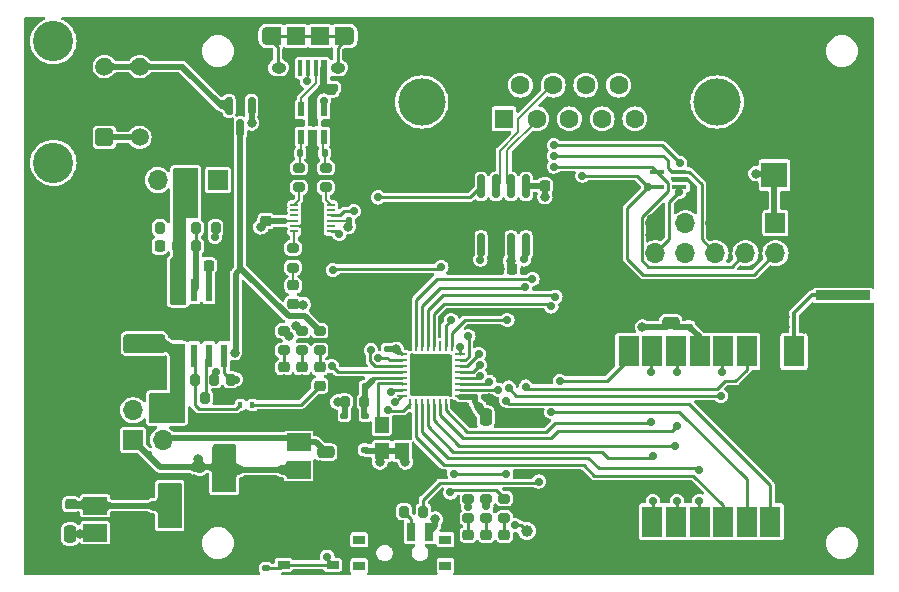
<source format=gbr>
%TF.GenerationSoftware,KiCad,Pcbnew,7.0.6*%
%TF.CreationDate,2023-10-07T21:02:09-06:00*%
%TF.ProjectId,CAN-USB RF Module,43414e2d-5553-4422-9052-46204d6f6475,2.0*%
%TF.SameCoordinates,Original*%
%TF.FileFunction,Copper,L1,Top*%
%TF.FilePolarity,Positive*%
%FSLAX46Y46*%
G04 Gerber Fmt 4.6, Leading zero omitted, Abs format (unit mm)*
G04 Created by KiCad (PCBNEW 7.0.6) date 2023-10-07 21:02:09*
%MOMM*%
%LPD*%
G01*
G04 APERTURE LIST*
G04 Aperture macros list*
%AMRoundRect*
0 Rectangle with rounded corners*
0 $1 Rounding radius*
0 $2 $3 $4 $5 $6 $7 $8 $9 X,Y pos of 4 corners*
0 Add a 4 corners polygon primitive as box body*
4,1,4,$2,$3,$4,$5,$6,$7,$8,$9,$2,$3,0*
0 Add four circle primitives for the rounded corners*
1,1,$1+$1,$2,$3*
1,1,$1+$1,$4,$5*
1,1,$1+$1,$6,$7*
1,1,$1+$1,$8,$9*
0 Add four rect primitives between the rounded corners*
20,1,$1+$1,$2,$3,$4,$5,0*
20,1,$1+$1,$4,$5,$6,$7,0*
20,1,$1+$1,$6,$7,$8,$9,0*
20,1,$1+$1,$8,$9,$2,$3,0*%
G04 Aperture macros list end*
%TA.AperFunction,SMDPad,CuDef*%
%ADD10RoundRect,0.250000X-0.475000X0.250000X-0.475000X-0.250000X0.475000X-0.250000X0.475000X0.250000X0*%
%TD*%
%TA.AperFunction,SMDPad,CuDef*%
%ADD11RoundRect,0.140000X0.170000X-0.140000X0.170000X0.140000X-0.170000X0.140000X-0.170000X-0.140000X0*%
%TD*%
%TA.AperFunction,SMDPad,CuDef*%
%ADD12RoundRect,0.200000X-0.200000X-0.275000X0.200000X-0.275000X0.200000X0.275000X-0.200000X0.275000X0*%
%TD*%
%TA.AperFunction,SMDPad,CuDef*%
%ADD13RoundRect,0.218750X0.256250X-0.218750X0.256250X0.218750X-0.256250X0.218750X-0.256250X-0.218750X0*%
%TD*%
%TA.AperFunction,SMDPad,CuDef*%
%ADD14RoundRect,0.200000X0.275000X-0.200000X0.275000X0.200000X-0.275000X0.200000X-0.275000X-0.200000X0*%
%TD*%
%TA.AperFunction,SMDPad,CuDef*%
%ADD15C,1.000000*%
%TD*%
%TA.AperFunction,SMDPad,CuDef*%
%ADD16R,2.000000X1.500000*%
%TD*%
%TA.AperFunction,SMDPad,CuDef*%
%ADD17R,2.000000X3.800000*%
%TD*%
%TA.AperFunction,SMDPad,CuDef*%
%ADD18RoundRect,0.218750X-0.218750X-0.256250X0.218750X-0.256250X0.218750X0.256250X-0.218750X0.256250X0*%
%TD*%
%TA.AperFunction,SMDPad,CuDef*%
%ADD19R,1.200000X1.400000*%
%TD*%
%TA.AperFunction,SMDPad,CuDef*%
%ADD20RoundRect,0.200000X-0.275000X0.200000X-0.275000X-0.200000X0.275000X-0.200000X0.275000X0.200000X0*%
%TD*%
%TA.AperFunction,SMDPad,CuDef*%
%ADD21RoundRect,0.200000X0.200000X0.275000X-0.200000X0.275000X-0.200000X-0.275000X0.200000X-0.275000X0*%
%TD*%
%TA.AperFunction,SMDPad,CuDef*%
%ADD22RoundRect,0.140000X-0.170000X0.140000X-0.170000X-0.140000X0.170000X-0.140000X0.170000X0.140000X0*%
%TD*%
%TA.AperFunction,SMDPad,CuDef*%
%ADD23RoundRect,0.140000X-0.140000X-0.170000X0.140000X-0.170000X0.140000X0.170000X-0.140000X0.170000X0*%
%TD*%
%TA.AperFunction,SMDPad,CuDef*%
%ADD24RoundRect,0.225000X-0.250000X0.225000X-0.250000X-0.225000X0.250000X-0.225000X0.250000X0.225000X0*%
%TD*%
%TA.AperFunction,SMDPad,CuDef*%
%ADD25RoundRect,0.250000X1.500000X0.550000X-1.500000X0.550000X-1.500000X-0.550000X1.500000X-0.550000X0*%
%TD*%
%TA.AperFunction,SMDPad,CuDef*%
%ADD26RoundRect,0.225000X-0.225000X-0.250000X0.225000X-0.250000X0.225000X0.250000X-0.225000X0.250000X0*%
%TD*%
%TA.AperFunction,ComponentPad*%
%ADD27R,1.700000X1.700000*%
%TD*%
%TA.AperFunction,ComponentPad*%
%ADD28O,1.700000X1.700000*%
%TD*%
%TA.AperFunction,ComponentPad*%
%ADD29C,4.000000*%
%TD*%
%TA.AperFunction,ComponentPad*%
%ADD30R,1.600000X1.600000*%
%TD*%
%TA.AperFunction,ComponentPad*%
%ADD31C,1.600000*%
%TD*%
%TA.AperFunction,SMDPad,CuDef*%
%ADD32R,0.400000X1.350000*%
%TD*%
%TA.AperFunction,ComponentPad*%
%ADD33O,0.890000X1.550000*%
%TD*%
%TA.AperFunction,SMDPad,CuDef*%
%ADD34R,1.200000X1.550000*%
%TD*%
%TA.AperFunction,ComponentPad*%
%ADD35O,1.250000X0.950000*%
%TD*%
%TA.AperFunction,SMDPad,CuDef*%
%ADD36R,1.500000X1.550000*%
%TD*%
%TA.AperFunction,SMDPad,CuDef*%
%ADD37RoundRect,0.225000X0.225000X0.250000X-0.225000X0.250000X-0.225000X-0.250000X0.225000X-0.250000X0*%
%TD*%
%TA.AperFunction,SMDPad,CuDef*%
%ADD38R,2.200000X2.150000*%
%TD*%
%TA.AperFunction,SMDPad,CuDef*%
%ADD39R,1.000000X0.800000*%
%TD*%
%TA.AperFunction,SMDPad,CuDef*%
%ADD40R,0.700000X1.500000*%
%TD*%
%TA.AperFunction,SMDPad,CuDef*%
%ADD41RoundRect,0.250000X0.250000X0.475000X-0.250000X0.475000X-0.250000X-0.475000X0.250000X-0.475000X0*%
%TD*%
%TA.AperFunction,SMDPad,CuDef*%
%ADD42R,4.560000X0.850000*%
%TD*%
%TA.AperFunction,SMDPad,CuDef*%
%ADD43R,4.560000X1.000000*%
%TD*%
%TA.AperFunction,SMDPad,CuDef*%
%ADD44R,1.200000X0.400000*%
%TD*%
%TA.AperFunction,ComponentPad*%
%ADD45RoundRect,0.250001X0.499999X-0.499999X0.499999X0.499999X-0.499999X0.499999X-0.499999X-0.499999X0*%
%TD*%
%TA.AperFunction,ComponentPad*%
%ADD46C,1.500000*%
%TD*%
%TA.AperFunction,ComponentPad*%
%ADD47C,3.410000*%
%TD*%
%TA.AperFunction,SMDPad,CuDef*%
%ADD48RoundRect,0.218750X-0.256250X0.218750X-0.256250X-0.218750X0.256250X-0.218750X0.256250X0.218750X0*%
%TD*%
%TA.AperFunction,SMDPad,CuDef*%
%ADD49RoundRect,0.250000X-0.250000X-0.475000X0.250000X-0.475000X0.250000X0.475000X-0.250000X0.475000X0*%
%TD*%
%TA.AperFunction,SMDPad,CuDef*%
%ADD50R,0.600000X1.200000*%
%TD*%
%TA.AperFunction,SMDPad,CuDef*%
%ADD51R,1.800000X2.600000*%
%TD*%
%TA.AperFunction,SMDPad,CuDef*%
%ADD52RoundRect,0.150000X0.150000X-0.825000X0.150000X0.825000X-0.150000X0.825000X-0.150000X-0.825000X0*%
%TD*%
%TA.AperFunction,SMDPad,CuDef*%
%ADD53R,3.000000X2.290000*%
%TD*%
%TA.AperFunction,SMDPad,CuDef*%
%ADD54RoundRect,0.140000X0.140000X0.170000X-0.140000X0.170000X-0.140000X-0.170000X0.140000X-0.170000X0*%
%TD*%
%TA.AperFunction,SMDPad,CuDef*%
%ADD55RoundRect,0.225000X0.250000X-0.225000X0.250000X0.225000X-0.250000X0.225000X-0.250000X-0.225000X0*%
%TD*%
%TA.AperFunction,SMDPad,CuDef*%
%ADD56RoundRect,0.062500X-0.375000X-0.062500X0.375000X-0.062500X0.375000X0.062500X-0.375000X0.062500X0*%
%TD*%
%TA.AperFunction,SMDPad,CuDef*%
%ADD57RoundRect,0.062500X-0.062500X-0.375000X0.062500X-0.375000X0.062500X0.375000X-0.062500X0.375000X0*%
%TD*%
%TA.AperFunction,SMDPad,CuDef*%
%ADD58R,3.450000X3.450000*%
%TD*%
%TA.AperFunction,SMDPad,CuDef*%
%ADD59R,1.050000X0.650000*%
%TD*%
%TA.AperFunction,SMDPad,CuDef*%
%ADD60R,0.610000X1.910000*%
%TD*%
%TA.AperFunction,SMDPad,CuDef*%
%ADD61R,1.550000X1.205000*%
%TD*%
%TA.AperFunction,SMDPad,CuDef*%
%ADD62RoundRect,0.150000X-0.150000X0.587500X-0.150000X-0.587500X0.150000X-0.587500X0.150000X0.587500X0*%
%TD*%
%TA.AperFunction,SMDPad,CuDef*%
%ADD63R,0.650000X0.250000*%
%TD*%
%TA.AperFunction,SMDPad,CuDef*%
%ADD64R,1.700000X2.500000*%
%TD*%
%TA.AperFunction,SMDPad,CuDef*%
%ADD65R,0.400000X0.510000*%
%TD*%
%TA.AperFunction,ViaPad*%
%ADD66C,0.800000*%
%TD*%
%TA.AperFunction,ViaPad*%
%ADD67C,0.700000*%
%TD*%
%TA.AperFunction,Conductor*%
%ADD68C,0.500000*%
%TD*%
%TA.AperFunction,Conductor*%
%ADD69C,0.342400*%
%TD*%
%TA.AperFunction,Conductor*%
%ADD70C,0.300000*%
%TD*%
%TA.AperFunction,Conductor*%
%ADD71C,0.200000*%
%TD*%
%TA.AperFunction,Conductor*%
%ADD72C,0.349300*%
%TD*%
%TA.AperFunction,Conductor*%
%ADD73C,0.254000*%
%TD*%
%TA.AperFunction,Conductor*%
%ADD74C,0.250000*%
%TD*%
%TA.AperFunction,Conductor*%
%ADD75C,0.293090*%
%TD*%
G04 APERTURE END LIST*
D10*
%TO.P,C23,1*%
%TO.N,GND*%
X152908000Y-95062000D03*
%TO.P,C23,2*%
%TO.N,+3V3*%
X152908000Y-96962000D03*
%TD*%
D11*
%TO.P,C22,1*%
%TO.N,+3V3*%
X154432000Y-97254000D03*
%TO.P,C22,2*%
%TO.N,GND*%
X154432000Y-96294000D03*
%TD*%
D12*
%TO.P,R9,1*%
%TO.N,/Power Regulator/I_{MON}*%
X113475000Y-103251000D03*
%TO.P,R9,2*%
%TO.N,GND*%
X115125000Y-103251000D03*
%TD*%
D13*
%TO.P,D7,1,K*%
%TO.N,GND*%
X120142000Y-102260500D03*
%TO.P,D7,2,A*%
%TO.N,Net-(D7-A)*%
X120142000Y-100685500D03*
%TD*%
D14*
%TO.P,R15,1*%
%TO.N,Net-(U7-USBDP)*%
X123712000Y-85453000D03*
%TO.P,R15,2*%
%TO.N,Net-(C18-Pad2)*%
X123712000Y-83803000D03*
%TD*%
D15*
%TO.P,TP1,1,1*%
%TO.N,Net-(U2-PA8)*%
X140716000Y-114554000D03*
%TD*%
D16*
%TO.P,U5,1,GND*%
%TO.N,GND*%
X104164600Y-110095000D03*
%TO.P,U5,2,VO*%
%TO.N,+3V3*%
X104164600Y-112395000D03*
D17*
X110464600Y-112395000D03*
D16*
%TO.P,U5,3,VI*%
%TO.N,/Power Regulator/5V*%
X104164600Y-114695000D03*
%TD*%
D12*
%TO.P,R7,1*%
%TO.N,Net-(U3-EN{slash}UVLO)*%
X112713000Y-88900000D03*
%TO.P,R7,2*%
%TO.N,Net-(U3-OVLO)*%
X114363000Y-88900000D03*
%TD*%
D18*
%TO.P,D5,1,K*%
%TO.N,GND*%
X108051500Y-90424000D03*
%TO.P,D5,2,A*%
%TO.N,Net-(D5-A)*%
X109626500Y-90424000D03*
%TD*%
D19*
%TO.P,U1,1,~{ST}*%
%TO.N,+3V3*%
X130136000Y-107780000D03*
%TO.P,U1,2,GND*%
%TO.N,GND*%
X130136000Y-105580000D03*
%TO.P,U1,3,OUT*%
%TO.N,/XCLK*%
X128436000Y-105580000D03*
%TO.P,U1,4,VCC*%
%TO.N,+3V3*%
X128436000Y-107780000D03*
%TD*%
D20*
%TO.P,R12,1*%
%TO.N,+3V3*%
X120142000Y-97600000D03*
%TO.P,R12,2*%
%TO.N,Net-(D7-A)*%
X120142000Y-99250000D03*
%TD*%
D21*
%TO.P,R10,1*%
%TO.N,Net-(R10-Pad1)*%
X114236000Y-101727000D03*
%TO.P,R10,2*%
%TO.N,/Power Regulator/~{FAULT}*%
X112586000Y-101727000D03*
%TD*%
%TO.P,FB1,1*%
%TO.N,+3.3VA*%
X126967500Y-103604000D03*
%TO.P,FB1,2*%
%TO.N,+3V3*%
X125317500Y-103604000D03*
%TD*%
D22*
%TO.P,C1,1*%
%TO.N,GND*%
X118618000Y-116741000D03*
%TO.P,C1,2*%
%TO.N,/NRST*%
X118618000Y-117701000D03*
%TD*%
D23*
%TO.P,C19,1*%
%TO.N,GND*%
X120565000Y-82550000D03*
%TO.P,C19,2*%
%TO.N,Net-(C19-Pad2)*%
X121525000Y-82550000D03*
%TD*%
D10*
%TO.P,C14,1*%
%TO.N,/Power Regulator/12V*%
X123698000Y-107889000D03*
%TO.P,C14,2*%
%TO.N,GND*%
X123698000Y-109789000D03*
%TD*%
D24*
%TO.P,C13,1*%
%TO.N,+5V*%
X112903000Y-109156200D03*
%TO.P,C13,2*%
%TO.N,GND*%
X112903000Y-110706200D03*
%TD*%
D25*
%TO.P,C10,1*%
%TO.N,/Power Regulator/FUSE_OUT*%
X108337000Y-98679000D03*
%TO.P,C10,2*%
%TO.N,GND*%
X102737000Y-98679000D03*
%TD*%
D20*
%TO.P,R11,1*%
%TO.N,Net-(R10-Pad1)*%
X123190000Y-97600000D03*
%TO.P,R11,2*%
%TO.N,Net-(D6-A)*%
X123190000Y-99250000D03*
%TD*%
%TO.P,R13,1*%
%TO.N,+5V*%
X121666000Y-97600000D03*
%TO.P,R13,2*%
%TO.N,Net-(D8-A)*%
X121666000Y-99250000D03*
%TD*%
D13*
%TO.P,D6,1,K*%
%TO.N,Net-(D6-K)*%
X123190000Y-102260500D03*
%TO.P,D6,2,A*%
%TO.N,Net-(D6-A)*%
X123190000Y-100685500D03*
%TD*%
D24*
%TO.P,C16,1*%
%TO.N,+5V*%
X118632000Y-88298000D03*
%TO.P,C16,2*%
%TO.N,GND*%
X118632000Y-89848000D03*
%TD*%
D13*
%TO.P,D2,1,K*%
%TO.N,GND*%
X137287000Y-116465750D03*
%TO.P,D2,2,A*%
%TO.N,Net-(D2-A)*%
X137287000Y-114890750D03*
%TD*%
D23*
%TO.P,C15,1*%
%TO.N,+3V3*%
X125631000Y-88265000D03*
%TO.P,C15,2*%
%TO.N,GND*%
X126591000Y-88265000D03*
%TD*%
D13*
%TO.P,D3,1,K*%
%TO.N,GND*%
X138811000Y-116465750D03*
%TO.P,D3,2,A*%
%TO.N,Net-(D3-A)*%
X138811000Y-114890750D03*
%TD*%
D26*
%TO.P,C45,1*%
%TO.N,GND*%
X137909000Y-92329000D03*
%TO.P,C45,2*%
%TO.N,+5V*%
X139459000Y-92329000D03*
%TD*%
D22*
%TO.P,C17,1*%
%TO.N,+5V*%
X119902000Y-88311000D03*
%TO.P,C17,2*%
%TO.N,GND*%
X119902000Y-89271000D03*
%TD*%
%TO.P,C5,1*%
%TO.N,GND*%
X127000000Y-106708000D03*
%TO.P,C5,2*%
%TO.N,+3V3*%
X127000000Y-107668000D03*
%TD*%
D27*
%TO.P,J3,1,Pin_1*%
%TO.N,+5V*%
X107391200Y-106857800D03*
D28*
%TO.P,J3,2,Pin_2*%
%TO.N,/Power Regulator/5V*%
X107391200Y-104317800D03*
%TO.P,J3,3,Pin_3*%
%TO.N,/Power Regulator/12V*%
X109931200Y-106857800D03*
%TO.P,J3,4,Pin_4*%
%TO.N,/Power Regulator/FUSE_OUT*%
X109931200Y-104317800D03*
%TD*%
D29*
%TO.P,J6,0*%
%TO.N,N/C*%
X156826000Y-78232000D03*
X131826000Y-78232000D03*
D30*
%TO.P,J6,1,Pin_1*%
%TO.N,unconnected-(J6-Pin_1-Pad1)*%
X138786000Y-79652000D03*
D31*
%TO.P,J6,2,Pin_2*%
%TO.N,/CAN Tranciever/CD-*%
X141556000Y-79652000D03*
%TO.P,J6,3,Pin_3*%
%TO.N,unconnected-(J6-Pin_3-Pad3)*%
X144326000Y-79652000D03*
%TO.P,J6,4,Pin_4*%
%TO.N,unconnected-(J6-Pin_4-Pad4)*%
X147096000Y-79652000D03*
%TO.P,J6,5,Pin_5*%
%TO.N,unconnected-(J6-Pin_5-Pad5)*%
X149866000Y-79652000D03*
%TO.P,J6,6,Pin_6*%
%TO.N,unconnected-(J6-Pin_6-Pad6)*%
X140171000Y-76812000D03*
%TO.P,J6,7,Pin_7*%
%TO.N,/CAN Tranciever/CD+*%
X142941000Y-76812000D03*
%TO.P,J6,8,Pin_8*%
%TO.N,unconnected-(J6-Pin_8-Pad8)*%
X145711000Y-76812000D03*
%TO.P,J6,9,Pin_9*%
%TO.N,unconnected-(J6-Pin_9-Pad9)*%
X148481000Y-76812000D03*
%TD*%
D32*
%TO.P,J4,1,VBUS*%
%TO.N,VBUS_UP*%
X123490000Y-75344000D03*
%TO.P,J4,2,D-*%
%TO.N,Net-(J4-D-)*%
X122840000Y-75344000D03*
%TO.P,J4,3,D+*%
%TO.N,Net-(J4-D+)*%
X122190000Y-75344000D03*
%TO.P,J4,4,ID*%
%TO.N,unconnected-(J4-ID-Pad4)*%
X121540000Y-75344000D03*
%TO.P,J4,5,GND*%
%TO.N,GND*%
X120890000Y-75344000D03*
D33*
%TO.P,J4,6,Shield*%
%TO.N,unconnected-(J4-Shield-Pad6)*%
X125690000Y-72644000D03*
D34*
X125090000Y-72644000D03*
D35*
X124690000Y-75344000D03*
D36*
X123190000Y-72644000D03*
X121190000Y-72644000D03*
D35*
X119690000Y-75344000D03*
D34*
X119290000Y-72644000D03*
D33*
X118690000Y-72644000D03*
%TD*%
D37*
%TO.P,C46,1*%
%TO.N,GND*%
X143777000Y-85344000D03*
%TO.P,C46,2*%
%TO.N,+3V3*%
X142227000Y-85344000D03*
%TD*%
D38*
%TO.P,D4,1,K*%
%TO.N,+3V3*%
X161680000Y-84423500D03*
%TO.P,D4,2,A*%
%TO.N,GND*%
X157280000Y-84423500D03*
%TD*%
D14*
%TO.P,R16,1*%
%TO.N,Net-(U7-USBDM)*%
X121426000Y-85453000D03*
%TO.P,R16,2*%
%TO.N,Net-(C19-Pad2)*%
X121426000Y-83803000D03*
%TD*%
D39*
%TO.P,SW2,*%
%TO.N,*%
X126525000Y-115298000D03*
X126525000Y-117508000D03*
X133825000Y-115298000D03*
X133825000Y-117508000D03*
D40*
%TO.P,SW2,1,A*%
%TO.N,GND*%
X127925000Y-114648000D03*
%TO.P,SW2,2,B*%
%TO.N,Net-(SW2A-B)*%
X130925000Y-114648000D03*
%TO.P,SW2,3,C*%
%TO.N,+3V3*%
X132425000Y-114648000D03*
%TD*%
D41*
%TO.P,C12,1*%
%TO.N,/Power Regulator/5V*%
X102042000Y-114808000D03*
%TO.P,C12,2*%
%TO.N,GND*%
X100142000Y-114808000D03*
%TD*%
D14*
%TO.P,R2,1*%
%TO.N,Net-(D1-A)*%
X135763000Y-113455250D03*
%TO.P,R2,2*%
%TO.N,Net-(U2-PA10)*%
X135763000Y-111805250D03*
%TD*%
D42*
%TO.P,J5,1,In*%
%TO.N,Net-(J5-In)*%
X167499500Y-94612250D03*
D43*
%TO.P,J5,2,Ext*%
%TO.N,GND*%
X167499500Y-97382250D03*
X167499500Y-91842250D03*
%TD*%
D44*
%TO.P,IC1,1,I/01*%
%TO.N,/NRST*%
X153638000Y-85439500D03*
%TO.P,IC1,2,GND*%
%TO.N,GND*%
X153638000Y-84789500D03*
%TO.P,IC1,3,I/02*%
%TO.N,/DEBUG_SWO*%
X153638000Y-84139500D03*
%TO.P,IC1,4,I/03*%
%TO.N,/DEBUG_SWCLK*%
X151738000Y-84139500D03*
%TO.P,IC1,5,I/04*%
%TO.N,/DEBUG_SWDIO*%
X151738000Y-85439500D03*
%TD*%
D45*
%TO.P,J2,1,Pin_1*%
%TO.N,+12V*%
X104947000Y-81232000D03*
D46*
%TO.P,J2,2,Pin_2*%
%TO.N,GND*%
X104947000Y-78232000D03*
%TO.P,J2,3,Pin_3*%
%TO.N,/Power Regulator/5V_UP*%
X104947000Y-75232000D03*
%TO.P,J2,4,Pin_4*%
%TO.N,+12V*%
X107947000Y-81232000D03*
%TO.P,J2,5,Pin_5*%
%TO.N,GND*%
X107947000Y-78232000D03*
%TO.P,J2,6,Pin_6*%
%TO.N,/Power Regulator/5V_UP*%
X107947000Y-75232000D03*
D47*
%TO.P,J2,MP*%
%TO.N,N/C*%
X100627000Y-83382000D03*
X100627000Y-73082000D03*
%TD*%
D48*
%TO.P,D9,1,K*%
%TO.N,Net-(D9-K)*%
X120918000Y-93746500D03*
%TO.P,D9,2,A*%
%TO.N,+3V3*%
X120918000Y-95321500D03*
%TD*%
D12*
%TO.P,R8,1*%
%TO.N,Net-(U3-OVLO)*%
X115634000Y-101727000D03*
%TO.P,R8,2*%
%TO.N,GND*%
X117284000Y-101727000D03*
%TD*%
D14*
%TO.P,R4,1*%
%TO.N,Net-(D3-A)*%
X138811000Y-113455250D03*
%TO.P,R4,2*%
%TO.N,Net-(U2-PA1)*%
X138811000Y-111805250D03*
%TD*%
D16*
%TO.P,U6,1,GND*%
%TO.N,GND*%
X121387000Y-111647000D03*
%TO.P,U6,2,VO*%
%TO.N,+5V*%
X121387000Y-109347000D03*
D17*
X115087000Y-109347000D03*
D16*
%TO.P,U6,3,VI*%
%TO.N,/Power Regulator/12V*%
X121387000Y-107047000D03*
%TD*%
D13*
%TO.P,D1,1,K*%
%TO.N,GND*%
X135763000Y-116465750D03*
%TO.P,D1,2,A*%
%TO.N,Net-(D1-A)*%
X135763000Y-114890750D03*
%TD*%
D21*
%TO.P,R5,1*%
%TO.N,/Power Regulator/FUSE_IN*%
X111315000Y-88900000D03*
%TO.P,R5,2*%
%TO.N,Net-(D5-A)*%
X109665000Y-88900000D03*
%TD*%
D49*
%TO.P,C2,1*%
%TO.N,+3V3*%
X137226000Y-104902000D03*
%TO.P,C2,2*%
%TO.N,GND*%
X139126000Y-104902000D03*
%TD*%
D50*
%TO.P,D10,1*%
%TO.N,Net-(C19-Pad2)*%
X121619000Y-81160000D03*
%TO.P,D10,2*%
%TO.N,GND*%
X122569000Y-81160000D03*
%TO.P,D10,3*%
%TO.N,Net-(C18-Pad2)*%
X123519000Y-81160000D03*
%TO.P,D10,4*%
%TO.N,Net-(J4-D+)*%
X123519000Y-78860000D03*
%TO.P,D10,5*%
%TO.N,VBUS_UP*%
X122569000Y-78860000D03*
%TO.P,D10,6*%
%TO.N,Net-(J4-D-)*%
X121619000Y-78860000D03*
%TD*%
D14*
%TO.P,R3,1*%
%TO.N,Net-(D2-A)*%
X137287000Y-113455250D03*
%TO.P,R3,2*%
%TO.N,Net-(U2-PA9)*%
X137287000Y-111805250D03*
%TD*%
D27*
%TO.P,J1,1,Pin_1*%
%TO.N,+3V3*%
X161766000Y-88487500D03*
D28*
%TO.P,J1,2,Pin_2*%
%TO.N,/DEBUG_SWDIO*%
X161766000Y-91027500D03*
%TO.P,J1,3,Pin_3*%
%TO.N,GND*%
X159226000Y-88487500D03*
%TO.P,J1,4,Pin_4*%
%TO.N,/DEBUG_SWCLK*%
X159226000Y-91027500D03*
%TO.P,J1,5,Pin_5*%
%TO.N,GND*%
X156686000Y-88487500D03*
%TO.P,J1,6,Pin_6*%
%TO.N,/DEBUG_SWO*%
X156686000Y-91027500D03*
%TO.P,J1,7,Pin_7*%
%TO.N,unconnected-(J1-Pin_7-Pad7)*%
X154146000Y-88487500D03*
%TO.P,J1,8,Pin_8*%
%TO.N,unconnected-(J1-Pin_8-Pad8)*%
X154146000Y-91027500D03*
%TO.P,J1,9,Pin_9*%
%TO.N,GND*%
X151606000Y-88487500D03*
%TO.P,J1,10,Pin_10*%
%TO.N,/NRST*%
X151606000Y-91027500D03*
%TD*%
D11*
%TO.P,C3,1*%
%TO.N,+3V3*%
X128936500Y-99131000D03*
%TO.P,C3,2*%
%TO.N,GND*%
X128936500Y-98171000D03*
%TD*%
D26*
%TO.P,C21,1*%
%TO.N,Net-(U3-dV{slash}dT)*%
X113779000Y-92075000D03*
%TO.P,C21,2*%
%TO.N,GND*%
X115329000Y-92075000D03*
%TD*%
D22*
%TO.P,C8,1*%
%TO.N,+3V3*%
X125253500Y-104775000D03*
%TO.P,C8,2*%
%TO.N,GND*%
X125253500Y-105735000D03*
%TD*%
D27*
%TO.P,JP1,1,A*%
%TO.N,VBUS_UP*%
X114539000Y-84836000D03*
D28*
%TO.P,JP1,2,C*%
%TO.N,/Power Regulator/FUSE_IN*%
X111999000Y-84836000D03*
%TO.P,JP1,3,B*%
%TO.N,+12V*%
X109459000Y-84836000D03*
%TD*%
D51*
%TO.P,MOD1,1,GND*%
%TO.N,GND*%
X149337000Y-113753000D03*
%TO.P,MOD1,2,MISO*%
%TO.N,/SPI1_MISO*%
X151337000Y-113753000D03*
%TO.P,MOD1,3,MOSI*%
%TO.N,/SPI1_MOSI*%
X153337000Y-113753000D03*
%TO.P,MOD1,4,SCK*%
%TO.N,/SPI1_SCK*%
X155337000Y-113753000D03*
%TO.P,MOD1,5,NSS*%
%TO.N,/SPI1_NSS*%
X157337000Y-113753000D03*
%TO.P,MOD1,6,RESET*%
%TO.N,/SX_RESET*%
X159337000Y-113753000D03*
%TO.P,MOD1,7,DIO5*%
%TO.N,/DIO5*%
X161337000Y-113753000D03*
%TO.P,MOD1,8,GND*%
%TO.N,GND*%
X163337000Y-113753000D03*
%TO.P,MOD1,9,ANT*%
%TO.N,Net-(J5-In)*%
X163337000Y-99353000D03*
%TO.P,MOD1,10,GND*%
%TO.N,GND*%
X161337000Y-99353000D03*
%TO.P,MOD1,11,DIO3*%
%TO.N,/DIO3*%
X159337000Y-99353000D03*
%TO.P,MOD1,12,DIO4*%
%TO.N,/DIO4*%
X157337000Y-99353000D03*
%TO.P,MOD1,13,3.3V*%
%TO.N,+3V3*%
X155337000Y-99353000D03*
%TO.P,MOD1,14,DIO0*%
%TO.N,/DIO0*%
X153337000Y-99353000D03*
%TO.P,MOD1,15,DIO1*%
%TO.N,/DIO1*%
X151337000Y-99353000D03*
%TO.P,MOD1,16,DIO2*%
%TO.N,/DIO2*%
X149337000Y-99353000D03*
%TD*%
D52*
%TO.P,U10,1,TXD*%
%TO.N,/CAN_TX*%
X136835000Y-90333000D03*
%TO.P,U10,2,VSS*%
%TO.N,GND*%
X138105000Y-90333000D03*
%TO.P,U10,3,VDD*%
%TO.N,+5V*%
X139375000Y-90333000D03*
%TO.P,U10,4,RXD*%
%TO.N,/CAN_RX*%
X140645000Y-90333000D03*
%TO.P,U10,5,VIO*%
%TO.N,+3V3*%
X140645000Y-85383000D03*
%TO.P,U10,6,CANL*%
%TO.N,/CAN Tranciever/CD-*%
X139375000Y-85383000D03*
%TO.P,U10,7,CANH*%
%TO.N,/CAN Tranciever/CD+*%
X138105000Y-85383000D03*
%TO.P,U10,8,STBY*%
%TO.N,/CAN_STBY*%
X136835000Y-85383000D03*
D53*
%TO.P,U10,9,VSS*%
%TO.N,GND*%
X138740000Y-87858000D03*
%TD*%
D54*
%TO.P,C20,1*%
%TO.N,GND*%
X125293000Y-77089000D03*
%TO.P,C20,2*%
%TO.N,VBUS_UP*%
X124333000Y-77089000D03*
%TD*%
D55*
%TO.P,C11,1*%
%TO.N,+3V3*%
X102108000Y-112281000D03*
%TO.P,C11,2*%
%TO.N,GND*%
X102108000Y-110731000D03*
%TD*%
D56*
%TO.P,U2,1,VDD*%
%TO.N,+3V3*%
X130157500Y-99596000D03*
%TO.P,U2,2,PC14*%
%TO.N,/DIO5*%
X130157500Y-100096000D03*
%TO.P,U2,3,PC15*%
%TO.N,/CAN_STBY*%
X130157500Y-100596000D03*
%TO.P,U2,4,NRST*%
%TO.N,/NRST*%
X130157500Y-101096000D03*
%TO.P,U2,5,VDDA*%
%TO.N,+3.3VA*%
X130157500Y-101596000D03*
%TO.P,U2,6,PA0*%
%TO.N,/XCLK*%
X130157500Y-102096000D03*
%TO.P,U2,7,PA1*%
%TO.N,Net-(U2-PA1)*%
X130157500Y-102596000D03*
%TO.P,U2,8,PA2*%
%TO.N,/UART2_USB_TX*%
X130157500Y-103096000D03*
D57*
%TO.P,U2,9,PA3*%
%TO.N,/UART2_USB_RX*%
X130845000Y-103783500D03*
%TO.P,U2,10,PA4*%
%TO.N,/SPI1_NSS*%
X131345000Y-103783500D03*
%TO.P,U2,11,PA5*%
%TO.N,/SPI1_SCK*%
X131845000Y-103783500D03*
%TO.P,U2,12,PA6*%
%TO.N,/SPI1_MISO*%
X132345000Y-103783500D03*
%TO.P,U2,13,PA7*%
%TO.N,/SPI1_MOSI*%
X132845000Y-103783500D03*
%TO.P,U2,14,PB0*%
%TO.N,/DIO0*%
X133345000Y-103783500D03*
%TO.P,U2,15,PB1*%
%TO.N,/DIO1*%
X133845000Y-103783500D03*
%TO.P,U2,16,VSS*%
%TO.N,GND*%
X134345000Y-103783500D03*
D56*
%TO.P,U2,17,VDD*%
%TO.N,+3V3*%
X135032500Y-103096000D03*
%TO.P,U2,18,PA8*%
%TO.N,Net-(U2-PA8)*%
X135032500Y-102596000D03*
%TO.P,U2,19,PA9*%
%TO.N,Net-(U2-PA9)*%
X135032500Y-102096000D03*
%TO.P,U2,20,PA10*%
%TO.N,Net-(U2-PA10)*%
X135032500Y-101596000D03*
%TO.P,U2,21,PA11*%
%TO.N,/CAN_RX*%
X135032500Y-101096000D03*
%TO.P,U2,22,PA12*%
%TO.N,/CAN_TX*%
X135032500Y-100596000D03*
%TO.P,U2,23,PA13*%
%TO.N,/DEBUG_SWDIO*%
X135032500Y-100096000D03*
%TO.P,U2,24,PA14*%
%TO.N,/DEBUG_SWCLK*%
X135032500Y-99596000D03*
D57*
%TO.P,U2,25,PA15*%
%TO.N,/DIO4*%
X134345000Y-98908500D03*
%TO.P,U2,26,PB3*%
%TO.N,/DEBUG_SWO*%
X133845000Y-98908500D03*
%TO.P,U2,27,PB4*%
%TO.N,/SW_RXTX*%
X133345000Y-98908500D03*
%TO.P,U2,28,PB5*%
%TO.N,/SX_RESET*%
X132845000Y-98908500D03*
%TO.P,U2,29,PB6*%
%TO.N,/DIO2*%
X132345000Y-98908500D03*
%TO.P,U2,30,PB7*%
%TO.N,/DIO3*%
X131845000Y-98908500D03*
%TO.P,U2,31,PH3*%
%TO.N,/BOOT0*%
X131345000Y-98908500D03*
%TO.P,U2,32,VSS*%
%TO.N,GND*%
X130845000Y-98908500D03*
D58*
%TO.P,U2,33,VSS*%
X132595000Y-101346000D03*
%TD*%
D59*
%TO.P,SW1,1,1*%
%TO.N,GND*%
X120127202Y-115257000D03*
X124277202Y-115257000D03*
%TO.P,SW1,2,2*%
%TO.N,/NRST*%
X120127202Y-117407000D03*
X124277202Y-117407000D03*
%TD*%
D22*
%TO.P,C7,1*%
%TO.N,+3.3VA*%
X127031500Y-104775000D03*
%TO.P,C7,2*%
%TO.N,GND*%
X127031500Y-105735000D03*
%TD*%
D60*
%TO.P,U3,1,GND*%
%TO.N,GND*%
X115062000Y-94135000D03*
%TO.P,U3,2,dV/dT*%
%TO.N,Net-(U3-dV{slash}dT)*%
X113792000Y-94135000D03*
%TO.P,U3,3,EN/UVLO*%
%TO.N,Net-(U3-EN{slash}UVLO)*%
X112522000Y-94135000D03*
%TO.P,U3,4,IN*%
%TO.N,/Power Regulator/FUSE_IN*%
X111252000Y-94135000D03*
%TO.P,U3,5,OUT*%
%TO.N,/Power Regulator/FUSE_OUT*%
X111252000Y-99695000D03*
%TO.P,U3,6,~{FAULT}*%
%TO.N,/Power Regulator/~{FAULT}*%
X112522000Y-99695000D03*
%TO.P,U3,7,ILM*%
%TO.N,/Power Regulator/I_{MON}*%
X113792000Y-99695000D03*
%TO.P,U3,8,OVLO*%
%TO.N,Net-(U3-OVLO)*%
X115062000Y-99695000D03*
D61*
%TO.P,U3,9,PAD*%
%TO.N,GND*%
X113932000Y-96312500D03*
X112382000Y-96312500D03*
X113932000Y-97517500D03*
X112382000Y-97517500D03*
%TD*%
D62*
%TO.P,U4,1*%
%TO.N,VBUS_UP*%
X117409000Y-78564500D03*
%TO.P,U4,2*%
%TO.N,/Power Regulator/5V_UP*%
X115509000Y-78564500D03*
%TO.P,U4,3*%
%TO.N,Net-(R10-Pad1)*%
X116459000Y-80439500D03*
%TD*%
D54*
%TO.P,C6,1*%
%TO.N,+3.3VA*%
X127003500Y-102334000D03*
%TO.P,C6,2*%
%TO.N,GND*%
X126043500Y-102334000D03*
%TD*%
D37*
%TO.P,C9,1*%
%TO.N,/Power Regulator/FUSE_IN*%
X111278000Y-92075000D03*
%TO.P,C9,2*%
%TO.N,GND*%
X109728000Y-92075000D03*
%TD*%
D54*
%TO.P,C18,1*%
%TO.N,GND*%
X124547000Y-82550000D03*
%TO.P,C18,2*%
%TO.N,Net-(C18-Pad2)*%
X123587000Y-82550000D03*
%TD*%
D12*
%TO.P,R1,1*%
%TO.N,Net-(SW2A-B)*%
X130302000Y-112903000D03*
%TO.P,R1,2*%
%TO.N,/BOOT0*%
X131952000Y-112903000D03*
%TD*%
D63*
%TO.P,U7,1,USBDM*%
%TO.N,Net-(U7-USBDM)*%
X121019000Y-86932000D03*
%TO.P,U7,2,RESET#*%
%TO.N,/USB Interface/RESET*%
X121019000Y-87382000D03*
%TO.P,U7,3,3.3VOUT*%
%TO.N,unconnected-(U7-3.3VOUT-Pad3)*%
X121019000Y-87832000D03*
%TO.P,U7,4,VCC*%
%TO.N,+5V*%
X121019000Y-88282000D03*
%TO.P,U7,5,GND*%
%TO.N,GND*%
X121019000Y-88732000D03*
%TO.P,U7,6,CBUS0*%
%TO.N,Net-(U7-CBUS0)*%
X121019000Y-89182000D03*
%TO.P,U7,7,TXD*%
%TO.N,/UART2_USB_RX*%
X124119000Y-89182000D03*
%TO.P,U7,8,RTS#*%
%TO.N,/USB Interface/RTS*%
X124119000Y-88732000D03*
%TO.P,U7,9,VCCIO*%
%TO.N,+3V3*%
X124119000Y-88282000D03*
%TO.P,U7,10,RXD*%
%TO.N,/UART2_USB_TX*%
X124119000Y-87832000D03*
%TO.P,U7,11,CTS#*%
%TO.N,/USB Interface/CTS*%
X124119000Y-87382000D03*
%TO.P,U7,12,USBDP*%
%TO.N,Net-(U7-USBDP)*%
X124119000Y-86932000D03*
D64*
%TO.P,U7,13,GND*%
%TO.N,GND*%
X122569000Y-88057000D03*
%TD*%
D20*
%TO.P,R14,1*%
%TO.N,Net-(U7-CBUS0)*%
X120918000Y-90598000D03*
%TO.P,R14,2*%
%TO.N,Net-(D9-K)*%
X120918000Y-92248000D03*
%TD*%
D65*
%TO.P,Q1,1,D*%
%TO.N,Net-(D6-K)*%
X117467000Y-103876000D03*
%TO.P,Q1,2,G*%
%TO.N,/Power Regulator/~{FAULT}*%
X116467000Y-103876000D03*
%TO.P,Q1,3,S*%
%TO.N,GND*%
X116967000Y-105166000D03*
%TD*%
D23*
%TO.P,C4,1*%
%TO.N,+3V3*%
X136299000Y-103251000D03*
%TO.P,C4,2*%
%TO.N,GND*%
X137259000Y-103251000D03*
%TD*%
D13*
%TO.P,D8,1,K*%
%TO.N,GND*%
X121666000Y-102260500D03*
%TO.P,D8,2,A*%
%TO.N,Net-(D8-A)*%
X121666000Y-100685500D03*
%TD*%
D21*
%TO.P,R6,1*%
%TO.N,Net-(U3-EN{slash}UVLO)*%
X112712000Y-90424000D03*
%TO.P,R6,2*%
%TO.N,/Power Regulator/FUSE_IN*%
X111062000Y-90424000D03*
%TD*%
D66*
%TO.N,GND*%
X118172649Y-83702481D03*
X166915221Y-101637254D03*
X140591000Y-104902000D03*
X125614300Y-102504051D03*
X122503000Y-82042000D03*
X108839000Y-92075000D03*
X103632000Y-109982000D03*
X161290000Y-97663000D03*
X168529000Y-96012000D03*
X118714625Y-90823081D03*
X125722882Y-108832240D03*
X147320000Y-95885000D03*
X144907000Y-114173000D03*
X136176711Y-75872846D03*
X157842877Y-83447000D03*
X165100000Y-97382250D03*
X163982935Y-88189075D03*
X101346000Y-110744000D03*
X156689443Y-93700460D03*
X159099000Y-87217500D03*
X165989000Y-90805000D03*
X157480000Y-95631000D03*
X124931500Y-82550000D03*
X121666000Y-101722500D03*
X103061494Y-80929222D03*
D67*
X134585899Y-103834135D03*
D66*
X166330503Y-92964000D03*
X138811000Y-117094000D03*
X143910398Y-111035150D03*
X100203000Y-115824000D03*
X149352000Y-94107000D03*
X138409500Y-92329000D03*
X120142000Y-101722500D03*
X165481000Y-92964000D03*
X168529000Y-92837000D03*
X162560000Y-95504000D03*
X115749048Y-75547243D03*
X138684000Y-88519000D03*
X104340000Y-86995000D03*
X158633141Y-116760954D03*
X151399571Y-116841428D03*
X133936982Y-83316425D03*
X100711000Y-98679000D03*
X105679426Y-96136440D03*
X117856000Y-101727000D03*
X159258000Y-107061000D03*
X162560000Y-96393000D03*
X129032000Y-97663000D03*
X137522548Y-103320500D03*
X100746655Y-109159931D03*
X122174000Y-115257000D03*
X110584406Y-116841663D03*
X115462850Y-114074267D03*
X169418000Y-96012000D03*
X131476500Y-100175000D03*
X131476500Y-102588000D03*
X130048000Y-93853000D03*
X161787756Y-75483293D03*
X104648000Y-110236000D03*
X164211000Y-97409000D03*
X156166098Y-73121614D03*
X127381000Y-90805000D03*
X110713412Y-78771309D03*
X126040977Y-75910635D03*
X128456175Y-81152810D03*
X162306000Y-104775000D03*
X167386000Y-107823000D03*
X151155500Y-89503500D03*
X166370000Y-96012000D03*
X144309500Y-85433500D03*
X130302000Y-96266000D03*
X103787500Y-78232000D03*
X102792512Y-116624034D03*
X127089500Y-88265000D03*
X132520500Y-101445000D03*
X115570000Y-103251000D03*
X164338000Y-93853000D03*
X100357649Y-76092560D03*
X125222000Y-77597000D03*
X105529027Y-88808401D03*
X120486500Y-83104000D03*
X137795000Y-87249000D03*
X121793000Y-111887000D03*
X116967443Y-104650295D03*
X164719000Y-96012000D03*
X113919000Y-96393000D03*
X169418000Y-92837000D03*
X108966000Y-78232000D03*
X105537000Y-93345000D03*
X163703000Y-94361000D03*
X141544011Y-73391267D03*
X131496500Y-101420500D03*
X133635500Y-102588000D03*
X167513000Y-98298000D03*
X128270000Y-114681000D03*
X167513000Y-90932000D03*
X100560196Y-101205748D03*
X156709668Y-81036868D03*
X166553301Y-111151615D03*
X135763000Y-117094000D03*
X132492500Y-102588000D03*
X127000000Y-106172000D03*
X112506942Y-110192661D03*
X156559000Y-87344500D03*
X164211000Y-96647000D03*
X149352000Y-115570000D03*
X120904000Y-111379000D03*
X167513000Y-96393000D03*
X127127000Y-95758000D03*
X163322000Y-112014000D03*
X122569000Y-88057000D03*
X101346000Y-105156000D03*
X168656000Y-98425000D03*
X122569000Y-88950800D03*
X130302000Y-83947000D03*
X137287000Y-117094000D03*
X156559000Y-83407500D03*
X156559000Y-85185500D03*
X131271774Y-73355145D03*
X164846000Y-91821000D03*
X163322000Y-115443000D03*
X165481000Y-98425000D03*
D67*
X130585750Y-98649250D03*
D66*
X133635500Y-100175000D03*
X100753311Y-85869374D03*
X125222000Y-106172000D03*
X169545000Y-98425000D03*
X162560000Y-97282000D03*
X118066963Y-98335854D03*
X123241175Y-108988500D03*
X104775000Y-98679000D03*
X105960676Y-73589999D03*
X112395000Y-97536000D03*
X166497000Y-98425000D03*
X145796000Y-89789000D03*
X145796000Y-99822000D03*
X157829000Y-85185500D03*
X139700000Y-87249000D03*
X165227000Y-90805000D03*
X143568067Y-88498675D03*
X149352000Y-112014000D03*
X167513000Y-92837000D03*
X151403079Y-96148352D03*
X145945777Y-93909134D03*
X169164000Y-90805000D03*
X148719472Y-73252264D03*
X132492500Y-100175000D03*
X165481000Y-96012000D03*
X122580400Y-87172800D03*
X113919000Y-97536000D03*
X163068000Y-94869000D03*
X158988485Y-103865164D03*
X164592000Y-92964000D03*
X166751000Y-90805000D03*
X130709990Y-111309692D03*
X112395000Y-96393000D03*
X141595776Y-116755204D03*
X133655500Y-101420500D03*
X151397821Y-78581194D03*
X168402000Y-90805000D03*
X100596812Y-93438465D03*
X100203000Y-113792000D03*
X131257507Y-91279443D03*
X117983000Y-116731298D03*
X161885887Y-109040054D03*
X161417000Y-101092000D03*
X163732288Y-81311950D03*
D67*
%TO.N,/NRST*%
X143002000Y-81893994D03*
X133477000Y-92202000D03*
X124214500Y-100584000D03*
X124293500Y-92456000D03*
X153670000Y-83389998D03*
X123825000Y-116713000D03*
X153638000Y-85820500D03*
D66*
%TO.N,+3V3*%
X142240000Y-86233000D03*
X109093000Y-112395000D03*
X132969000Y-113538000D03*
X120618000Y-98076000D03*
X160115000Y-84296500D03*
X125603000Y-88773000D03*
X121793000Y-95377000D03*
X130429000Y-108712000D03*
X128270000Y-108712000D03*
X129650616Y-99170616D03*
X124690175Y-103632000D03*
X150495000Y-97282000D03*
X136653583Y-104013000D03*
%TO.N,+5V*%
X121412000Y-109347000D03*
X118187094Y-88821868D03*
X139336852Y-91698852D03*
X116332000Y-109347000D03*
X120015000Y-109347000D03*
X121194017Y-97211729D03*
X112903000Y-108458000D03*
D67*
%TO.N,/BOOT0*%
X141192965Y-93225918D03*
X141732000Y-110363000D03*
%TO.N,/CAN_STBY*%
X128143000Y-86308000D03*
X127520444Y-99261556D03*
%TO.N,/UART2_USB_TX*%
X129558500Y-103659591D03*
X126064219Y-87470954D03*
%TO.N,/UART2_USB_RX*%
X124841000Y-89408000D03*
X128943457Y-104330498D03*
%TO.N,/SPI1_SCK*%
X155321000Y-109347000D03*
X155321000Y-112014000D03*
%TO.N,/SPI1_MISO*%
X151384000Y-112014000D03*
X151384000Y-108164500D03*
%TO.N,/SPI1_MOSI*%
X153416000Y-112014000D03*
X153289000Y-107315000D03*
%TO.N,/DIO0*%
X153416000Y-101092000D03*
X153416000Y-105664000D03*
%TO.N,/DIO1*%
X151257000Y-105322500D03*
X151257000Y-101092000D03*
%TO.N,/CAN_RX*%
X136720933Y-100523874D03*
X140500700Y-91559602D03*
%TO.N,/CAN_TX*%
X136652000Y-99568000D03*
X136779000Y-91567000D03*
%TO.N,/SX_RESET*%
X142792230Y-95536580D03*
X142792465Y-104473500D03*
%TO.N,/DIO2*%
X143129000Y-94702500D03*
X143510000Y-101830500D03*
%TO.N,/DIO3*%
X140629000Y-102330500D03*
X140589000Y-93892500D03*
%TO.N,/DEBUG_SWO*%
X134326500Y-96686500D03*
X143002000Y-82793497D03*
%TO.N,/DEBUG_SWCLK*%
X143002000Y-83693000D03*
X135019500Y-98933000D03*
%TO.N,/DEBUG_SWDIO*%
X145415000Y-84455000D03*
X135763000Y-98044000D03*
X151003000Y-85439500D03*
D66*
%TO.N,/Power Regulator/5V*%
X102870000Y-114808000D03*
%TO.N,VBUS_UP*%
X122569000Y-79960000D03*
X117409000Y-80010000D03*
D67*
%TO.N,Net-(U2-PA10)*%
X135763000Y-112505750D03*
X136779000Y-101421500D03*
%TO.N,Net-(U2-PA9)*%
X137541000Y-101912713D03*
X137287000Y-112477750D03*
%TO.N,Net-(U2-PA1)*%
X129230106Y-102770050D03*
X134239000Y-111289500D03*
%TO.N,Net-(U3-OVLO)*%
X116078000Y-101727000D03*
X114300000Y-89662000D03*
D66*
%TO.N,Net-(R10-Pad1)*%
X115966502Y-99441000D03*
D67*
X114387500Y-101116100D03*
%TO.N,/DIO4*%
X157138500Y-103124000D03*
X157226000Y-101092000D03*
X139065000Y-96686500D03*
X139183909Y-102414056D03*
%TO.N,/DIO5*%
X128142500Y-99921875D03*
X138977500Y-109690500D03*
X138977500Y-103505000D03*
X134569200Y-109690500D03*
%TO.N,Net-(U2-PA8)*%
X138303000Y-102596000D03*
X139718314Y-114057655D03*
%TO.N,Net-(J4-D+)*%
X123519000Y-78105000D03*
X122090500Y-76472687D03*
%TD*%
D68*
%TO.N,+3V3*%
X152908000Y-96962000D02*
X152588000Y-97282000D01*
X152588000Y-97282000D02*
X150495000Y-97282000D01*
X153200000Y-97254000D02*
X152908000Y-96962000D01*
X154432000Y-97254000D02*
X153200000Y-97254000D01*
X155337000Y-98159000D02*
X154432000Y-97254000D01*
X155337000Y-99353000D02*
X155337000Y-98159000D01*
%TO.N,GND*%
X127000000Y-106172000D02*
X127000000Y-106708000D01*
D69*
X167499500Y-91842250D02*
X164867250Y-91842250D01*
D68*
X138079000Y-88519000D02*
X138684000Y-88519000D01*
D70*
X130136000Y-105580000D02*
X130136000Y-105680000D01*
D68*
X127925000Y-114648000D02*
X128237000Y-114648000D01*
X137287000Y-116465750D02*
X137287000Y-117094000D01*
D71*
X121019000Y-88732000D02*
X121894000Y-88732000D01*
X122569000Y-88057000D02*
X122569000Y-88057000D01*
D68*
X125614300Y-102504051D02*
X125784351Y-102334000D01*
X122503000Y-81226000D02*
X122569000Y-81160000D01*
D69*
X167499500Y-97382250D02*
X167499500Y-96406500D01*
D68*
X137522548Y-103320500D02*
X137328500Y-103320500D01*
D69*
X167499500Y-90945500D02*
X167513000Y-90932000D01*
D68*
X138105000Y-90333000D02*
X138105000Y-88493000D01*
X138684000Y-87914000D02*
X138740000Y-87858000D01*
D69*
X161337000Y-99353000D02*
X161337000Y-97710000D01*
D68*
X144309500Y-85433500D02*
X144220000Y-85344000D01*
D69*
X149337000Y-113753000D02*
X149337000Y-115555000D01*
D68*
X123241175Y-108988500D02*
X123698000Y-109445325D01*
D70*
X134535264Y-103783500D02*
X134345000Y-103783500D01*
D69*
X163337000Y-113753000D02*
X163337000Y-115428000D01*
D68*
X137909000Y-92329000D02*
X138409500Y-92329000D01*
D71*
X121894000Y-88732000D02*
X122137500Y-88488500D01*
D68*
X100142000Y-115763000D02*
X100203000Y-115824000D01*
X151606000Y-89053000D02*
X151155500Y-89503500D01*
X117983000Y-116731298D02*
X118608298Y-116731298D01*
X157280000Y-84128500D02*
X156559000Y-83407500D01*
X128237000Y-114648000D02*
X128270000Y-114681000D01*
X116967000Y-104650738D02*
X116967443Y-104650295D01*
X102737000Y-98679000D02*
X100711000Y-98679000D01*
X121666000Y-101722500D02*
X121666000Y-102260500D01*
X112506942Y-110192661D02*
X112506942Y-110310142D01*
X101346000Y-110744000D02*
X102095000Y-110744000D01*
D69*
X167499500Y-91842250D02*
X167499500Y-90945500D01*
D70*
X134585899Y-103834135D02*
X134535264Y-103783500D01*
D72*
X120565000Y-83025500D02*
X120565000Y-82550000D01*
D68*
X120142000Y-102260500D02*
X120142000Y-101722500D01*
X125281500Y-106112500D02*
X125281500Y-105763000D01*
X115329000Y-92075000D02*
X115329000Y-93868000D01*
X138139402Y-90452000D02*
X138117151Y-90474251D01*
D71*
X122137500Y-88488500D02*
X122137500Y-88057000D01*
D68*
X118608298Y-116731298D02*
X118618000Y-116741000D01*
X117284000Y-101727000D02*
X117856000Y-101727000D01*
D69*
X167499500Y-91842250D02*
X167499500Y-92823500D01*
D68*
X104947000Y-78232000D02*
X107947000Y-78232000D01*
D69*
X167499500Y-96406500D02*
X167513000Y-96393000D01*
D68*
X129032000Y-97663000D02*
X128936500Y-97758500D01*
X107947000Y-78232000D02*
X108966000Y-78232000D01*
D69*
X164867250Y-91842250D02*
X164846000Y-91821000D01*
D68*
X138684000Y-88519000D02*
X138684000Y-87914000D01*
X115062000Y-95182500D02*
X113932000Y-96312500D01*
X125222000Y-106172000D02*
X125281500Y-106112500D01*
D69*
X163337000Y-112029000D02*
X163322000Y-112014000D01*
D68*
X138811000Y-116465750D02*
X138811000Y-117094000D01*
X138105000Y-88493000D02*
X138079000Y-88519000D01*
X128936500Y-97758500D02*
X128936500Y-98171000D01*
X104947000Y-78232000D02*
X103787500Y-78232000D01*
D70*
X129136000Y-106680000D02*
X127028000Y-106680000D01*
D73*
X130585750Y-98649250D02*
X130845000Y-98908500D01*
D69*
X165100000Y-97382250D02*
X167499500Y-97382250D01*
D68*
X157829000Y-83460877D02*
X157829000Y-85185500D01*
D70*
X130136000Y-105680000D02*
X129136000Y-106680000D01*
D68*
X127031500Y-106140500D02*
X127000000Y-106172000D01*
X124277202Y-115257000D02*
X120127202Y-115257000D01*
X125293000Y-77089000D02*
X125293000Y-77526000D01*
X116967000Y-105166000D02*
X116967000Y-104650738D01*
D72*
X124931500Y-82550000D02*
X124547000Y-82550000D01*
D68*
X100142000Y-113853000D02*
X100203000Y-113792000D01*
D69*
X161337000Y-99353000D02*
X161337000Y-101012000D01*
D68*
X125784351Y-102334000D02*
X126043500Y-102334000D01*
X157842877Y-83447000D02*
X157829000Y-83460877D01*
X139126000Y-104902000D02*
X140591000Y-104902000D01*
X122503000Y-82042000D02*
X122503000Y-81226000D01*
D69*
X161337000Y-97710000D02*
X161290000Y-97663000D01*
D68*
X100142000Y-114808000D02*
X100142000Y-115763000D01*
D69*
X163337000Y-115428000D02*
X163322000Y-115443000D01*
D68*
X123698000Y-109445325D02*
X123698000Y-109789000D01*
X127089500Y-88265000D02*
X126591000Y-88265000D01*
D69*
X167499500Y-98284500D02*
X167513000Y-98298000D01*
X167499500Y-92823500D02*
X167513000Y-92837000D01*
D68*
X135763000Y-116465750D02*
X135763000Y-117094000D01*
D69*
X161337000Y-101012000D02*
X161417000Y-101092000D01*
D68*
X125293000Y-77526000D02*
X125222000Y-77597000D01*
X112506942Y-110310142D02*
X112903000Y-110706200D01*
D70*
X127028000Y-106680000D02*
X127000000Y-106708000D01*
D68*
X108839000Y-92075000D02*
X109728000Y-92075000D01*
D72*
X120486500Y-83104000D02*
X120565000Y-83025500D01*
D69*
X149337000Y-113753000D02*
X149337000Y-112029000D01*
D68*
X115062000Y-94135000D02*
X115062000Y-95182500D01*
X137328500Y-103320500D02*
X137259000Y-103251000D01*
X102095000Y-110744000D02*
X102108000Y-110731000D01*
D69*
X167499500Y-97382250D02*
X167499500Y-98284500D01*
X163337000Y-113753000D02*
X163337000Y-112029000D01*
D68*
X115125000Y-103251000D02*
X115570000Y-103251000D01*
D69*
X149337000Y-112029000D02*
X149352000Y-112014000D01*
X149337000Y-115555000D02*
X149352000Y-115570000D01*
D68*
X102737000Y-98679000D02*
X104775000Y-98679000D01*
X127031500Y-105735000D02*
X127031500Y-106140500D01*
X100142000Y-114808000D02*
X100142000Y-113853000D01*
D71*
X122137500Y-88057000D02*
X122569000Y-88057000D01*
D68*
X144220000Y-85344000D02*
X143777000Y-85344000D01*
X151606000Y-88487500D02*
X151606000Y-89053000D01*
X108966000Y-92075000D02*
X108839000Y-92075000D01*
X157280000Y-84423500D02*
X157280000Y-84128500D01*
X115329000Y-93868000D02*
X115062000Y-94135000D01*
X156559000Y-85185500D02*
X156559000Y-83407500D01*
D74*
%TO.N,/NRST*%
X124707995Y-101077495D02*
X130138995Y-101077495D01*
X153638000Y-85439500D02*
X153638000Y-85820500D01*
X124277202Y-117407000D02*
X120127202Y-117407000D01*
X152781000Y-89852500D02*
X151606000Y-91027500D01*
X130138995Y-101077495D02*
X130157500Y-101096000D01*
X123825000Y-116713000D02*
X123825000Y-116954798D01*
X118618000Y-117701000D02*
X119833202Y-117701000D01*
X153638000Y-85820500D02*
X152781000Y-86677500D01*
X152173996Y-81893994D02*
X143002000Y-81893994D01*
X124214500Y-100584000D02*
X124707995Y-101077495D01*
X143002000Y-81893994D02*
X143023006Y-81915000D01*
X133350000Y-92329000D02*
X124420500Y-92329000D01*
X133477000Y-92202000D02*
X133350000Y-92329000D01*
X153670000Y-83389998D02*
X152173996Y-81893994D01*
X152781000Y-86677500D02*
X152781000Y-89852500D01*
X123825000Y-116954798D02*
X124277202Y-117407000D01*
X124420500Y-92329000D02*
X124293500Y-92456000D01*
X119833202Y-117701000D02*
X120127202Y-117407000D01*
D68*
%TO.N,+3V3*%
X127000000Y-107668000D02*
X127112000Y-107780000D01*
X102222000Y-112395000D02*
X102108000Y-112281000D01*
X129611000Y-99131000D02*
X128936500Y-99131000D01*
X121793000Y-95377000D02*
X120973500Y-95377000D01*
X125631000Y-88745000D02*
X125631000Y-88265000D01*
X130136000Y-107780000D02*
X128436000Y-107780000D01*
X161680000Y-84423500D02*
X161680000Y-88401500D01*
X125218500Y-103505000D02*
X125317500Y-103604000D01*
X142227000Y-85344000D02*
X140684000Y-85344000D01*
X120973500Y-95377000D02*
X120918000Y-95321500D01*
X127112000Y-107780000D02*
X128436000Y-107780000D01*
X136653583Y-104013000D02*
X136653583Y-104329583D01*
X104164600Y-112395000D02*
X110464600Y-112395000D01*
X142240000Y-85357000D02*
X142227000Y-85344000D01*
X161553000Y-84296500D02*
X161680000Y-84423500D01*
X128270000Y-108712000D02*
X128270000Y-107946000D01*
X136653583Y-104329583D02*
X137226000Y-104902000D01*
X124690175Y-103632000D02*
X124718175Y-103604000D01*
X136299000Y-103658417D02*
X136299000Y-103251000D01*
X104164600Y-112395000D02*
X102222000Y-112395000D01*
X124718175Y-103604000D02*
X125317500Y-103604000D01*
X125317500Y-103604000D02*
X125317500Y-104711000D01*
X128270000Y-107946000D02*
X128436000Y-107780000D01*
X132969000Y-113538000D02*
X132969000Y-114104000D01*
X132969000Y-114104000D02*
X132425000Y-114648000D01*
X129650616Y-99170616D02*
X129611000Y-99131000D01*
D75*
X129650616Y-99170616D02*
X129732116Y-99170616D01*
D68*
X109093000Y-112395000D02*
X110464600Y-112395000D01*
X120618000Y-98076000D02*
X120142000Y-97600000D01*
X142240000Y-86233000D02*
X142240000Y-85357000D01*
X125317500Y-104711000D02*
X125253500Y-104775000D01*
X136219000Y-103171000D02*
X135032500Y-103171000D01*
X161680000Y-88401500D02*
X161766000Y-88487500D01*
X136299000Y-103251000D02*
X136219000Y-103171000D01*
D75*
X129732116Y-99170616D02*
X130157500Y-99596000D01*
D68*
X125603000Y-88773000D02*
X125631000Y-88745000D01*
X136653583Y-104013000D02*
X136299000Y-103658417D01*
X160115000Y-84296500D02*
X161553000Y-84296500D01*
X140684000Y-85344000D02*
X140645000Y-85383000D01*
D71*
X124119000Y-88282000D02*
X125614000Y-88282000D01*
D68*
X130429000Y-108712000D02*
X130136000Y-108419000D01*
D71*
X125614000Y-88282000D02*
X125631000Y-88265000D01*
D68*
%TO.N,+3.3VA*%
X126967500Y-103604000D02*
X126967500Y-104711000D01*
D73*
X127793500Y-101596000D02*
X130157500Y-101596000D01*
D71*
X127793500Y-101596000D02*
X127761500Y-101596000D01*
D68*
X127003500Y-102334000D02*
X127003500Y-103568000D01*
X127055500Y-102334000D02*
X127648750Y-101740750D01*
X127003500Y-103568000D02*
X126967500Y-103604000D01*
X127003500Y-102334000D02*
X127055500Y-102334000D01*
D73*
X127648750Y-101740750D02*
X127793500Y-101596000D01*
D68*
X126967500Y-104711000D02*
X127031500Y-104775000D01*
D71*
%TO.N,+5V*%
X120244000Y-88311000D02*
X119902000Y-88311000D01*
D68*
X120244000Y-88311000D02*
X120244000Y-88282000D01*
X112903000Y-108458000D02*
X112903000Y-109156200D01*
X121412000Y-109347000D02*
X120015000Y-109347000D01*
X116332000Y-109347000D02*
X115087000Y-109347000D01*
X139336852Y-91698852D02*
X139336852Y-90371148D01*
X112903000Y-109156200D02*
X114896200Y-109156200D01*
D71*
X120273000Y-88282000D02*
X120244000Y-88311000D01*
D68*
X118632000Y-88298000D02*
X119889000Y-88298000D01*
X121582288Y-97600000D02*
X121666000Y-97600000D01*
X112903000Y-109156200D02*
X109689600Y-109156200D01*
X120015000Y-109347000D02*
X116332000Y-109347000D01*
X119889000Y-88298000D02*
X119902000Y-88311000D01*
X118187094Y-88742906D02*
X118632000Y-88298000D01*
X121194017Y-97211729D02*
X121582288Y-97600000D01*
X139459000Y-92329000D02*
X139459000Y-90417000D01*
X139336852Y-92206852D02*
X139459000Y-92329000D01*
X139459000Y-90417000D02*
X139375000Y-90333000D01*
X109689600Y-109156200D02*
X107391200Y-106857800D01*
X118187094Y-88821868D02*
X118187094Y-88742906D01*
D71*
X121019000Y-88282000D02*
X120273000Y-88282000D01*
D68*
X121387000Y-109347000D02*
X121412000Y-109347000D01*
X139336852Y-90371148D02*
X139375000Y-90333000D01*
X139336852Y-91698852D02*
X139336852Y-92206852D01*
%TO.N,/Power Regulator/FUSE_OUT*%
X111252000Y-102108000D02*
X111252000Y-102997000D01*
X110236000Y-98679000D02*
X108337000Y-98679000D01*
X111252000Y-102997000D02*
X109931200Y-104317800D01*
X111252000Y-99695000D02*
X110236000Y-98679000D01*
X109741000Y-104127600D02*
X109931200Y-104317800D01*
X111252000Y-99695000D02*
X111252000Y-102108000D01*
D71*
%TO.N,Net-(C19-Pad2)*%
X121619000Y-81160000D02*
X121553000Y-81226000D01*
X121426000Y-83803000D02*
X121525000Y-83704000D01*
X121525000Y-83704000D02*
X121525000Y-82550000D01*
X121553000Y-82522000D02*
X121525000Y-82550000D01*
X121553000Y-81226000D02*
X121553000Y-82522000D01*
D74*
%TO.N,Net-(D7-A)*%
X120142000Y-99250000D02*
X120142000Y-100685500D01*
D68*
%TO.N,+12V*%
X104947000Y-81232000D02*
X107947000Y-81232000D01*
D74*
%TO.N,/BOOT0*%
X133350000Y-110490000D02*
X131952000Y-111888000D01*
X131952000Y-111888000D02*
X131952000Y-112903000D01*
X141192965Y-93225918D02*
X141185047Y-93218000D01*
X133096000Y-93218000D02*
X131345000Y-94969000D01*
X141185047Y-93218000D02*
X133096000Y-93218000D01*
X141605000Y-110490000D02*
X133350000Y-110490000D01*
X141732000Y-110363000D02*
X141605000Y-110490000D01*
X131345000Y-94969000D02*
X131345000Y-98908500D01*
%TO.N,/CAN_STBY*%
X127468000Y-100201970D02*
X127862905Y-100596875D01*
X127520444Y-99261556D02*
X127468000Y-99314000D01*
X128143000Y-86308000D02*
X135910000Y-86308000D01*
X130156625Y-100596875D02*
X127862905Y-100596875D01*
X127468000Y-99314000D02*
X127468000Y-100201970D01*
X135910000Y-86308000D02*
X136835000Y-85383000D01*
X130157500Y-100596000D02*
X130156625Y-100596875D01*
%TO.N,/XCLK*%
X128143000Y-102048000D02*
X128143000Y-104983000D01*
X130109500Y-102048000D02*
X128143000Y-102048000D01*
X128143000Y-104983000D02*
X128440000Y-105280000D01*
X130157500Y-102096000D02*
X130109500Y-102048000D01*
%TO.N,/UART2_USB_TX*%
X124894396Y-87832000D02*
X124119000Y-87832000D01*
X125255442Y-87470954D02*
X124894396Y-87832000D01*
X126064219Y-87470954D02*
X125255442Y-87470954D01*
X130122091Y-103096000D02*
X130157500Y-103096000D01*
X129558500Y-103659591D02*
X130122091Y-103096000D01*
%TO.N,/UART2_USB_RX*%
X124615000Y-89182000D02*
X124119000Y-89182000D01*
X124841000Y-89408000D02*
X124615000Y-89182000D01*
X128943457Y-104330498D02*
X129006959Y-104394000D01*
X130234500Y-104394000D02*
X130845000Y-103783500D01*
X129006959Y-104394000D02*
X130234500Y-104394000D01*
%TO.N,/SPI1_NSS*%
X154813000Y-109855000D02*
X157337000Y-112379000D01*
X131345000Y-106605400D02*
X133705600Y-108966000D01*
X145538000Y-108966000D02*
X146427000Y-109855000D01*
X133705600Y-108966000D02*
X145538000Y-108966000D01*
X131345000Y-103783500D02*
X131345000Y-106605400D01*
X157337000Y-112379000D02*
X157337000Y-113753000D01*
X146427000Y-109855000D02*
X154813000Y-109855000D01*
%TO.N,/SPI1_SCK*%
X155321000Y-113737000D02*
X155337000Y-113753000D01*
X131845000Y-106165600D02*
X134010400Y-108331000D01*
X131845000Y-103783500D02*
X131845000Y-106165600D01*
X134010400Y-108331000D02*
X145923000Y-108331000D01*
X155321000Y-112014000D02*
X155321000Y-113737000D01*
X145923000Y-108331000D02*
X146812000Y-109220000D01*
X155194000Y-109220000D02*
X155321000Y-109347000D01*
X146812000Y-109220000D02*
X155194000Y-109220000D01*
%TO.N,/SPI1_MISO*%
X151217500Y-108331000D02*
X151384000Y-108164500D01*
X151384000Y-113706000D02*
X151337000Y-113753000D01*
X151384000Y-112014000D02*
X151384000Y-113706000D01*
X147066000Y-107823000D02*
X147574000Y-108331000D01*
X147574000Y-108331000D02*
X151217500Y-108331000D01*
X132345000Y-105700400D02*
X134467600Y-107823000D01*
X134467600Y-107823000D02*
X147066000Y-107823000D01*
X132345000Y-103783500D02*
X132345000Y-105700400D01*
%TO.N,/SPI1_MOSI*%
X153416000Y-113674000D02*
X153337000Y-113753000D01*
X132845000Y-103783500D02*
X132845000Y-105184400D01*
X153277000Y-107327000D02*
X153289000Y-107315000D01*
X134987600Y-107327000D02*
X153277000Y-107327000D01*
X132845000Y-105184400D02*
X134987600Y-107327000D01*
X153416000Y-112014000D02*
X153416000Y-113674000D01*
%TO.N,/DIO0*%
X135280400Y-106680000D02*
X142748000Y-106680000D01*
X153416000Y-101092000D02*
X153416000Y-99432000D01*
X143383000Y-106045000D02*
X153035000Y-106045000D01*
X153416000Y-99432000D02*
X153337000Y-99353000D01*
X153035000Y-106045000D02*
X153416000Y-105664000D01*
X142748000Y-106680000D02*
X143383000Y-106045000D01*
X133345000Y-104744600D02*
X135280400Y-106680000D01*
X133345000Y-103783500D02*
X133345000Y-104744600D01*
%TO.N,/DIO1*%
X151169500Y-105410000D02*
X151257000Y-105322500D01*
X142367000Y-106172000D02*
X143129000Y-105410000D01*
X133845000Y-103783500D02*
X133845000Y-104342173D01*
X135674827Y-106172000D02*
X142367000Y-106172000D01*
X151257000Y-99433000D02*
X151337000Y-99353000D01*
X143129000Y-105410000D02*
X151169500Y-105410000D01*
X133845000Y-104342173D02*
X135674827Y-106172000D01*
X151257000Y-101092000D02*
X151257000Y-99433000D01*
%TO.N,/CAN_RX*%
X136149905Y-101096000D02*
X135032500Y-101096000D01*
X140500700Y-91559602D02*
X140500700Y-90477300D01*
X136721000Y-100524905D02*
X136149905Y-101096000D01*
X136721000Y-100523941D02*
X136721000Y-100524905D01*
X140500700Y-90477300D02*
X140645000Y-90333000D01*
X136720933Y-100523874D02*
X136721000Y-100523941D01*
%TO.N,/CAN_TX*%
X136652000Y-99568000D02*
X136652000Y-99598404D01*
X136779000Y-91567000D02*
X136779000Y-90389000D01*
X136779000Y-90389000D02*
X136835000Y-90333000D01*
X135654404Y-100596000D02*
X135032500Y-100596000D01*
X136652000Y-99598404D02*
X135654404Y-100596000D01*
%TO.N,/SX_RESET*%
X133669400Y-95337000D02*
X132845000Y-96161400D01*
X132845000Y-96161400D02*
X132845000Y-98908500D01*
X142792230Y-95536580D02*
X142592650Y-95337000D01*
X142792465Y-104473500D02*
X153622500Y-104473500D01*
X142592650Y-95337000D02*
X133669400Y-95337000D01*
X159337000Y-110188000D02*
X159337000Y-113753000D01*
X153622500Y-104473500D02*
X159337000Y-110188000D01*
%TO.N,/DIO2*%
X149337000Y-99964000D02*
X149337000Y-99353000D01*
X147470500Y-101830500D02*
X149337000Y-99964000D01*
X133644000Y-94575000D02*
X132345000Y-95874000D01*
X143001500Y-94575000D02*
X133644000Y-94575000D01*
X132345000Y-95874000D02*
X132345000Y-98908500D01*
X143510000Y-101830500D02*
X147470500Y-101830500D01*
X143129000Y-94702500D02*
X143001500Y-94575000D01*
%TO.N,/DIO3*%
X133350000Y-93980000D02*
X131845000Y-95485000D01*
X131845000Y-95485000D02*
X131845000Y-98908500D01*
X140501500Y-93980000D02*
X133350000Y-93980000D01*
X140589000Y-93892500D02*
X140501500Y-93980000D01*
X140629000Y-102330500D02*
X140804000Y-102505500D01*
X140804000Y-102505500D02*
X156802405Y-102505500D01*
X159337000Y-100886000D02*
X158369000Y-101854000D01*
X159337000Y-99353000D02*
X159337000Y-100886000D01*
X156802405Y-102505500D02*
X157453905Y-101854000D01*
X157453905Y-101854000D02*
X158369000Y-101854000D01*
%TO.N,Net-(D1-A)*%
X135763000Y-113455250D02*
X135763000Y-114890750D01*
%TO.N,Net-(D2-A)*%
X137287000Y-113455250D02*
X137287000Y-114890750D01*
%TO.N,Net-(D3-A)*%
X138811000Y-113455250D02*
X138811000Y-114890750D01*
%TO.N,Net-(D6-A)*%
X123190000Y-100685500D02*
X123190000Y-99250000D01*
%TO.N,unconnected-(J4-Shield-Pad6)*%
X119634000Y-75288000D02*
X119690000Y-75344000D01*
X123190000Y-72644000D02*
X125090000Y-72644000D01*
X124690000Y-73644000D02*
X124690000Y-75344000D01*
X118690000Y-72644000D02*
X119634000Y-73588000D01*
X119634000Y-73588000D02*
X119634000Y-75288000D01*
X121190000Y-72644000D02*
X119290000Y-72644000D01*
X125690000Y-72644000D02*
X124690000Y-73644000D01*
X121190000Y-72644000D02*
X123190000Y-72644000D01*
%TO.N,Net-(D6-K)*%
X121574500Y-103876000D02*
X123190000Y-102260500D01*
X123190000Y-102344000D02*
X123190000Y-102260500D01*
X117467000Y-103876000D02*
X121574500Y-103876000D01*
D68*
%TO.N,/Power Regulator/5V_UP*%
X114886500Y-78564500D02*
X115509000Y-78564500D01*
X104947000Y-75232000D02*
X107947000Y-75232000D01*
X111554000Y-75232000D02*
X114886500Y-78564500D01*
X107947000Y-75232000D02*
X111554000Y-75232000D01*
D74*
%TO.N,/DEBUG_SWO*%
X143002000Y-82793497D02*
X152262497Y-82793497D01*
X155511000Y-85212500D02*
X155511000Y-89852500D01*
X152973000Y-84139500D02*
X153638000Y-84139500D01*
X153638000Y-84139500D02*
X154438000Y-84139500D01*
X154438000Y-84139500D02*
X155511000Y-85212500D01*
X152632503Y-83799003D02*
X152973000Y-84139500D01*
X152262497Y-82793497D02*
X152632503Y-83163503D01*
X152632503Y-83163503D02*
X152632503Y-83799003D01*
X133845000Y-97168000D02*
X133845000Y-98908500D01*
X155511000Y-89852500D02*
X156686000Y-91027500D01*
X134326500Y-96686500D02*
X133845000Y-97168000D01*
%TO.N,/DEBUG_SWCLK*%
X151738000Y-84139500D02*
X152663000Y-85064500D01*
X158051000Y-92202500D02*
X159226000Y-91027500D01*
X151130000Y-87312500D02*
X151119299Y-87312500D01*
X135019500Y-98933000D02*
X135032500Y-98946000D01*
X151119299Y-87312500D02*
X150431000Y-88000799D01*
X135032500Y-98946000D02*
X135032500Y-99596000D01*
X151291500Y-83693000D02*
X151738000Y-84139500D01*
X151003000Y-92202500D02*
X158051000Y-92202500D01*
X150431000Y-88000799D02*
X150431000Y-91630500D01*
X152663000Y-85064500D02*
X152663000Y-85779500D01*
X150431000Y-91630500D02*
X151003000Y-92202500D01*
X151733000Y-84134500D02*
X151738000Y-84139500D01*
X152663000Y-85779500D02*
X151130000Y-87312500D01*
X143002000Y-83693000D02*
X151291500Y-83693000D01*
%TO.N,/DEBUG_SWDIO*%
X150018500Y-84455000D02*
X145415000Y-84455000D01*
X135518008Y-100096000D02*
X135032500Y-100096000D01*
X135795000Y-98076000D02*
X135795000Y-99819008D01*
X149225000Y-91503500D02*
X150558500Y-92837000D01*
X151003000Y-85439500D02*
X151738000Y-85439500D01*
X149225000Y-87217500D02*
X149225000Y-91503500D01*
X159956500Y-92837000D02*
X161766000Y-91027500D01*
X135795000Y-99819008D02*
X135518008Y-100096000D01*
X151003000Y-85439500D02*
X150018500Y-84455000D01*
X150558500Y-92837000D02*
X159956500Y-92837000D01*
X151003000Y-85439500D02*
X149225000Y-87217500D01*
X135763000Y-98044000D02*
X135795000Y-98076000D01*
D71*
%TO.N,Net-(D9-K)*%
X120918000Y-92248000D02*
X120918000Y-93746500D01*
D74*
%TO.N,/Power Regulator/I_{MON}*%
X113792000Y-99695000D02*
X113511000Y-99976000D01*
X113511000Y-103215000D02*
X113475000Y-103251000D01*
X113511000Y-99976000D02*
X113511000Y-103215000D01*
%TO.N,Net-(SW2A-B)*%
X130925000Y-113526000D02*
X130302000Y-112903000D01*
X130925000Y-114648000D02*
X130925000Y-113526000D01*
%TO.N,Net-(D8-A)*%
X121666000Y-99250000D02*
X121666000Y-100685500D01*
D68*
%TO.N,/Power Regulator/5V*%
X102042000Y-114808000D02*
X102870000Y-114808000D01*
X103952000Y-114996000D02*
X103764000Y-114808000D01*
X103764000Y-114808000D02*
X102870000Y-114808000D01*
%TO.N,/Power Regulator/12V*%
X109931200Y-106857800D02*
X110109000Y-106680000D01*
X121020000Y-106680000D02*
X121387000Y-107047000D01*
X122856000Y-107047000D02*
X123698000Y-107889000D01*
X121387000Y-107047000D02*
X122856000Y-107047000D01*
X110109000Y-106680000D02*
X121020000Y-106680000D01*
%TO.N,VBUS_UP*%
X123490000Y-76916000D02*
X123126500Y-77279500D01*
X122569000Y-77837000D02*
X122569000Y-78860000D01*
X123317000Y-77089000D02*
X123126500Y-77279500D01*
X117409000Y-80010000D02*
X117409000Y-78564500D01*
X123490000Y-75344000D02*
X123490000Y-76916000D01*
X122569000Y-78860000D02*
X122569000Y-79960000D01*
X123126500Y-77279500D02*
X122569000Y-77837000D01*
X122569000Y-79960000D02*
X122665000Y-80056000D01*
X124333000Y-77089000D02*
X123317000Y-77089000D01*
D74*
%TO.N,Net-(U2-PA10)*%
X136604500Y-101596000D02*
X135032500Y-101596000D01*
X135763000Y-112505750D02*
X135763000Y-111805250D01*
X136779000Y-101421500D02*
X136604500Y-101596000D01*
%TO.N,Net-(U2-PA9)*%
X137287000Y-111805250D02*
X137287000Y-112477750D01*
X137357713Y-102096000D02*
X135032500Y-102096000D01*
X137541000Y-101912713D02*
X137357713Y-102096000D01*
%TO.N,Net-(U2-PA1)*%
X138131250Y-111080250D02*
X134448250Y-111080250D01*
X129230106Y-102770050D02*
X129404156Y-102596000D01*
X129404156Y-102596000D02*
X130157500Y-102596000D01*
X138811000Y-111760000D02*
X138131250Y-111080250D01*
X134448250Y-111080250D02*
X134239000Y-111289500D01*
X138811000Y-111805250D02*
X138811000Y-111760000D01*
%TO.N,Net-(U3-EN{slash}UVLO)*%
X112713000Y-90423000D02*
X112712000Y-90424000D01*
D71*
X112522000Y-94615000D02*
X112522000Y-94135000D01*
D68*
X112712000Y-93945000D02*
X112522000Y-94135000D01*
X112712000Y-90424000D02*
X112712000Y-93945000D01*
D74*
X112713000Y-88900000D02*
X112713000Y-90423000D01*
%TO.N,Net-(U3-OVLO)*%
X114363000Y-88900000D02*
X114363000Y-89599000D01*
X114363000Y-89599000D02*
X114300000Y-89662000D01*
X115151010Y-99784010D02*
X115062000Y-99695000D01*
X115062000Y-101155000D02*
X115062000Y-99695000D01*
X115634000Y-101727000D02*
X115062000Y-101155000D01*
X116078000Y-101727000D02*
X115634000Y-101727000D01*
D68*
%TO.N,Net-(R10-Pad1)*%
X116459000Y-92374594D02*
X116550340Y-92374594D01*
X116078000Y-99329502D02*
X116078000Y-92755594D01*
X116550340Y-92374594D02*
X120537475Y-96361729D01*
X123190000Y-97600000D02*
X121951729Y-96361729D01*
X115966502Y-99441000D02*
X116078000Y-99329502D01*
X121951729Y-96361729D02*
X120537475Y-96361729D01*
D74*
X114387500Y-101116100D02*
X114236000Y-101267600D01*
X114236000Y-101267600D02*
X114236000Y-101727000D01*
D68*
X116459000Y-80439500D02*
X116459000Y-92374594D01*
X116078000Y-92755594D02*
X116459000Y-92374594D01*
D71*
%TO.N,Net-(U7-CBUS0)*%
X121019000Y-89182000D02*
X121019000Y-90497000D01*
X121019000Y-90497000D02*
X120918000Y-90598000D01*
%TO.N,/CAN Tranciever/CD+*%
X139983000Y-79669365D02*
X142840365Y-76812000D01*
X138105000Y-85383000D02*
X138415000Y-85073000D01*
X138415000Y-82373800D02*
X139983000Y-80805800D01*
X139983000Y-80805800D02*
X139983000Y-79669365D01*
X142840365Y-76812000D02*
X142941000Y-76812000D01*
X138415000Y-85073000D02*
X138415000Y-82373800D01*
%TO.N,/CAN Tranciever/CD-*%
X141556000Y-79798486D02*
X141556000Y-79652000D01*
X139065000Y-82289486D02*
X141556000Y-79798486D01*
X139065000Y-85073000D02*
X139065000Y-82289486D01*
X139375000Y-85383000D02*
X139065000Y-85073000D01*
D74*
%TO.N,/DIO4*%
X157226000Y-101092000D02*
X157226000Y-99464000D01*
X134345000Y-97811000D02*
X134345000Y-98908500D01*
X135470000Y-96686000D02*
X134345000Y-97811000D01*
X139827000Y-103124000D02*
X139183909Y-102480909D01*
X157138500Y-103124000D02*
X139827000Y-103124000D01*
X139065000Y-96686500D02*
X139064500Y-96686000D01*
X139064500Y-96686000D02*
X135470000Y-96686000D01*
X157226000Y-99464000D02*
X157337000Y-99353000D01*
X139183909Y-102480909D02*
X139183909Y-102414056D01*
%TO.N,/DIO5*%
X134606700Y-109728000D02*
X138940000Y-109728000D01*
X139231500Y-103759000D02*
X154432000Y-103759000D01*
X128142500Y-99921875D02*
X128914202Y-99921875D01*
X129088327Y-100096000D02*
X130157500Y-100096000D01*
X161337000Y-110664000D02*
X161337000Y-113753000D01*
X138940000Y-109728000D02*
X138977500Y-109690500D01*
X128914202Y-99921875D02*
X129088327Y-100096000D01*
X134569200Y-109690500D02*
X134606700Y-109728000D01*
X138977500Y-103505000D02*
X139231500Y-103759000D01*
X154432000Y-103759000D02*
X161337000Y-110664000D01*
D71*
%TO.N,Net-(U7-USBDP)*%
X124119000Y-86932000D02*
X123712000Y-86525000D01*
X123712000Y-86525000D02*
X123712000Y-85453000D01*
%TO.N,Net-(U7-USBDM)*%
X121426000Y-85453000D02*
X121426000Y-86525000D01*
X121426000Y-86525000D02*
X121019000Y-86932000D01*
D69*
%TO.N,Net-(J5-In)*%
X163337000Y-96124000D02*
X164848750Y-94612250D01*
X163337000Y-99353000D02*
X163337000Y-96124000D01*
X164848750Y-94612250D02*
X167499500Y-94612250D01*
D74*
%TO.N,Net-(U2-PA8)*%
X140219655Y-114057655D02*
X140716000Y-114554000D01*
X139718314Y-114057655D02*
X140219655Y-114057655D01*
X138303000Y-102596000D02*
X135032500Y-102596000D01*
D71*
%TO.N,Net-(C18-Pad2)*%
X123587000Y-83678000D02*
X123712000Y-83803000D01*
X123453000Y-81226000D02*
X123453000Y-82416000D01*
X123519000Y-81160000D02*
X123453000Y-81226000D01*
X123453000Y-82416000D02*
X123587000Y-82550000D01*
X123587000Y-82550000D02*
X123587000Y-83678000D01*
X123712000Y-82675000D02*
X123587000Y-82550000D01*
%TO.N,Net-(J4-D+)*%
X122190000Y-76373187D02*
X122090500Y-76472687D01*
X123519000Y-78105000D02*
X123519000Y-78860000D01*
X122190000Y-75344000D02*
X122190000Y-76373187D01*
%TO.N,Net-(J4-D-)*%
X121619000Y-77863426D02*
X122840000Y-76642426D01*
X121619000Y-78860000D02*
X121619000Y-77863426D01*
X122840000Y-76642426D02*
X122840000Y-75344000D01*
%TO.N,/Power Regulator/~{FAULT}*%
X112522000Y-99045000D02*
X112522000Y-99695000D01*
D74*
X116117238Y-104225762D02*
X116467000Y-103876000D01*
D73*
X112586000Y-101727000D02*
X112586000Y-99759000D01*
D74*
X112586000Y-101727000D02*
X112586000Y-103886000D01*
X112586000Y-103886000D02*
X112925762Y-104225762D01*
D73*
X112586000Y-99759000D02*
X112522000Y-99695000D01*
D74*
X112925762Y-104225762D02*
X116117238Y-104225762D01*
D68*
%TO.N,/Power Regulator/FUSE_IN*%
X111265000Y-92075000D02*
X111265000Y-94122000D01*
X111062000Y-91872000D02*
X111265000Y-92075000D01*
X111999000Y-84836000D02*
X110998000Y-85837000D01*
X110998000Y-90360000D02*
X111062000Y-90424000D01*
X110998000Y-85837000D02*
X110998000Y-90360000D01*
X111062000Y-90424000D02*
X111062000Y-91872000D01*
X111216000Y-94171000D02*
X111252000Y-94135000D01*
X111265000Y-94122000D02*
X111252000Y-94135000D01*
%TO.N,Net-(U3-dV{slash}dT)*%
X113779000Y-94122000D02*
X113792000Y-94135000D01*
X113779000Y-92075000D02*
X113779000Y-94122000D01*
%TD*%
%TA.AperFunction,Conductor*%
%TO.N,VBUS_UP*%
G36*
X123768039Y-74695685D02*
G01*
X123813794Y-74748489D01*
X123825000Y-74800000D01*
X123825000Y-75184495D01*
X123821274Y-75209934D01*
X123821913Y-75210047D01*
X123820657Y-75217166D01*
X123810796Y-75386469D01*
X123810797Y-75386471D01*
X123823116Y-75456336D01*
X123825000Y-75477868D01*
X123825000Y-76708000D01*
X124590000Y-76708000D01*
X124657039Y-76727685D01*
X124702794Y-76780489D01*
X124714000Y-76832000D01*
X124714000Y-77149208D01*
X124694315Y-77216247D01*
X124692050Y-77219648D01*
X124641781Y-77292475D01*
X124641780Y-77292476D01*
X124585763Y-77440180D01*
X124579963Y-77487947D01*
X124552341Y-77552125D01*
X124494406Y-77591181D01*
X124456867Y-77597000D01*
X123883708Y-77597000D01*
X123829776Y-77582547D01*
X123829351Y-77583574D01*
X123675765Y-77519957D01*
X123675760Y-77519955D01*
X123519001Y-77499318D01*
X123518999Y-77499318D01*
X123362239Y-77519955D01*
X123362237Y-77519956D01*
X123216160Y-77580463D01*
X123090718Y-77676718D01*
X122994463Y-77802160D01*
X122933956Y-77948237D01*
X122933955Y-77948239D01*
X122913318Y-78104998D01*
X122913318Y-78105001D01*
X122933955Y-78261760D01*
X122933956Y-78261761D01*
X122959061Y-78322372D01*
X122968499Y-78369823D01*
X122968499Y-79484676D01*
X122968500Y-79484678D01*
X122983032Y-79557735D01*
X122983035Y-79557743D01*
X123042102Y-79646143D01*
X123062980Y-79712820D01*
X123063000Y-79715033D01*
X123063000Y-80140000D01*
X123043315Y-80207039D01*
X122990511Y-80252794D01*
X122939000Y-80264000D01*
X122298000Y-80264000D01*
X122230961Y-80244315D01*
X122185206Y-80191511D01*
X122174000Y-80140000D01*
X122174000Y-77855468D01*
X122193685Y-77788429D01*
X122210315Y-77767791D01*
X123053043Y-76925062D01*
X123072894Y-76908942D01*
X123080669Y-76903863D01*
X123100864Y-76877914D01*
X123105942Y-76872163D01*
X123108375Y-76869732D01*
X123121038Y-76851995D01*
X123152517Y-76811552D01*
X123152519Y-76811545D01*
X123156017Y-76805081D01*
X123159235Y-76798498D01*
X123159240Y-76798492D01*
X123173861Y-76749380D01*
X123190500Y-76700914D01*
X123190500Y-76700905D01*
X123191706Y-76693684D01*
X123192617Y-76686377D01*
X123190500Y-76635184D01*
X123190500Y-76281064D01*
X123210185Y-76214025D01*
X123214736Y-76208376D01*
X123220597Y-76199603D01*
X123220601Y-76199601D01*
X123275966Y-76116740D01*
X123290500Y-76043674D01*
X123290500Y-74800000D01*
X123310185Y-74732961D01*
X123362989Y-74687206D01*
X123414500Y-74676000D01*
X123701000Y-74676000D01*
X123768039Y-74695685D01*
G37*
%TD.AperFunction*%
%TD*%
%TA.AperFunction,Conductor*%
%TO.N,GND*%
G36*
X134425702Y-103369797D02*
G01*
X134432180Y-103375829D01*
X134475201Y-103418850D01*
X134575240Y-103465499D01*
X134577508Y-103465797D01*
X134579913Y-103466861D01*
X134584351Y-103468155D01*
X134584178Y-103468747D01*
X134641405Y-103494060D01*
X134643958Y-103496583D01*
X134650356Y-103502127D01*
X134650357Y-103502128D01*
X134759127Y-103596377D01*
X134890043Y-103656165D01*
X134996701Y-103671500D01*
X135684448Y-103671500D01*
X135751487Y-103691185D01*
X135797242Y-103743989D01*
X135801772Y-103757603D01*
X135801809Y-103757590D01*
X135806593Y-103770417D01*
X135813148Y-103796099D01*
X135813834Y-103800872D01*
X135813835Y-103800874D01*
X135835383Y-103848059D01*
X135837071Y-103852133D01*
X135855203Y-103900746D01*
X135858096Y-103904611D01*
X135871617Y-103927400D01*
X135873619Y-103931784D01*
X135873622Y-103931788D01*
X135873623Y-103931790D01*
X135907598Y-103971000D01*
X135910362Y-103974430D01*
X135919775Y-103987005D01*
X135919782Y-103987013D01*
X135930886Y-103998117D01*
X135933896Y-104001349D01*
X135934261Y-104001770D01*
X135967872Y-104040560D01*
X135969491Y-104041963D01*
X135970649Y-104043765D01*
X135973680Y-104047263D01*
X135973177Y-104047698D01*
X136007266Y-104100741D01*
X136011385Y-104120729D01*
X136017345Y-104169815D01*
X136017346Y-104169821D01*
X136060975Y-104284858D01*
X136073363Y-104317523D01*
X136132094Y-104402610D01*
X136148823Y-104426846D01*
X136163480Y-104464247D01*
X136165919Y-104463531D01*
X136168416Y-104472036D01*
X136172703Y-104481423D01*
X136189966Y-104519225D01*
X136191654Y-104523299D01*
X136209786Y-104571912D01*
X136212679Y-104575777D01*
X136226200Y-104598566D01*
X136228202Y-104602950D01*
X136228204Y-104602953D01*
X136228205Y-104602954D01*
X136228206Y-104602956D01*
X136262181Y-104642166D01*
X136264945Y-104645596D01*
X136274358Y-104658171D01*
X136274365Y-104658179D01*
X136285469Y-104669283D01*
X136288479Y-104672515D01*
X136311660Y-104699268D01*
X136322454Y-104711725D01*
X136322457Y-104711728D01*
X136326511Y-104714333D01*
X136347154Y-104730968D01*
X136439181Y-104822995D01*
X136472666Y-104884318D01*
X136475500Y-104910676D01*
X136475500Y-105424870D01*
X136475501Y-105424876D01*
X136481908Y-105484483D01*
X136535303Y-105627641D01*
X136532208Y-105628795D01*
X136543637Y-105681362D01*
X136519211Y-105746823D01*
X136463272Y-105788687D01*
X136419954Y-105796500D01*
X135881726Y-105796500D01*
X135814687Y-105776815D01*
X135794045Y-105760181D01*
X134256819Y-104222954D01*
X134223334Y-104161631D01*
X134220500Y-104135273D01*
X134220500Y-103748222D01*
X134220499Y-103748204D01*
X134220499Y-103463510D01*
X134240184Y-103396471D01*
X134292988Y-103350716D01*
X134362146Y-103340772D01*
X134425702Y-103369797D01*
G37*
%TD.AperFunction*%
%TA.AperFunction,Conductor*%
G36*
X137840106Y-102991185D02*
G01*
X137871441Y-103020012D01*
X137874328Y-103023774D01*
X137874718Y-103024282D01*
X138000159Y-103120536D01*
X138146238Y-103181044D01*
X138287156Y-103199596D01*
X138351050Y-103227861D01*
X138389522Y-103286185D01*
X138390487Y-103339781D01*
X138393517Y-103340180D01*
X138371818Y-103504998D01*
X138371818Y-103505001D01*
X138392455Y-103661760D01*
X138392456Y-103661762D01*
X138446814Y-103792995D01*
X138452964Y-103807841D01*
X138549218Y-103933282D01*
X138674659Y-104029536D01*
X138820738Y-104090044D01*
X138977500Y-104110682D01*
X139033991Y-104103244D01*
X139085559Y-104107339D01*
X139116906Y-104116672D01*
X139149539Y-104127874D01*
X139168840Y-104134500D01*
X139168841Y-104134500D01*
X139176579Y-104135791D01*
X139184409Y-104136767D01*
X139184411Y-104136768D01*
X139184412Y-104136767D01*
X139184413Y-104136768D01*
X139239255Y-104134500D01*
X142097328Y-104134500D01*
X142164367Y-104154185D01*
X142210122Y-104206989D01*
X142220066Y-104276147D01*
X142211889Y-104305951D01*
X142209550Y-104311599D01*
X142207421Y-104316737D01*
X142207420Y-104316739D01*
X142186783Y-104473498D01*
X142186783Y-104473501D01*
X142207420Y-104630260D01*
X142207421Y-104630262D01*
X142263503Y-104765657D01*
X142267929Y-104776341D01*
X142364183Y-104901782D01*
X142489624Y-104998036D01*
X142635703Y-105058544D01*
X142663627Y-105062220D01*
X142727520Y-105090484D01*
X142765992Y-105148807D01*
X142766825Y-105218672D01*
X142735121Y-105272839D01*
X142247781Y-105760181D01*
X142186458Y-105793666D01*
X142160100Y-105796500D01*
X138032046Y-105796500D01*
X137965007Y-105776815D01*
X137919252Y-105724011D01*
X137909308Y-105654853D01*
X137918179Y-105628193D01*
X137916697Y-105627641D01*
X137959321Y-105513359D01*
X137970091Y-105484483D01*
X137976500Y-105424873D01*
X137976499Y-104379128D01*
X137970091Y-104319517D01*
X137969450Y-104317799D01*
X137919797Y-104184671D01*
X137919793Y-104184664D01*
X137833547Y-104069455D01*
X137833544Y-104069452D01*
X137718335Y-103983206D01*
X137718328Y-103983202D01*
X137583482Y-103932908D01*
X137583483Y-103932908D01*
X137523883Y-103926501D01*
X137523881Y-103926500D01*
X137523873Y-103926500D01*
X137523865Y-103926500D01*
X137402079Y-103926500D01*
X137335040Y-103906815D01*
X137289285Y-103854011D01*
X137286137Y-103846471D01*
X137274715Y-103816353D01*
X137233803Y-103708477D01*
X137144066Y-103578470D01*
X137025823Y-103473717D01*
X137025821Y-103473716D01*
X137025820Y-103473715D01*
X136895873Y-103405513D01*
X136845661Y-103356929D01*
X136829499Y-103295717D01*
X136829499Y-103095500D01*
X136849184Y-103028461D01*
X136901988Y-102982706D01*
X136953499Y-102971500D01*
X137773067Y-102971500D01*
X137840106Y-102991185D01*
G37*
%TD.AperFunction*%
%TA.AperFunction,Conductor*%
G36*
X116783703Y-93316217D02*
G01*
X116790181Y-93322249D01*
X120136089Y-96668157D01*
X120152721Y-96688795D01*
X120155329Y-96692854D01*
X120155333Y-96692858D01*
X120194530Y-96726822D01*
X120197771Y-96729839D01*
X120205750Y-96737819D01*
X120239235Y-96799142D01*
X120234251Y-96868834D01*
X120192379Y-96924767D01*
X120126915Y-96949184D01*
X120118069Y-96949500D01*
X119812730Y-96949500D01*
X119782300Y-96952353D01*
X119782298Y-96952353D01*
X119654119Y-96997206D01*
X119654117Y-96997207D01*
X119544850Y-97077850D01*
X119464207Y-97187117D01*
X119464206Y-97187119D01*
X119419353Y-97315298D01*
X119419353Y-97315300D01*
X119416500Y-97345730D01*
X119416500Y-97854269D01*
X119419353Y-97884699D01*
X119419353Y-97884701D01*
X119454891Y-97986259D01*
X119464207Y-98012882D01*
X119544850Y-98122150D01*
X119654118Y-98202793D01*
X119692725Y-98216302D01*
X119782299Y-98247646D01*
X119812730Y-98250500D01*
X119812734Y-98250500D01*
X119902878Y-98250500D01*
X119969917Y-98270185D01*
X120015672Y-98322989D01*
X120018818Y-98330525D01*
X120026935Y-98351928D01*
X120037780Y-98380523D01*
X120037781Y-98380526D01*
X120054716Y-98405059D01*
X120076600Y-98471413D01*
X120059135Y-98539065D01*
X120007868Y-98586535D01*
X119952667Y-98599500D01*
X119812730Y-98599500D01*
X119782300Y-98602353D01*
X119782298Y-98602353D01*
X119654119Y-98647206D01*
X119654117Y-98647207D01*
X119544850Y-98727850D01*
X119464207Y-98837117D01*
X119464206Y-98837119D01*
X119419353Y-98965298D01*
X119419353Y-98965300D01*
X119416500Y-98995730D01*
X119416500Y-99504269D01*
X119419353Y-99534699D01*
X119419353Y-99534701D01*
X119464206Y-99662880D01*
X119464207Y-99662882D01*
X119544850Y-99772150D01*
X119644914Y-99846000D01*
X119655224Y-99853609D01*
X119697474Y-99909256D01*
X119702933Y-99978912D01*
X119669866Y-100040462D01*
X119655901Y-100052645D01*
X119550530Y-100131525D01*
X119469664Y-100239549D01*
X119469662Y-100239552D01*
X119422509Y-100365975D01*
X119416500Y-100421855D01*
X119416500Y-100949144D01*
X119422509Y-101005024D01*
X119469662Y-101131447D01*
X119469664Y-101131450D01*
X119550528Y-101239472D01*
X119652058Y-101315476D01*
X119658549Y-101320335D01*
X119658552Y-101320337D01*
X119778334Y-101365013D01*
X119784978Y-101367491D01*
X119814318Y-101370645D01*
X119840855Y-101373499D01*
X119840870Y-101373500D01*
X120443130Y-101373500D01*
X120443144Y-101373499D01*
X120465023Y-101371146D01*
X120499022Y-101367491D01*
X120625450Y-101320336D01*
X120733472Y-101239472D01*
X120804733Y-101144277D01*
X120860667Y-101102407D01*
X120930358Y-101097423D01*
X120991681Y-101130908D01*
X121003266Y-101144277D01*
X121074528Y-101239472D01*
X121176058Y-101315476D01*
X121182549Y-101320335D01*
X121182552Y-101320337D01*
X121302334Y-101365013D01*
X121308978Y-101367491D01*
X121338318Y-101370645D01*
X121364855Y-101373499D01*
X121364870Y-101373500D01*
X121967130Y-101373500D01*
X121967144Y-101373499D01*
X121989023Y-101371146D01*
X122023022Y-101367491D01*
X122149450Y-101320336D01*
X122257472Y-101239472D01*
X122328733Y-101144277D01*
X122384667Y-101102407D01*
X122454358Y-101097423D01*
X122515681Y-101130908D01*
X122527266Y-101144277D01*
X122598528Y-101239472D01*
X122700058Y-101315476D01*
X122706549Y-101320335D01*
X122706552Y-101320337D01*
X122804361Y-101356818D01*
X122860295Y-101398689D01*
X122884712Y-101464154D01*
X122869860Y-101532427D01*
X122820455Y-101581832D01*
X122804361Y-101589182D01*
X122706552Y-101625662D01*
X122706549Y-101625664D01*
X122598528Y-101706528D01*
X122517664Y-101814549D01*
X122517662Y-101814552D01*
X122470509Y-101940975D01*
X122464500Y-101996855D01*
X122464500Y-102403600D01*
X122444815Y-102470639D01*
X122428181Y-102491281D01*
X121455281Y-103464181D01*
X121393958Y-103497666D01*
X121367600Y-103500500D01*
X117954038Y-103500500D01*
X117886999Y-103480815D01*
X117850937Y-103445392D01*
X117847601Y-103440399D01*
X117764740Y-103385034D01*
X117764738Y-103385033D01*
X117764735Y-103385032D01*
X117691677Y-103370500D01*
X117691674Y-103370500D01*
X117242326Y-103370500D01*
X117242323Y-103370500D01*
X117169264Y-103385032D01*
X117169260Y-103385033D01*
X117086397Y-103440400D01*
X117070099Y-103464792D01*
X117016486Y-103509595D01*
X116947161Y-103518301D01*
X116884134Y-103488144D01*
X116863900Y-103464792D01*
X116847601Y-103440399D01*
X116764740Y-103385034D01*
X116764739Y-103385033D01*
X116764735Y-103385032D01*
X116691677Y-103370500D01*
X116691674Y-103370500D01*
X116242326Y-103370500D01*
X116242323Y-103370500D01*
X116169264Y-103385032D01*
X116169260Y-103385033D01*
X116086399Y-103440399D01*
X116031033Y-103523260D01*
X116031032Y-103523264D01*
X116016500Y-103596321D01*
X116016500Y-103726262D01*
X115996815Y-103793301D01*
X115944011Y-103839056D01*
X115892500Y-103850262D01*
X114213581Y-103850262D01*
X114146542Y-103830577D01*
X114100787Y-103777773D01*
X114090843Y-103708615D01*
X114096540Y-103685307D01*
X114122646Y-103610701D01*
X114122646Y-103610699D01*
X114125500Y-103580269D01*
X114125500Y-102921730D01*
X114122646Y-102891300D01*
X114122646Y-102891298D01*
X114088457Y-102793593D01*
X114077793Y-102763118D01*
X113997150Y-102653850D01*
X113997148Y-102653849D01*
X113994407Y-102650134D01*
X113970436Y-102584505D01*
X113985752Y-102516334D01*
X114035492Y-102467266D01*
X114094177Y-102452500D01*
X114490270Y-102452500D01*
X114520699Y-102449646D01*
X114520701Y-102449646D01*
X114611501Y-102417873D01*
X114648882Y-102404793D01*
X114758150Y-102324150D01*
X114819697Y-102240756D01*
X114835230Y-102219710D01*
X114890877Y-102177459D01*
X114960533Y-102172000D01*
X115022083Y-102205067D01*
X115034770Y-102219710D01*
X115111848Y-102324148D01*
X115111849Y-102324148D01*
X115111850Y-102324150D01*
X115221118Y-102404793D01*
X115258499Y-102417873D01*
X115349299Y-102449646D01*
X115379730Y-102452500D01*
X115379734Y-102452500D01*
X115888270Y-102452500D01*
X115918699Y-102449646D01*
X115918701Y-102449646D01*
X116009501Y-102417873D01*
X116046882Y-102404793D01*
X116133313Y-102341003D01*
X116190759Y-102317836D01*
X116234762Y-102312044D01*
X116380841Y-102251536D01*
X116506282Y-102155282D01*
X116602536Y-102029841D01*
X116663044Y-101883762D01*
X116681870Y-101740766D01*
X116683682Y-101727001D01*
X116683682Y-101726998D01*
X116663044Y-101570239D01*
X116663044Y-101570238D01*
X116602536Y-101424159D01*
X116506282Y-101298718D01*
X116380841Y-101202464D01*
X116363695Y-101195362D01*
X116338054Y-101184741D01*
X116234762Y-101141956D01*
X116219199Y-101139907D01*
X116190756Y-101136162D01*
X116133310Y-101112993D01*
X116046886Y-101049209D01*
X116046880Y-101049206D01*
X115918700Y-101004353D01*
X115888270Y-101001500D01*
X115888266Y-101001500D01*
X115665397Y-101001500D01*
X115598358Y-100981815D01*
X115552603Y-100929011D01*
X115542659Y-100859853D01*
X115562295Y-100808610D01*
X115602964Y-100747743D01*
X115602964Y-100747742D01*
X115602966Y-100747740D01*
X115617500Y-100674674D01*
X115617500Y-100183220D01*
X115637185Y-100116182D01*
X115689989Y-100070427D01*
X115759147Y-100060483D01*
X115771158Y-100062820D01*
X115887517Y-100091500D01*
X116045487Y-100091500D01*
X116198867Y-100053696D01*
X116224082Y-100040462D01*
X116338742Y-99980283D01*
X116456985Y-99875530D01*
X116546722Y-99745523D01*
X116602739Y-99597818D01*
X116621780Y-99441000D01*
X116602739Y-99284182D01*
X116586557Y-99241515D01*
X116578500Y-99197545D01*
X116578500Y-93409930D01*
X116598185Y-93342891D01*
X116650989Y-93297136D01*
X116720147Y-93287192D01*
X116783703Y-93316217D01*
G37*
%TD.AperFunction*%
%TA.AperFunction,Conductor*%
G36*
X131050701Y-99494796D02*
G01*
X131057180Y-99500828D01*
X131100201Y-99543850D01*
X131200240Y-99590499D01*
X131245821Y-99596500D01*
X131444178Y-99596499D01*
X131444180Y-99596499D01*
X131459372Y-99594499D01*
X131489760Y-99590499D01*
X131542597Y-99565860D01*
X131611671Y-99555369D01*
X131647401Y-99565859D01*
X131700240Y-99590499D01*
X131745821Y-99596500D01*
X131944178Y-99596499D01*
X131944180Y-99596499D01*
X131959372Y-99594499D01*
X131989760Y-99590499D01*
X132042597Y-99565860D01*
X132111671Y-99555369D01*
X132147401Y-99565859D01*
X132200240Y-99590499D01*
X132245821Y-99596500D01*
X132444178Y-99596499D01*
X132444180Y-99596499D01*
X132459372Y-99594499D01*
X132489760Y-99590499D01*
X132542597Y-99565860D01*
X132611671Y-99555369D01*
X132647401Y-99565859D01*
X132700240Y-99590499D01*
X132745821Y-99596500D01*
X132944178Y-99596499D01*
X132944180Y-99596499D01*
X132959372Y-99594499D01*
X132989760Y-99590499D01*
X133042597Y-99565860D01*
X133111671Y-99555369D01*
X133147401Y-99565859D01*
X133200240Y-99590499D01*
X133245821Y-99596500D01*
X133444178Y-99596499D01*
X133444180Y-99596499D01*
X133459372Y-99594499D01*
X133489760Y-99590499D01*
X133542597Y-99565860D01*
X133611671Y-99555369D01*
X133647401Y-99565859D01*
X133700240Y-99590499D01*
X133745821Y-99596500D01*
X133944178Y-99596499D01*
X133944180Y-99596499D01*
X133959372Y-99594499D01*
X133989760Y-99590499D01*
X134042597Y-99565860D01*
X134111671Y-99555369D01*
X134147401Y-99565859D01*
X134200240Y-99590499D01*
X134238685Y-99595560D01*
X134302581Y-99623825D01*
X134341053Y-99682149D01*
X134345440Y-99702315D01*
X134350500Y-99740756D01*
X134350503Y-99740766D01*
X134375138Y-99793596D01*
X134385630Y-99862673D01*
X134375139Y-99898403D01*
X134370079Y-99909256D01*
X134350500Y-99951243D01*
X134344501Y-99996811D01*
X134344500Y-99996827D01*
X134344500Y-100195180D01*
X134350500Y-100240756D01*
X134350503Y-100240766D01*
X134375138Y-100293596D01*
X134385630Y-100362673D01*
X134375139Y-100398403D01*
X134357703Y-100435797D01*
X134350500Y-100451243D01*
X134344501Y-100496811D01*
X134344500Y-100496827D01*
X134344500Y-100695180D01*
X134350500Y-100740756D01*
X134350503Y-100740766D01*
X134375138Y-100793596D01*
X134385630Y-100862673D01*
X134375139Y-100898403D01*
X134351479Y-100949144D01*
X134350500Y-100951243D01*
X134344501Y-100996811D01*
X134344500Y-100996827D01*
X134344500Y-101195180D01*
X134350500Y-101240756D01*
X134350503Y-101240766D01*
X134375138Y-101293596D01*
X134385630Y-101362673D01*
X134375139Y-101398403D01*
X134354726Y-101442181D01*
X134350500Y-101451243D01*
X134344501Y-101496811D01*
X134344500Y-101496827D01*
X134344500Y-101695180D01*
X134350500Y-101740756D01*
X134350503Y-101740766D01*
X134375138Y-101793596D01*
X134385630Y-101862673D01*
X134375139Y-101898403D01*
X134355287Y-101940978D01*
X134350500Y-101951243D01*
X134344501Y-101996811D01*
X134344500Y-101996827D01*
X134344500Y-102195180D01*
X134350500Y-102240756D01*
X134350503Y-102240766D01*
X134375138Y-102293596D01*
X134385630Y-102362673D01*
X134375139Y-102398403D01*
X134351245Y-102449646D01*
X134350500Y-102451243D01*
X134344501Y-102496811D01*
X134344500Y-102496827D01*
X134344500Y-102695180D01*
X134350500Y-102740756D01*
X134350503Y-102740766D01*
X134375138Y-102793596D01*
X134385630Y-102862673D01*
X134375139Y-102898403D01*
X134350503Y-102951237D01*
X134350500Y-102951243D01*
X134344501Y-102996811D01*
X134344500Y-102996827D01*
X134344500Y-103103489D01*
X134324815Y-103170528D01*
X134272011Y-103216283D01*
X134202853Y-103226227D01*
X134139297Y-103197202D01*
X134132819Y-103191170D01*
X134089799Y-103148150D01*
X134065094Y-103136630D01*
X133989760Y-103101501D01*
X133989758Y-103101500D01*
X133944188Y-103095501D01*
X133944185Y-103095500D01*
X133944179Y-103095500D01*
X133944172Y-103095500D01*
X133745819Y-103095500D01*
X133700243Y-103101500D01*
X133700238Y-103101501D01*
X133647403Y-103126139D01*
X133578325Y-103136630D01*
X133542595Y-103126138D01*
X133489759Y-103101500D01*
X133444188Y-103095501D01*
X133444185Y-103095500D01*
X133444179Y-103095500D01*
X133444172Y-103095500D01*
X133245819Y-103095500D01*
X133200243Y-103101500D01*
X133200238Y-103101501D01*
X133147403Y-103126139D01*
X133078325Y-103136630D01*
X133042595Y-103126138D01*
X132989759Y-103101500D01*
X132944188Y-103095501D01*
X132944185Y-103095500D01*
X132944179Y-103095500D01*
X132944172Y-103095500D01*
X132745819Y-103095500D01*
X132700243Y-103101500D01*
X132700238Y-103101501D01*
X132647403Y-103126139D01*
X132578325Y-103136630D01*
X132542595Y-103126138D01*
X132489759Y-103101500D01*
X132444188Y-103095501D01*
X132444185Y-103095500D01*
X132444179Y-103095500D01*
X132444172Y-103095500D01*
X132245819Y-103095500D01*
X132200243Y-103101500D01*
X132200238Y-103101501D01*
X132147403Y-103126139D01*
X132078325Y-103136630D01*
X132042595Y-103126138D01*
X131989759Y-103101500D01*
X131944188Y-103095501D01*
X131944185Y-103095500D01*
X131944179Y-103095500D01*
X131944172Y-103095500D01*
X131745819Y-103095500D01*
X131700243Y-103101500D01*
X131700238Y-103101501D01*
X131647403Y-103126139D01*
X131578325Y-103136630D01*
X131542595Y-103126138D01*
X131489759Y-103101500D01*
X131444188Y-103095501D01*
X131444185Y-103095500D01*
X131444179Y-103095500D01*
X131444172Y-103095500D01*
X131245819Y-103095500D01*
X131200243Y-103101500D01*
X131200238Y-103101501D01*
X131147403Y-103126139D01*
X131078325Y-103136630D01*
X131042595Y-103126138D01*
X130989759Y-103101500D01*
X130951313Y-103096439D01*
X130887416Y-103068173D01*
X130848945Y-103009848D01*
X130844560Y-102989695D01*
X130839499Y-102951240D01*
X130814860Y-102898403D01*
X130804369Y-102829327D01*
X130814858Y-102793601D01*
X130839499Y-102740760D01*
X130845500Y-102695179D01*
X130845499Y-102496822D01*
X130839499Y-102451240D01*
X130814860Y-102398403D01*
X130804369Y-102329327D01*
X130814858Y-102293601D01*
X130839499Y-102240760D01*
X130845500Y-102195179D01*
X130845499Y-101996822D01*
X130845001Y-101993040D01*
X130839499Y-101951243D01*
X130839499Y-101951240D01*
X130814860Y-101898403D01*
X130804369Y-101829327D01*
X130814858Y-101793601D01*
X130839499Y-101740760D01*
X130845500Y-101695179D01*
X130845499Y-101496822D01*
X130839499Y-101451240D01*
X130814860Y-101398403D01*
X130804369Y-101329327D01*
X130814858Y-101293601D01*
X130839499Y-101240760D01*
X130845500Y-101195179D01*
X130845499Y-100996822D01*
X130839499Y-100951240D01*
X130814860Y-100898403D01*
X130804369Y-100829327D01*
X130814858Y-100793601D01*
X130839499Y-100740760D01*
X130845500Y-100695179D01*
X130845499Y-100496822D01*
X130844642Y-100490314D01*
X130839499Y-100451243D01*
X130839499Y-100451240D01*
X130814860Y-100398403D01*
X130804369Y-100329327D01*
X130814858Y-100293601D01*
X130839499Y-100240760D01*
X130845500Y-100195179D01*
X130845499Y-99996822D01*
X130844927Y-99992479D01*
X130839499Y-99951243D01*
X130839499Y-99951240D01*
X130814860Y-99898403D01*
X130804369Y-99829327D01*
X130814858Y-99793601D01*
X130839499Y-99740760D01*
X130845500Y-99695179D01*
X130845499Y-99588509D01*
X130865183Y-99521471D01*
X130917987Y-99475716D01*
X130987145Y-99465772D01*
X131050701Y-99494796D01*
G37*
%TD.AperFunction*%
%TA.AperFunction,Conductor*%
G36*
X152324834Y-86751216D02*
G01*
X152380767Y-86793088D01*
X152405184Y-86858552D01*
X152405500Y-86867398D01*
X152405500Y-89645600D01*
X152385815Y-89712639D01*
X152369181Y-89733281D01*
X152131028Y-89971433D01*
X152069705Y-90004918D01*
X152000013Y-89999934D01*
X151998554Y-89999379D01*
X151908461Y-89964477D01*
X151890540Y-89961127D01*
X151707976Y-89927000D01*
X151504024Y-89927000D01*
X151303544Y-89964476D01*
X151303541Y-89964476D01*
X151303541Y-89964477D01*
X151113364Y-90038151D01*
X151113357Y-90038155D01*
X150995777Y-90110957D01*
X150928416Y-90129512D01*
X150861717Y-90108704D01*
X150816856Y-90055139D01*
X150806500Y-90005530D01*
X150806500Y-88207698D01*
X150826185Y-88140659D01*
X150842819Y-88120017D01*
X151076634Y-87886202D01*
X151315645Y-87647190D01*
X151348866Y-87623471D01*
X151351211Y-87622326D01*
X151351213Y-87622323D01*
X151351215Y-87622323D01*
X151357595Y-87617767D01*
X151363819Y-87612922D01*
X151363826Y-87612919D01*
X151401008Y-87572528D01*
X152193819Y-86779717D01*
X152255142Y-86746232D01*
X152324834Y-86751216D01*
G37*
%TD.AperFunction*%
%TA.AperFunction,Conductor*%
G36*
X154346319Y-84593430D02*
G01*
X154388603Y-84621140D01*
X155099181Y-85331718D01*
X155132666Y-85393041D01*
X155135500Y-85419399D01*
X155135500Y-87619557D01*
X155115815Y-87686596D01*
X155063011Y-87732351D01*
X154993853Y-87742295D01*
X154930297Y-87713270D01*
X154927962Y-87711194D01*
X154812041Y-87605519D01*
X154812039Y-87605517D01*
X154638642Y-87498155D01*
X154638635Y-87498151D01*
X154531120Y-87456500D01*
X154448456Y-87424476D01*
X154247976Y-87387000D01*
X154044024Y-87387000D01*
X153843544Y-87424476D01*
X153843541Y-87424476D01*
X153843541Y-87424477D01*
X153653364Y-87498151D01*
X153653357Y-87498155D01*
X153479960Y-87605517D01*
X153479958Y-87605519D01*
X153364038Y-87711194D01*
X153301234Y-87741811D01*
X153231847Y-87733613D01*
X153177907Y-87689203D01*
X153156539Y-87622681D01*
X153156500Y-87619557D01*
X153156500Y-86884399D01*
X153176185Y-86817360D01*
X153192819Y-86796718D01*
X153359125Y-86630412D01*
X153528801Y-86460735D01*
X153590122Y-86427252D01*
X153632669Y-86425480D01*
X153638000Y-86426182D01*
X153794762Y-86405544D01*
X153940841Y-86345036D01*
X154066282Y-86248782D01*
X154162536Y-86123341D01*
X154223044Y-85977262D01*
X154223044Y-85977254D01*
X154225147Y-85969412D01*
X154228202Y-85970230D01*
X154250433Y-85919960D01*
X154308753Y-85881482D01*
X154320921Y-85878413D01*
X154335740Y-85875466D01*
X154418601Y-85820101D01*
X154473966Y-85737240D01*
X154488500Y-85664174D01*
X154488500Y-85214826D01*
X154488500Y-85214825D01*
X154488500Y-85214823D01*
X154488499Y-85214821D01*
X154473967Y-85141764D01*
X154473966Y-85141760D01*
X154448653Y-85103876D01*
X154418601Y-85058899D01*
X154363234Y-85021905D01*
X154335739Y-85003533D01*
X154335735Y-85003532D01*
X154262677Y-84989000D01*
X154262674Y-84989000D01*
X153122989Y-84989000D01*
X153055950Y-84969315D01*
X153013935Y-84924019D01*
X152996942Y-84892619D01*
X152972824Y-84843285D01*
X152968280Y-84836921D01*
X152963416Y-84830670D01*
X152935780Y-84805230D01*
X152899789Y-84745343D01*
X152901890Y-84675504D01*
X152941414Y-84617888D01*
X153005813Y-84590787D01*
X153019763Y-84590000D01*
X154262673Y-84590000D01*
X154262674Y-84590000D01*
X154276729Y-84587204D01*
X154346319Y-84593430D01*
G37*
%TD.AperFunction*%
%TA.AperFunction,Conductor*%
G36*
X99911329Y-71050185D02*
G01*
X99957084Y-71102989D01*
X99967028Y-71172147D01*
X99938003Y-71235703D01*
X99887623Y-71270682D01*
X99812579Y-71298671D01*
X99812575Y-71298673D01*
X99567081Y-71432723D01*
X99567073Y-71432728D01*
X99343156Y-71600350D01*
X99343138Y-71600366D01*
X99145366Y-71798138D01*
X99145350Y-71798156D01*
X98977728Y-72022073D01*
X98977723Y-72022081D01*
X98843673Y-72267575D01*
X98843671Y-72267579D01*
X98745917Y-72529671D01*
X98686460Y-72802986D01*
X98666505Y-73081998D01*
X98666505Y-73082001D01*
X98686460Y-73361013D01*
X98745917Y-73634328D01*
X98745919Y-73634335D01*
X98772581Y-73705818D01*
X98843671Y-73896420D01*
X98843673Y-73896424D01*
X98977723Y-74141918D01*
X98977728Y-74141926D01*
X99145350Y-74365843D01*
X99145366Y-74365861D01*
X99343138Y-74563633D01*
X99343156Y-74563649D01*
X99567073Y-74731271D01*
X99567081Y-74731276D01*
X99812575Y-74865326D01*
X99812579Y-74865328D01*
X99812581Y-74865329D01*
X100074665Y-74963081D01*
X100211328Y-74992810D01*
X100347986Y-75022539D01*
X100347988Y-75022539D01*
X100347992Y-75022540D01*
X100595934Y-75040273D01*
X100626999Y-75042495D01*
X100627000Y-75042495D01*
X100627001Y-75042495D01*
X100654952Y-75040495D01*
X100906008Y-75022540D01*
X101179335Y-74963081D01*
X101441419Y-74865329D01*
X101686924Y-74731273D01*
X101910851Y-74563643D01*
X102108643Y-74365851D01*
X102276273Y-74141924D01*
X102400729Y-73914000D01*
X113198341Y-73914000D01*
X113218936Y-74149403D01*
X113218938Y-74149413D01*
X113280094Y-74377655D01*
X113280096Y-74377659D01*
X113280097Y-74377663D01*
X113308097Y-74437709D01*
X113379964Y-74591828D01*
X113379965Y-74591830D01*
X113515505Y-74785402D01*
X113682597Y-74952494D01*
X113876169Y-75088034D01*
X113876171Y-75088035D01*
X114090337Y-75187903D01*
X114318592Y-75249063D01*
X114495034Y-75264500D01*
X114612966Y-75264500D01*
X114789408Y-75249063D01*
X115017663Y-75187903D01*
X115231829Y-75088035D01*
X115425401Y-74952495D01*
X115592495Y-74785401D01*
X115728035Y-74591830D01*
X115827903Y-74377663D01*
X115889063Y-74149408D01*
X115909659Y-73914000D01*
X115889063Y-73678592D01*
X115827903Y-73450337D01*
X115728035Y-73236171D01*
X115728034Y-73236169D01*
X115592494Y-73042597D01*
X115565968Y-73016071D01*
X117994500Y-73016071D01*
X118009750Y-73141667D01*
X118069642Y-73299589D01*
X118069643Y-73299590D01*
X118165588Y-73438590D01*
X118292007Y-73550588D01*
X118292009Y-73550589D01*
X118441561Y-73629080D01*
X118520404Y-73648513D01*
X118605550Y-73669500D01*
X118605551Y-73669500D01*
X118665326Y-73669500D01*
X119133101Y-73669500D01*
X119200140Y-73689185D01*
X119220782Y-73705819D01*
X119222181Y-73707218D01*
X119255666Y-73768541D01*
X119258500Y-73794899D01*
X119258500Y-74593930D01*
X119238815Y-74660969D01*
X119202639Y-74697530D01*
X119070485Y-74784448D01*
X119070484Y-74784449D01*
X118954098Y-74907810D01*
X118869300Y-75054685D01*
X118820658Y-75217159D01*
X118820657Y-75217165D01*
X118810796Y-75386469D01*
X118810797Y-75386471D01*
X118840245Y-75553485D01*
X118840246Y-75553488D01*
X118840247Y-75553492D01*
X118907421Y-75709219D01*
X119008698Y-75845258D01*
X119138617Y-75954273D01*
X119290175Y-76030388D01*
X119455201Y-76069500D01*
X119455203Y-76069500D01*
X119882249Y-76069500D01*
X119882256Y-76069500D01*
X120008451Y-76054750D01*
X120167820Y-75996744D01*
X120309517Y-75903549D01*
X120425902Y-75780188D01*
X120510701Y-75633312D01*
X120559342Y-75470839D01*
X120569203Y-75301529D01*
X120539753Y-75134508D01*
X120472579Y-74978781D01*
X120371302Y-74842742D01*
X120325866Y-74804617D01*
X120241383Y-74733727D01*
X120241381Y-74733726D01*
X120083371Y-74654370D01*
X120084097Y-74652924D01*
X120034824Y-74616643D01*
X120009890Y-74551374D01*
X120009500Y-74541550D01*
X120009500Y-73706706D01*
X120029185Y-73639667D01*
X120064613Y-73603602D01*
X120067573Y-73601624D01*
X120070601Y-73599601D01*
X120070603Y-73599597D01*
X120077319Y-73592883D01*
X120138642Y-73559398D01*
X120208334Y-73564382D01*
X120252681Y-73592883D01*
X120259396Y-73599598D01*
X120259397Y-73599599D01*
X120259399Y-73599601D01*
X120319363Y-73639667D01*
X120342260Y-73654966D01*
X120342264Y-73654967D01*
X120415321Y-73669499D01*
X120415324Y-73669500D01*
X120415326Y-73669500D01*
X121964676Y-73669500D01*
X121964677Y-73669499D01*
X122037740Y-73654966D01*
X122068617Y-73634335D01*
X122121110Y-73599261D01*
X122187787Y-73578383D01*
X122255167Y-73596868D01*
X122258890Y-73599261D01*
X122342256Y-73654964D01*
X122342258Y-73654964D01*
X122342260Y-73654966D01*
X122342262Y-73654966D01*
X122342264Y-73654967D01*
X122415321Y-73669499D01*
X122415324Y-73669500D01*
X122415326Y-73669500D01*
X123964676Y-73669500D01*
X123964677Y-73669499D01*
X124037740Y-73654966D01*
X124068617Y-73634335D01*
X124121610Y-73598927D01*
X124188287Y-73578049D01*
X124255667Y-73596534D01*
X124302357Y-73648513D01*
X124314500Y-73702029D01*
X124314499Y-74567188D01*
X124294814Y-74634228D01*
X124242010Y-74679982D01*
X124232913Y-74683709D01*
X124212173Y-74691258D01*
X124206453Y-74694131D01*
X124137710Y-74706625D01*
X124073124Y-74679971D01*
X124043052Y-74644679D01*
X124006891Y-74581177D01*
X124006888Y-74581172D01*
X123961136Y-74528371D01*
X123953618Y-74521117D01*
X123928359Y-74496743D01*
X123912408Y-74488399D01*
X123840025Y-74450535D01*
X123811669Y-74442209D01*
X123799512Y-74436533D01*
X123799026Y-74437709D01*
X123787741Y-74433035D01*
X123787740Y-74433034D01*
X123763384Y-74428189D01*
X123714676Y-74418500D01*
X123714674Y-74418500D01*
X123265326Y-74418500D01*
X123189189Y-74433644D01*
X123140808Y-74433643D01*
X123064678Y-74418500D01*
X123064674Y-74418500D01*
X122615326Y-74418500D01*
X122539190Y-74433644D01*
X122490810Y-74433644D01*
X122414674Y-74418500D01*
X121965326Y-74418500D01*
X121889190Y-74433644D01*
X121840810Y-74433644D01*
X121764674Y-74418500D01*
X121315326Y-74418500D01*
X121315323Y-74418500D01*
X121242264Y-74433032D01*
X121242260Y-74433033D01*
X121159399Y-74488399D01*
X121104033Y-74571260D01*
X121104032Y-74571264D01*
X121089500Y-74644321D01*
X121089500Y-76043678D01*
X121104032Y-76116735D01*
X121104033Y-76116739D01*
X121104034Y-76116740D01*
X121159399Y-76199601D01*
X121215882Y-76237341D01*
X121242260Y-76254966D01*
X121242264Y-76254967D01*
X121315321Y-76269499D01*
X121315324Y-76269500D01*
X121315326Y-76269500D01*
X121370173Y-76269500D01*
X121437212Y-76289185D01*
X121482967Y-76341989D01*
X121493112Y-76409685D01*
X121484818Y-76472685D01*
X121484818Y-76472688D01*
X121505455Y-76629447D01*
X121505456Y-76629449D01*
X121545524Y-76726183D01*
X121565964Y-76775528D01*
X121662218Y-76900969D01*
X121765921Y-76980543D01*
X121789701Y-76998790D01*
X121830904Y-77055218D01*
X121835059Y-77124964D01*
X121801896Y-77184847D01*
X121405955Y-77580787D01*
X121386106Y-77596908D01*
X121378331Y-77601988D01*
X121358143Y-77627924D01*
X121353067Y-77633674D01*
X121350634Y-77636107D01*
X121350623Y-77636120D01*
X121337954Y-77653864D01*
X121306483Y-77694298D01*
X121302975Y-77700779D01*
X121299760Y-77707358D01*
X121285138Y-77756471D01*
X121268498Y-77804942D01*
X121267294Y-77812159D01*
X121266382Y-77819472D01*
X121268500Y-77870658D01*
X121268499Y-77926192D01*
X121248813Y-77993231D01*
X121213390Y-78029292D01*
X121138399Y-78079398D01*
X121083033Y-78162260D01*
X121083032Y-78162264D01*
X121068500Y-78235321D01*
X121068500Y-79484678D01*
X121083032Y-79557735D01*
X121083033Y-79557739D01*
X121101320Y-79585108D01*
X121138399Y-79640601D01*
X121221260Y-79695966D01*
X121221264Y-79695967D01*
X121294321Y-79710499D01*
X121294324Y-79710500D01*
X121294326Y-79710500D01*
X121794500Y-79710500D01*
X121861539Y-79730185D01*
X121907294Y-79782989D01*
X121918500Y-79834500D01*
X121918500Y-79916895D01*
X121918048Y-79924368D01*
X121913722Y-79960000D01*
X121916520Y-79983047D01*
X121918048Y-79995624D01*
X121918500Y-80003104D01*
X121918500Y-80140016D01*
X121921966Y-80172244D01*
X121909561Y-80241004D01*
X121861951Y-80292141D01*
X121798677Y-80309500D01*
X121294323Y-80309500D01*
X121221264Y-80324032D01*
X121221260Y-80324033D01*
X121138399Y-80379399D01*
X121083033Y-80462260D01*
X121083032Y-80462264D01*
X121068500Y-80535321D01*
X121068500Y-81784678D01*
X121083032Y-81857735D01*
X121083033Y-81857739D01*
X121083034Y-81857740D01*
X121135435Y-81936165D01*
X121156312Y-82002841D01*
X121137827Y-82070221D01*
X121120014Y-82092735D01*
X121065142Y-82147606D01*
X121065142Y-82147608D01*
X121065141Y-82147609D01*
X121046421Y-82184347D01*
X121008981Y-82257827D01*
X121008981Y-82257828D01*
X120994500Y-82349264D01*
X120994500Y-82750739D01*
X121008981Y-82842170D01*
X121008981Y-82842171D01*
X121065142Y-82952392D01*
X121065145Y-82952396D01*
X121076249Y-82963500D01*
X121109734Y-83024823D01*
X121104750Y-83094515D01*
X121062878Y-83150448D01*
X121029524Y-83168222D01*
X120938117Y-83200207D01*
X120828850Y-83280850D01*
X120748207Y-83390117D01*
X120748206Y-83390119D01*
X120703353Y-83518298D01*
X120703353Y-83518300D01*
X120700500Y-83548730D01*
X120700500Y-84057269D01*
X120703353Y-84087699D01*
X120703353Y-84087701D01*
X120741398Y-84196424D01*
X120748207Y-84215882D01*
X120828850Y-84325150D01*
X120938118Y-84405793D01*
X120980845Y-84420743D01*
X121066299Y-84450646D01*
X121096730Y-84453500D01*
X121096734Y-84453500D01*
X121755270Y-84453500D01*
X121785699Y-84450646D01*
X121785701Y-84450646D01*
X121868985Y-84421503D01*
X121913882Y-84405793D01*
X122023150Y-84325150D01*
X122103793Y-84215882D01*
X122129999Y-84140989D01*
X122148646Y-84087701D01*
X122148646Y-84087699D01*
X122151500Y-84057269D01*
X122151500Y-83548730D01*
X122148646Y-83518300D01*
X122148646Y-83518298D01*
X122111927Y-83413363D01*
X122103793Y-83390118D01*
X122023150Y-83280850D01*
X121928070Y-83210678D01*
X121885820Y-83155030D01*
X121880361Y-83085374D01*
X121913429Y-83023825D01*
X121913904Y-83023345D01*
X121984859Y-82952391D01*
X122041017Y-82842175D01*
X122041017Y-82842173D01*
X122041018Y-82842172D01*
X122041018Y-82842171D01*
X122046912Y-82804954D01*
X122055500Y-82750735D01*
X122055499Y-82349266D01*
X122055499Y-82349264D01*
X122055499Y-82349260D01*
X122041018Y-82257829D01*
X122041017Y-82257827D01*
X122041017Y-82257825D01*
X121985337Y-82148547D01*
X121972442Y-82079883D01*
X121998718Y-82015143D01*
X122026931Y-81989156D01*
X122099601Y-81940601D01*
X122154966Y-81857740D01*
X122169500Y-81784674D01*
X122169500Y-80688954D01*
X122189185Y-80621915D01*
X122241989Y-80576160D01*
X122311147Y-80566216D01*
X122329349Y-80570916D01*
X122329353Y-80570901D01*
X122336634Y-80572695D01*
X122336635Y-80572696D01*
X122490015Y-80610500D01*
X122647985Y-80610500D01*
X122808649Y-80570901D01*
X122809008Y-80572360D01*
X122870186Y-80567644D01*
X122931694Y-80600789D01*
X122965518Y-80661925D01*
X122968500Y-80688955D01*
X122968500Y-81784678D01*
X122983032Y-81857735D01*
X122983033Y-81857739D01*
X122983034Y-81857740D01*
X123038399Y-81940601D01*
X123044006Y-81944347D01*
X123047389Y-81946608D01*
X123092194Y-82000220D01*
X123102499Y-82049710D01*
X123102500Y-82166198D01*
X123088986Y-82222492D01*
X123070981Y-82257829D01*
X123056500Y-82349264D01*
X123056500Y-82750739D01*
X123070981Y-82842170D01*
X123070981Y-82842171D01*
X123127142Y-82952392D01*
X123127145Y-82952396D01*
X123200180Y-83025431D01*
X123233665Y-83086754D01*
X123236499Y-83113112D01*
X123236499Y-83128471D01*
X123216814Y-83195510D01*
X123186133Y-83228241D01*
X123114850Y-83280850D01*
X123034207Y-83390117D01*
X123034206Y-83390119D01*
X122989353Y-83518298D01*
X122989353Y-83518300D01*
X122986500Y-83548730D01*
X122986500Y-84057269D01*
X122989353Y-84087699D01*
X122989353Y-84087701D01*
X123027398Y-84196424D01*
X123034207Y-84215882D01*
X123114850Y-84325150D01*
X123224118Y-84405793D01*
X123266845Y-84420744D01*
X123352299Y-84450646D01*
X123382730Y-84453500D01*
X123382734Y-84453500D01*
X124041270Y-84453500D01*
X124071699Y-84450646D01*
X124071701Y-84450646D01*
X124154985Y-84421503D01*
X124199882Y-84405793D01*
X124309150Y-84325150D01*
X124389793Y-84215882D01*
X124415999Y-84140989D01*
X124434646Y-84087701D01*
X124434646Y-84087699D01*
X124437500Y-84057269D01*
X124437500Y-83548730D01*
X124434646Y-83518300D01*
X124434646Y-83518298D01*
X124397927Y-83413363D01*
X124389793Y-83390118D01*
X124309150Y-83280850D01*
X124199882Y-83200207D01*
X124186459Y-83195510D01*
X124089215Y-83161482D01*
X124032439Y-83120760D01*
X124006693Y-83055807D01*
X124020150Y-82987245D01*
X124042494Y-82956756D01*
X124046856Y-82952394D01*
X124046859Y-82952391D01*
X124103017Y-82842175D01*
X124103017Y-82842173D01*
X124103018Y-82842172D01*
X124103018Y-82842171D01*
X124108912Y-82804954D01*
X124117500Y-82750735D01*
X124117499Y-82349266D01*
X124117499Y-82349264D01*
X124117499Y-82349260D01*
X124103018Y-82257829D01*
X124103018Y-82257828D01*
X124103017Y-82257826D01*
X124103017Y-82257825D01*
X124046859Y-82147609D01*
X124046856Y-82147606D01*
X124046854Y-82147603D01*
X124007407Y-82108156D01*
X123973922Y-82046833D01*
X123978906Y-81977141D01*
X123994954Y-81952185D01*
X123992815Y-81950756D01*
X123999599Y-81940601D01*
X123999601Y-81940601D01*
X124054966Y-81857740D01*
X124069500Y-81784674D01*
X124069500Y-80535326D01*
X124069500Y-80535323D01*
X124069499Y-80535321D01*
X124054967Y-80462264D01*
X124054966Y-80462260D01*
X124043118Y-80444528D01*
X123999601Y-80379399D01*
X123916740Y-80324034D01*
X123916739Y-80324033D01*
X123916735Y-80324032D01*
X123843677Y-80309500D01*
X123843674Y-80309500D01*
X123437233Y-80309500D01*
X123370194Y-80289815D01*
X123324439Y-80237011D01*
X123314495Y-80167853D01*
X123314495Y-80167852D01*
X123314644Y-80166818D01*
X123318500Y-80140000D01*
X123318500Y-79834499D01*
X123338185Y-79767461D01*
X123390989Y-79721706D01*
X123442500Y-79710500D01*
X123843676Y-79710500D01*
X123843677Y-79710499D01*
X123916740Y-79695966D01*
X123999601Y-79640601D01*
X124054966Y-79557740D01*
X124069500Y-79484674D01*
X124069500Y-78369823D01*
X124078939Y-78322370D01*
X124104044Y-78261762D01*
X124107961Y-78232007D01*
X129570671Y-78232007D01*
X129589964Y-78526363D01*
X129589965Y-78526373D01*
X129589966Y-78526380D01*
X129635294Y-78754264D01*
X129647518Y-78815716D01*
X129647521Y-78815730D01*
X129742349Y-79095080D01*
X129872825Y-79359660D01*
X129872829Y-79359667D01*
X130036725Y-79604955D01*
X130231241Y-79826758D01*
X130453044Y-80021274D01*
X130536085Y-80076760D01*
X130698335Y-80185172D01*
X130962923Y-80315652D01*
X131242278Y-80410481D01*
X131531620Y-80468034D01*
X131559888Y-80469886D01*
X131825993Y-80487329D01*
X131826000Y-80487329D01*
X131826007Y-80487329D01*
X132061675Y-80471881D01*
X132120380Y-80468034D01*
X132409722Y-80410481D01*
X132689077Y-80315652D01*
X132953665Y-80185172D01*
X133198957Y-80021273D01*
X133420758Y-79826758D01*
X133615273Y-79604957D01*
X133779172Y-79359665D01*
X133909652Y-79095077D01*
X134004481Y-78815722D01*
X134062034Y-78526380D01*
X134069220Y-78416744D01*
X134081329Y-78232007D01*
X134081329Y-78231992D01*
X134062035Y-77937636D01*
X134062034Y-77937620D01*
X134004481Y-77648278D01*
X133909652Y-77368923D01*
X133779172Y-77104336D01*
X133615273Y-76859043D01*
X133574017Y-76812000D01*
X139115417Y-76812000D01*
X139135699Y-77017932D01*
X139135700Y-77017934D01*
X139195768Y-77215954D01*
X139293315Y-77398450D01*
X139304504Y-77412084D01*
X139424589Y-77558410D01*
X139513003Y-77630968D01*
X139584550Y-77689685D01*
X139767046Y-77787232D01*
X139965066Y-77847300D01*
X139965065Y-77847300D01*
X139985347Y-77849297D01*
X140171000Y-77867583D01*
X140376934Y-77847300D01*
X140574954Y-77787232D01*
X140757450Y-77689685D01*
X140917410Y-77558410D01*
X141048685Y-77398450D01*
X141146232Y-77215954D01*
X141206300Y-77017934D01*
X141226583Y-76812000D01*
X141206300Y-76606066D01*
X141146232Y-76408046D01*
X141048685Y-76225550D01*
X140985327Y-76148348D01*
X140917410Y-76065589D01*
X140757452Y-75934317D01*
X140757453Y-75934317D01*
X140757450Y-75934315D01*
X140574954Y-75836768D01*
X140376934Y-75776700D01*
X140376932Y-75776699D01*
X140376934Y-75776699D01*
X140189463Y-75758235D01*
X140171000Y-75756417D01*
X140170999Y-75756417D01*
X139965067Y-75776699D01*
X139767043Y-75836769D01*
X139751162Y-75845258D01*
X139584550Y-75934315D01*
X139584548Y-75934316D01*
X139584547Y-75934317D01*
X139424589Y-76065589D01*
X139293317Y-76225547D01*
X139195769Y-76408043D01*
X139135699Y-76606067D01*
X139115417Y-76812000D01*
X133574017Y-76812000D01*
X133572655Y-76810447D01*
X133420758Y-76637241D01*
X133198955Y-76442725D01*
X132953667Y-76278829D01*
X132953660Y-76278825D01*
X132689080Y-76148349D01*
X132409730Y-76053521D01*
X132409724Y-76053519D01*
X132409722Y-76053519D01*
X132120380Y-75995966D01*
X132120373Y-75995965D01*
X132120363Y-75995964D01*
X131826007Y-75976671D01*
X131825993Y-75976671D01*
X131531636Y-75995964D01*
X131531624Y-75995965D01*
X131531620Y-75995966D01*
X131531612Y-75995967D01*
X131531609Y-75995968D01*
X131242283Y-76053518D01*
X131242269Y-76053521D01*
X130962919Y-76148349D01*
X130698334Y-76278828D01*
X130453041Y-76442728D01*
X130231241Y-76637241D01*
X130036728Y-76859041D01*
X129872828Y-77104334D01*
X129742349Y-77368919D01*
X129647521Y-77648269D01*
X129647518Y-77648283D01*
X129589968Y-77937609D01*
X129589964Y-77937636D01*
X129570671Y-78231992D01*
X129570671Y-78232007D01*
X124107961Y-78232007D01*
X124124682Y-78105000D01*
X124109895Y-77992683D01*
X124120660Y-77923651D01*
X124167040Y-77871395D01*
X124232834Y-77852500D01*
X124456871Y-77852500D01*
X124496002Y-77849486D01*
X124533543Y-77843667D01*
X124539809Y-77842544D01*
X124545280Y-77841565D01*
X124637225Y-77803037D01*
X124660673Y-77787230D01*
X124695160Y-77763982D01*
X124695159Y-77763982D01*
X124695160Y-77763981D01*
X124730509Y-77735255D01*
X124787027Y-77653133D01*
X124814649Y-77588955D01*
X124833600Y-77518744D01*
X124833845Y-77516721D01*
X124840999Y-77487700D01*
X124864336Y-77426164D01*
X124878226Y-77399697D01*
X124903529Y-77363041D01*
X124906971Y-77357872D01*
X124939465Y-77288232D01*
X124959150Y-77221193D01*
X124969500Y-77149208D01*
X124969500Y-76832000D01*
X124963661Y-76777687D01*
X124952455Y-76726176D01*
X124945219Y-76699802D01*
X124909595Y-76637242D01*
X124895894Y-76613181D01*
X124895888Y-76613172D01*
X124850136Y-76560371D01*
X124817359Y-76528743D01*
X124729022Y-76482534D01*
X124729022Y-76482533D01*
X124661990Y-76462851D01*
X124661978Y-76462848D01*
X124590001Y-76452500D01*
X124590000Y-76452500D01*
X124204500Y-76452500D01*
X124137461Y-76432815D01*
X124091706Y-76380011D01*
X124080500Y-76328500D01*
X124080500Y-76126120D01*
X124100185Y-76059081D01*
X124152989Y-76013326D01*
X124222147Y-76003382D01*
X124260151Y-76015310D01*
X124290171Y-76030386D01*
X124290175Y-76030388D01*
X124455201Y-76069500D01*
X124455203Y-76069500D01*
X124882249Y-76069500D01*
X124882256Y-76069500D01*
X125008451Y-76054750D01*
X125167820Y-75996744D01*
X125309517Y-75903549D01*
X125425902Y-75780188D01*
X125510701Y-75633312D01*
X125559342Y-75470839D01*
X125569203Y-75301529D01*
X125539753Y-75134508D01*
X125472579Y-74978781D01*
X125371302Y-74842742D01*
X125325866Y-74804617D01*
X125241383Y-74733727D01*
X125241381Y-74733726D01*
X125133849Y-74679721D01*
X125082775Y-74632043D01*
X125065500Y-74568911D01*
X125065500Y-73914000D01*
X166030341Y-73914000D01*
X166050936Y-74149403D01*
X166050938Y-74149413D01*
X166112094Y-74377655D01*
X166112096Y-74377659D01*
X166112097Y-74377663D01*
X166140097Y-74437709D01*
X166211964Y-74591828D01*
X166211965Y-74591830D01*
X166347505Y-74785402D01*
X166514597Y-74952494D01*
X166708169Y-75088034D01*
X166708171Y-75088035D01*
X166922337Y-75187903D01*
X167150592Y-75249063D01*
X167327034Y-75264500D01*
X167444966Y-75264500D01*
X167621408Y-75249063D01*
X167849663Y-75187903D01*
X168063829Y-75088035D01*
X168257401Y-74952495D01*
X168424495Y-74785401D01*
X168560035Y-74591830D01*
X168659903Y-74377663D01*
X168721063Y-74149408D01*
X168741659Y-73914000D01*
X168721063Y-73678592D01*
X168659903Y-73450337D01*
X168560035Y-73236171D01*
X168560034Y-73236169D01*
X168424494Y-73042597D01*
X168257402Y-72875505D01*
X168063830Y-72739965D01*
X168063828Y-72739964D01*
X167956746Y-72690031D01*
X167849663Y-72640097D01*
X167849659Y-72640096D01*
X167849655Y-72640094D01*
X167621413Y-72578938D01*
X167621403Y-72578936D01*
X167444966Y-72563500D01*
X167327034Y-72563500D01*
X167150596Y-72578936D01*
X167150586Y-72578938D01*
X166922344Y-72640094D01*
X166922335Y-72640098D01*
X166708171Y-72739964D01*
X166708169Y-72739965D01*
X166514597Y-72875505D01*
X166347506Y-73042597D01*
X166347501Y-73042604D01*
X166211967Y-73236165D01*
X166211965Y-73236169D01*
X166112098Y-73450335D01*
X166112094Y-73450344D01*
X166050938Y-73678586D01*
X166050936Y-73678596D01*
X166030341Y-73913999D01*
X166030341Y-73914000D01*
X125065500Y-73914000D01*
X125065500Y-73850899D01*
X125085185Y-73783860D01*
X125101820Y-73763217D01*
X125159220Y-73705818D01*
X125220543Y-73672334D01*
X125246900Y-73669500D01*
X125774450Y-73669500D01*
X125829112Y-73656026D01*
X125938439Y-73629080D01*
X126087991Y-73550589D01*
X126214413Y-73438589D01*
X126310358Y-73299589D01*
X126370250Y-73141666D01*
X126385500Y-73016069D01*
X126385500Y-72271931D01*
X126370250Y-72146334D01*
X126310358Y-71988411D01*
X126214413Y-71849411D01*
X126214411Y-71849409D01*
X126087992Y-71737411D01*
X125938437Y-71658919D01*
X125774450Y-71618500D01*
X125774449Y-71618500D01*
X125714674Y-71618500D01*
X124465326Y-71618500D01*
X124465323Y-71618500D01*
X124392264Y-71633032D01*
X124392260Y-71633033D01*
X124309396Y-71688401D01*
X124302681Y-71695117D01*
X124241358Y-71728602D01*
X124171666Y-71723618D01*
X124127319Y-71695117D01*
X124120603Y-71688401D01*
X124120601Y-71688400D01*
X124120601Y-71688399D01*
X124037740Y-71633034D01*
X124037739Y-71633033D01*
X124037735Y-71633032D01*
X123964677Y-71618500D01*
X123964674Y-71618500D01*
X122415326Y-71618500D01*
X122415323Y-71618500D01*
X122342264Y-71633032D01*
X122342260Y-71633033D01*
X122258890Y-71688739D01*
X122192212Y-71709616D01*
X122124832Y-71691131D01*
X122121110Y-71688739D01*
X122037739Y-71633033D01*
X122037735Y-71633032D01*
X121964677Y-71618500D01*
X121964674Y-71618500D01*
X120415326Y-71618500D01*
X120415323Y-71618500D01*
X120342264Y-71633032D01*
X120342260Y-71633033D01*
X120259396Y-71688401D01*
X120252681Y-71695117D01*
X120191358Y-71728602D01*
X120121666Y-71723618D01*
X120077319Y-71695117D01*
X120070603Y-71688401D01*
X120070601Y-71688400D01*
X120070601Y-71688399D01*
X119987740Y-71633034D01*
X119987739Y-71633033D01*
X119987735Y-71633032D01*
X119914677Y-71618500D01*
X119914674Y-71618500D01*
X118774449Y-71618500D01*
X118605551Y-71618500D01*
X118605550Y-71618500D01*
X118441562Y-71658919D01*
X118292007Y-71737411D01*
X118165588Y-71849409D01*
X118069643Y-71988409D01*
X118069642Y-71988410D01*
X118009750Y-72146332D01*
X117994500Y-72271928D01*
X117994500Y-73016071D01*
X115565968Y-73016071D01*
X115425402Y-72875505D01*
X115231830Y-72739965D01*
X115231828Y-72739964D01*
X115124745Y-72690031D01*
X115017663Y-72640097D01*
X115017659Y-72640096D01*
X115017655Y-72640094D01*
X114789413Y-72578938D01*
X114789403Y-72578936D01*
X114612966Y-72563500D01*
X114495034Y-72563500D01*
X114318596Y-72578936D01*
X114318586Y-72578938D01*
X114090344Y-72640094D01*
X114090335Y-72640098D01*
X113876171Y-72739964D01*
X113876169Y-72739965D01*
X113682597Y-72875505D01*
X113515506Y-73042597D01*
X113515501Y-73042604D01*
X113379967Y-73236165D01*
X113379965Y-73236169D01*
X113280098Y-73450335D01*
X113280094Y-73450344D01*
X113218938Y-73678586D01*
X113218936Y-73678596D01*
X113198341Y-73913999D01*
X113198341Y-73914000D01*
X102400729Y-73914000D01*
X102410329Y-73896419D01*
X102508081Y-73634335D01*
X102567540Y-73361008D01*
X102587495Y-73082000D01*
X102567540Y-72802992D01*
X102508081Y-72529665D01*
X102410329Y-72267581D01*
X102276273Y-72022076D01*
X102251070Y-71988409D01*
X102108649Y-71798156D01*
X102108633Y-71798138D01*
X101910861Y-71600366D01*
X101910843Y-71600350D01*
X101686926Y-71432728D01*
X101686918Y-71432723D01*
X101441424Y-71298673D01*
X101441420Y-71298671D01*
X101366377Y-71270682D01*
X101310443Y-71228811D01*
X101286026Y-71163346D01*
X101300878Y-71095073D01*
X101350283Y-71045668D01*
X101409710Y-71030500D01*
X159694004Y-71030500D01*
X170024835Y-71058122D01*
X170091818Y-71077985D01*
X170137432Y-71130911D01*
X170148500Y-71182121D01*
X170148500Y-93900545D01*
X170128815Y-93967584D01*
X170076011Y-94013339D01*
X170006853Y-94023283D01*
X169955611Y-94003648D01*
X169877242Y-93951285D01*
X169877235Y-93951282D01*
X169804177Y-93936750D01*
X169804174Y-93936750D01*
X165194826Y-93936750D01*
X165194823Y-93936750D01*
X165121764Y-93951282D01*
X165121760Y-93951283D01*
X165038899Y-94006649D01*
X164983533Y-94089510D01*
X164983532Y-94089512D01*
X164983288Y-94090744D01*
X164982014Y-94093177D01*
X164978860Y-94100794D01*
X164978178Y-94100511D01*
X164950901Y-94152655D01*
X164890184Y-94187227D01*
X164861671Y-94190550D01*
X164781959Y-94190550D01*
X164781957Y-94190550D01*
X164781954Y-94190551D01*
X164759280Y-94197918D01*
X164740365Y-94202459D01*
X164716816Y-94206189D01*
X164716811Y-94206190D01*
X164695558Y-94217018D01*
X164677598Y-94224457D01*
X164654916Y-94231828D01*
X164654914Y-94231829D01*
X164635622Y-94245845D01*
X164619040Y-94256007D01*
X164597789Y-94266835D01*
X164597788Y-94266835D01*
X164556594Y-94308029D01*
X164556590Y-94308035D01*
X163027458Y-95837165D01*
X163027454Y-95837171D01*
X162991585Y-95873040D01*
X162980757Y-95894291D01*
X162970595Y-95910873D01*
X162956579Y-95930165D01*
X162956578Y-95930166D01*
X162949210Y-95952844D01*
X162941765Y-95970817D01*
X162930941Y-95992059D01*
X162930938Y-95992067D01*
X162927206Y-96015626D01*
X162922667Y-96034531D01*
X162915300Y-96057208D01*
X162915300Y-97678500D01*
X162895615Y-97745539D01*
X162842811Y-97791294D01*
X162791300Y-97802500D01*
X162412323Y-97802500D01*
X162339264Y-97817032D01*
X162339260Y-97817033D01*
X162256399Y-97872399D01*
X162201033Y-97955260D01*
X162201032Y-97955264D01*
X162186500Y-98028321D01*
X162186500Y-100677678D01*
X162201032Y-100750735D01*
X162201033Y-100750739D01*
X162201034Y-100750740D01*
X162256399Y-100833601D01*
X162334770Y-100885966D01*
X162339260Y-100888966D01*
X162339264Y-100888967D01*
X162412321Y-100903499D01*
X162412324Y-100903500D01*
X162412326Y-100903500D01*
X164261676Y-100903500D01*
X164261677Y-100903499D01*
X164334740Y-100888966D01*
X164417601Y-100833601D01*
X164472966Y-100750740D01*
X164487500Y-100677674D01*
X164487500Y-98028326D01*
X164487500Y-98028323D01*
X164487499Y-98028321D01*
X164472967Y-97955264D01*
X164472966Y-97955260D01*
X164456233Y-97930217D01*
X164417601Y-97872399D01*
X164334740Y-97817034D01*
X164334739Y-97817033D01*
X164334735Y-97817032D01*
X164261677Y-97802500D01*
X164261674Y-97802500D01*
X163882700Y-97802500D01*
X163815661Y-97782815D01*
X163769906Y-97730011D01*
X163758700Y-97678500D01*
X163758700Y-96350035D01*
X163778385Y-96282996D01*
X163795019Y-96262354D01*
X164308554Y-95748819D01*
X164852202Y-95205170D01*
X164913523Y-95171687D01*
X164983215Y-95176671D01*
X165028732Y-95210745D01*
X165030263Y-95209215D01*
X165038896Y-95217848D01*
X165038897Y-95217849D01*
X165038899Y-95217851D01*
X165115004Y-95268702D01*
X165121760Y-95273216D01*
X165121764Y-95273217D01*
X165194821Y-95287749D01*
X165194824Y-95287750D01*
X165194826Y-95287750D01*
X169804176Y-95287750D01*
X169804177Y-95287749D01*
X169877240Y-95273216D01*
X169955612Y-95220850D01*
X170022287Y-95199974D01*
X170089667Y-95218459D01*
X170136357Y-95270438D01*
X170148500Y-95323954D01*
X170148500Y-118149500D01*
X170128815Y-118216539D01*
X170076011Y-118262294D01*
X170024500Y-118273500D01*
X134614043Y-118273500D01*
X134547004Y-118253815D01*
X134501249Y-118201011D01*
X134491305Y-118131853D01*
X134510940Y-118080610D01*
X134515763Y-118073392D01*
X134560966Y-118005740D01*
X134575500Y-117932674D01*
X134575500Y-117083326D01*
X134575500Y-117083325D01*
X134575500Y-117083323D01*
X134575499Y-117083321D01*
X134560967Y-117010264D01*
X134560966Y-117010260D01*
X134543596Y-116984264D01*
X134505601Y-116927399D01*
X134422740Y-116872034D01*
X134422739Y-116872033D01*
X134422735Y-116872032D01*
X134349677Y-116857500D01*
X134349674Y-116857500D01*
X133300326Y-116857500D01*
X133300323Y-116857500D01*
X133227264Y-116872032D01*
X133227260Y-116872033D01*
X133144399Y-116927399D01*
X133089033Y-117010260D01*
X133089032Y-117010264D01*
X133074500Y-117083321D01*
X133074500Y-117932678D01*
X133089032Y-118005735D01*
X133089033Y-118005739D01*
X133089034Y-118005740D01*
X133126000Y-118061065D01*
X133139060Y-118080610D01*
X133159937Y-118147288D01*
X133141452Y-118214668D01*
X133089473Y-118261357D01*
X133035957Y-118273500D01*
X127314043Y-118273500D01*
X127247004Y-118253815D01*
X127201249Y-118201011D01*
X127191305Y-118131853D01*
X127210940Y-118080610D01*
X127215763Y-118073392D01*
X127260966Y-118005740D01*
X127275500Y-117932674D01*
X127275500Y-117083326D01*
X127275500Y-117083323D01*
X127275499Y-117083321D01*
X127260967Y-117010264D01*
X127260966Y-117010260D01*
X127243596Y-116984264D01*
X127205601Y-116927399D01*
X127122740Y-116872034D01*
X127122739Y-116872033D01*
X127122735Y-116872032D01*
X127049677Y-116857500D01*
X127049674Y-116857500D01*
X126000326Y-116857500D01*
X126000323Y-116857500D01*
X125927264Y-116872032D01*
X125927260Y-116872033D01*
X125844399Y-116927399D01*
X125789033Y-117010260D01*
X125789032Y-117010264D01*
X125774500Y-117083321D01*
X125774500Y-117932678D01*
X125789032Y-118005735D01*
X125789033Y-118005739D01*
X125789034Y-118005740D01*
X125826000Y-118061065D01*
X125839060Y-118080610D01*
X125859937Y-118147288D01*
X125841452Y-118214668D01*
X125789473Y-118261357D01*
X125735957Y-118273500D01*
X120053931Y-118273500D01*
X119986892Y-118253815D01*
X119941137Y-118201011D01*
X119931193Y-118131853D01*
X119960218Y-118068297D01*
X119994916Y-118040444D01*
X120005079Y-118034944D01*
X120054413Y-118010826D01*
X120054415Y-118010823D01*
X120061755Y-118005584D01*
X120127753Y-117982648D01*
X120133810Y-117982500D01*
X120676878Y-117982500D01*
X120676879Y-117982499D01*
X120749942Y-117967966D01*
X120832803Y-117912601D01*
X120860109Y-117871734D01*
X120882911Y-117837609D01*
X120936523Y-117792804D01*
X120986013Y-117782500D01*
X123418391Y-117782500D01*
X123485430Y-117802185D01*
X123521493Y-117837609D01*
X123571600Y-117912600D01*
X123654462Y-117967966D01*
X123654466Y-117967967D01*
X123727523Y-117982499D01*
X123727526Y-117982500D01*
X123727528Y-117982500D01*
X124826878Y-117982500D01*
X124826879Y-117982499D01*
X124899942Y-117967966D01*
X124982803Y-117912601D01*
X125038168Y-117829740D01*
X125052702Y-117756674D01*
X125052702Y-117057326D01*
X125052702Y-117057323D01*
X125052701Y-117057321D01*
X125038169Y-116984264D01*
X125038168Y-116984260D01*
X125032910Y-116976391D01*
X124982803Y-116901399D01*
X124927436Y-116864405D01*
X124899941Y-116846033D01*
X124899937Y-116846032D01*
X124826879Y-116831500D01*
X124826876Y-116831500D01*
X124554682Y-116831500D01*
X124487643Y-116811815D01*
X124441888Y-116759011D01*
X124433578Y-116720816D01*
X124431743Y-116721058D01*
X124410044Y-116556239D01*
X124410044Y-116556238D01*
X124383873Y-116493055D01*
X127974500Y-116493055D01*
X128015210Y-116658226D01*
X128094263Y-116808849D01*
X128094266Y-116808852D01*
X128207071Y-116936183D01*
X128265322Y-116976391D01*
X128347068Y-117032817D01*
X128347069Y-117032817D01*
X128347070Y-117032818D01*
X128506128Y-117093140D01*
X128582028Y-117102356D01*
X128632626Y-117108500D01*
X128632628Y-117108500D01*
X128717374Y-117108500D01*
X128759538Y-117103380D01*
X128843872Y-117093140D01*
X129002930Y-117032818D01*
X129142929Y-116936183D01*
X129255734Y-116808852D01*
X129289754Y-116744034D01*
X129306041Y-116713001D01*
X129334790Y-116658225D01*
X129375500Y-116493056D01*
X129375500Y-116322944D01*
X129334790Y-116157775D01*
X129308308Y-116107318D01*
X129255736Y-116007150D01*
X129236560Y-115985505D01*
X129142929Y-115879817D01*
X129056658Y-115820268D01*
X129002931Y-115783182D01*
X128843874Y-115722860D01*
X128843868Y-115722859D01*
X128717374Y-115707500D01*
X128717372Y-115707500D01*
X128632628Y-115707500D01*
X128632626Y-115707500D01*
X128506131Y-115722859D01*
X128506125Y-115722860D01*
X128347068Y-115783182D01*
X128207072Y-115879816D01*
X128094263Y-116007150D01*
X128015210Y-116157773D01*
X127974500Y-116322944D01*
X127974500Y-116493055D01*
X124383873Y-116493055D01*
X124349536Y-116410159D01*
X124253282Y-116284718D01*
X124127841Y-116188464D01*
X124053751Y-116157775D01*
X123981762Y-116127956D01*
X123981760Y-116127955D01*
X123825001Y-116107318D01*
X123824999Y-116107318D01*
X123668239Y-116127955D01*
X123668237Y-116127956D01*
X123522160Y-116188463D01*
X123396718Y-116284718D01*
X123300463Y-116410160D01*
X123239956Y-116556237D01*
X123239955Y-116556239D01*
X123219318Y-116712998D01*
X123219318Y-116713001D01*
X123239955Y-116869757D01*
X123241469Y-116875406D01*
X123239806Y-116945256D01*
X123200644Y-117003119D01*
X123136415Y-117030623D01*
X123121694Y-117031500D01*
X120986013Y-117031500D01*
X120918974Y-117011815D01*
X120882911Y-116976391D01*
X120832803Y-116901399D01*
X120749941Y-116846033D01*
X120749937Y-116846032D01*
X120676879Y-116831500D01*
X120676876Y-116831500D01*
X119577528Y-116831500D01*
X119577525Y-116831500D01*
X119504466Y-116846032D01*
X119504462Y-116846033D01*
X119421601Y-116901399D01*
X119366235Y-116984260D01*
X119366234Y-116984264D01*
X119351702Y-117057321D01*
X119351702Y-117201500D01*
X119332017Y-117268539D01*
X119279213Y-117314294D01*
X119227702Y-117325500D01*
X119156112Y-117325500D01*
X119089073Y-117305815D01*
X119068430Y-117289180D01*
X119020395Y-117241144D01*
X119020393Y-117241143D01*
X119020391Y-117241141D01*
X118910175Y-117184983D01*
X118910174Y-117184982D01*
X118910171Y-117184981D01*
X118818735Y-117170500D01*
X118417260Y-117170500D01*
X118417260Y-117170501D01*
X118325829Y-117184981D01*
X118325828Y-117184981D01*
X118215607Y-117241142D01*
X118215603Y-117241145D01*
X118128145Y-117328603D01*
X118128142Y-117328608D01*
X118071981Y-117438827D01*
X118071981Y-117438828D01*
X118057500Y-117530264D01*
X118057500Y-117871739D01*
X118071981Y-117963170D01*
X118071981Y-117963171D01*
X118071982Y-117963174D01*
X118071983Y-117963175D01*
X118125545Y-118068297D01*
X118128142Y-118073392D01*
X118130485Y-118076617D01*
X118132118Y-118081196D01*
X118132572Y-118082086D01*
X118132457Y-118082144D01*
X118153963Y-118142424D01*
X118138136Y-118210478D01*
X118088029Y-118259171D01*
X118030165Y-118273500D01*
X98295000Y-118273500D01*
X98227961Y-118253815D01*
X98182206Y-118201011D01*
X98171000Y-118149500D01*
X98171000Y-115330870D01*
X101291500Y-115330870D01*
X101291501Y-115330876D01*
X101297908Y-115390483D01*
X101348202Y-115525328D01*
X101348206Y-115525335D01*
X101434452Y-115640544D01*
X101434455Y-115640547D01*
X101549664Y-115726793D01*
X101549671Y-115726797D01*
X101594618Y-115743560D01*
X101684517Y-115777091D01*
X101744127Y-115783500D01*
X102339872Y-115783499D01*
X102399483Y-115777091D01*
X102534331Y-115726796D01*
X102649546Y-115640546D01*
X102726528Y-115537711D01*
X102782461Y-115495841D01*
X102852153Y-115490857D01*
X102913476Y-115524342D01*
X102928894Y-115543130D01*
X102983999Y-115625601D01*
X103024163Y-115652437D01*
X103066860Y-115680966D01*
X103066864Y-115680967D01*
X103139921Y-115695499D01*
X103139924Y-115695500D01*
X103139926Y-115695500D01*
X105189276Y-115695500D01*
X105189277Y-115695499D01*
X105262340Y-115680966D01*
X105345201Y-115625601D01*
X105382352Y-115570000D01*
X113198341Y-115570000D01*
X113218936Y-115805403D01*
X113218938Y-115805413D01*
X113280094Y-116033655D01*
X113280096Y-116033659D01*
X113280097Y-116033663D01*
X113314443Y-116107318D01*
X113379964Y-116247828D01*
X113379965Y-116247830D01*
X113515505Y-116441402D01*
X113682597Y-116608494D01*
X113876169Y-116744034D01*
X113876171Y-116744035D01*
X114090337Y-116843903D01*
X114090343Y-116843904D01*
X114090344Y-116843905D01*
X114098286Y-116846033D01*
X114318592Y-116905063D01*
X114495034Y-116920500D01*
X114612966Y-116920500D01*
X114789408Y-116905063D01*
X115017663Y-116843903D01*
X115231829Y-116744035D01*
X115425401Y-116608495D01*
X115592495Y-116441401D01*
X115728035Y-116247830D01*
X115827903Y-116033663D01*
X115889063Y-115805408D01*
X115896301Y-115722678D01*
X125774500Y-115722678D01*
X125789032Y-115795735D01*
X125789033Y-115795739D01*
X125789034Y-115795740D01*
X125844399Y-115878601D01*
X125927259Y-115933966D01*
X125927260Y-115933966D01*
X125927264Y-115933967D01*
X126000321Y-115948499D01*
X126000324Y-115948500D01*
X126000326Y-115948500D01*
X127049676Y-115948500D01*
X127049677Y-115948499D01*
X127122740Y-115933966D01*
X127205601Y-115878601D01*
X127260966Y-115795740D01*
X127275500Y-115722674D01*
X127275500Y-114873326D01*
X127275500Y-114873323D01*
X127275499Y-114873321D01*
X127260967Y-114800264D01*
X127260966Y-114800260D01*
X127247960Y-114780795D01*
X127205601Y-114717399D01*
X127150235Y-114680405D01*
X127122739Y-114662033D01*
X127122735Y-114662032D01*
X127049677Y-114647500D01*
X127049674Y-114647500D01*
X126000326Y-114647500D01*
X126000323Y-114647500D01*
X125927264Y-114662032D01*
X125927260Y-114662033D01*
X125844399Y-114717399D01*
X125789033Y-114800260D01*
X125789032Y-114800264D01*
X125774500Y-114873321D01*
X125774500Y-115722678D01*
X115896301Y-115722678D01*
X115909659Y-115570000D01*
X115889063Y-115334592D01*
X115827903Y-115106337D01*
X115728035Y-114892171D01*
X115728034Y-114892169D01*
X115592494Y-114698597D01*
X115425402Y-114531505D01*
X115231830Y-114395965D01*
X115231828Y-114395964D01*
X115104899Y-114336776D01*
X115017663Y-114296097D01*
X115017659Y-114296096D01*
X115017655Y-114296094D01*
X114789413Y-114234938D01*
X114789403Y-114234936D01*
X114612966Y-114219500D01*
X114495034Y-114219500D01*
X114318596Y-114234936D01*
X114318586Y-114234938D01*
X114090344Y-114296094D01*
X114090335Y-114296098D01*
X113876171Y-114395964D01*
X113876169Y-114395965D01*
X113682597Y-114531505D01*
X113515506Y-114698597D01*
X113515501Y-114698604D01*
X113379967Y-114892165D01*
X113379965Y-114892169D01*
X113280098Y-115106335D01*
X113280094Y-115106344D01*
X113218938Y-115334586D01*
X113218936Y-115334596D01*
X113198341Y-115569999D01*
X113198341Y-115570000D01*
X105382352Y-115570000D01*
X105400566Y-115542740D01*
X105415100Y-115469674D01*
X105415100Y-113920326D01*
X105415100Y-113920323D01*
X105415099Y-113920321D01*
X105400567Y-113847264D01*
X105400566Y-113847260D01*
X105394985Y-113838908D01*
X105345201Y-113764399D01*
X105289834Y-113727405D01*
X105262339Y-113709033D01*
X105262335Y-113709032D01*
X105189277Y-113694500D01*
X105189274Y-113694500D01*
X103139926Y-113694500D01*
X103139923Y-113694500D01*
X103066864Y-113709032D01*
X103066860Y-113709033D01*
X102983999Y-113764399D01*
X102928633Y-113847260D01*
X102928632Y-113847264D01*
X102914100Y-113920321D01*
X102914100Y-113956295D01*
X102894415Y-114023334D01*
X102841611Y-114069089D01*
X102772453Y-114079033D01*
X102708897Y-114050008D01*
X102690834Y-114030607D01*
X102671569Y-114004873D01*
X102649546Y-113975454D01*
X102649544Y-113975453D01*
X102649544Y-113975452D01*
X102534335Y-113889206D01*
X102534328Y-113889202D01*
X102399486Y-113838910D01*
X102399485Y-113838909D01*
X102399483Y-113838909D01*
X102339873Y-113832500D01*
X102339863Y-113832500D01*
X101744129Y-113832500D01*
X101744123Y-113832501D01*
X101684516Y-113838908D01*
X101549671Y-113889202D01*
X101549664Y-113889206D01*
X101434455Y-113975452D01*
X101434452Y-113975455D01*
X101348206Y-114090664D01*
X101348202Y-114090671D01*
X101297908Y-114225517D01*
X101291501Y-114285116D01*
X101291500Y-114285135D01*
X101291500Y-115330870D01*
X98171000Y-115330870D01*
X98171000Y-112551481D01*
X101382500Y-112551481D01*
X101382501Y-112551490D01*
X101388587Y-112608114D01*
X101436372Y-112736226D01*
X101518313Y-112845687D01*
X101627774Y-112927628D01*
X101755886Y-112975412D01*
X101812515Y-112981500D01*
X102403484Y-112981499D01*
X102460114Y-112975412D01*
X102588226Y-112927628D01*
X102598103Y-112920233D01*
X102663567Y-112895816D01*
X102672415Y-112895500D01*
X102790100Y-112895500D01*
X102857139Y-112915185D01*
X102902894Y-112967989D01*
X102914100Y-113019500D01*
X102914100Y-113169678D01*
X102928632Y-113242735D01*
X102928633Y-113242739D01*
X102928634Y-113242740D01*
X102983999Y-113325601D01*
X103066860Y-113380965D01*
X103066860Y-113380966D01*
X103066864Y-113380967D01*
X103139921Y-113395499D01*
X103139924Y-113395500D01*
X103139926Y-113395500D01*
X105189276Y-113395500D01*
X105189277Y-113395499D01*
X105262340Y-113380966D01*
X105345201Y-113325601D01*
X105400566Y-113242740D01*
X105415100Y-113169674D01*
X105415100Y-113019500D01*
X105434785Y-112952461D01*
X105487589Y-112906706D01*
X105539100Y-112895500D01*
X108629956Y-112895500D01*
X108696995Y-112915185D01*
X108712179Y-112926681D01*
X108720760Y-112934283D01*
X108720762Y-112934284D01*
X108720766Y-112934287D01*
X108860634Y-113007696D01*
X109014014Y-113045500D01*
X109090100Y-113045500D01*
X109157139Y-113065185D01*
X109202894Y-113117989D01*
X109214100Y-113169500D01*
X109214099Y-114319676D01*
X109214100Y-114319678D01*
X109228632Y-114392735D01*
X109228633Y-114392739D01*
X109228634Y-114392740D01*
X109283999Y-114475601D01*
X109366860Y-114530966D01*
X109366864Y-114530967D01*
X109439921Y-114545499D01*
X109439924Y-114545500D01*
X109439926Y-114545500D01*
X111489276Y-114545500D01*
X111489277Y-114545499D01*
X111562340Y-114530966D01*
X111645201Y-114475601D01*
X111700566Y-114392740D01*
X111715100Y-114319674D01*
X111715100Y-110470326D01*
X111715100Y-110470323D01*
X111715099Y-110470321D01*
X111700567Y-110397264D01*
X111700566Y-110397260D01*
X111677675Y-110363001D01*
X111645201Y-110314399D01*
X111589834Y-110277405D01*
X111562339Y-110259033D01*
X111562335Y-110259032D01*
X111489277Y-110244500D01*
X111489274Y-110244500D01*
X109439926Y-110244500D01*
X109439923Y-110244500D01*
X109366864Y-110259032D01*
X109366860Y-110259033D01*
X109283999Y-110314399D01*
X109228633Y-110397260D01*
X109228632Y-110397264D01*
X109214100Y-110470321D01*
X109214099Y-110470323D01*
X109214100Y-111620500D01*
X109194415Y-111687539D01*
X109141611Y-111733294D01*
X109090100Y-111744500D01*
X109014014Y-111744500D01*
X108860634Y-111782303D01*
X108720766Y-111855712D01*
X108720762Y-111855715D01*
X108720759Y-111855717D01*
X108720760Y-111855717D01*
X108712181Y-111863316D01*
X108648950Y-111893037D01*
X108629956Y-111894500D01*
X105539100Y-111894500D01*
X105472061Y-111874815D01*
X105426306Y-111822011D01*
X105415100Y-111770500D01*
X105415100Y-111620323D01*
X105415099Y-111620321D01*
X105400567Y-111547264D01*
X105400566Y-111547260D01*
X105382718Y-111520548D01*
X105345201Y-111464399D01*
X105262340Y-111409034D01*
X105262339Y-111409033D01*
X105262335Y-111409032D01*
X105189277Y-111394500D01*
X105189274Y-111394500D01*
X103139926Y-111394500D01*
X103139923Y-111394500D01*
X103066864Y-111409032D01*
X103066860Y-111409033D01*
X102983999Y-111464399D01*
X102928633Y-111547260D01*
X102928632Y-111547264D01*
X102914100Y-111620321D01*
X102914100Y-111633364D01*
X102894415Y-111700403D01*
X102841611Y-111746158D01*
X102772453Y-111756102D01*
X102708897Y-111727077D01*
X102702419Y-111721045D01*
X102697689Y-111716315D01*
X102697687Y-111716314D01*
X102697687Y-111716313D01*
X102627130Y-111663495D01*
X102588228Y-111634373D01*
X102588226Y-111634372D01*
X102460114Y-111586588D01*
X102460112Y-111586587D01*
X102460110Y-111586587D01*
X102403493Y-111580500D01*
X101812518Y-111580500D01*
X101812509Y-111580501D01*
X101755885Y-111586587D01*
X101627773Y-111634372D01*
X101518313Y-111716313D01*
X101436373Y-111825771D01*
X101388587Y-111953889D01*
X101382500Y-112010498D01*
X101382500Y-112551481D01*
X98171000Y-112551481D01*
X98171000Y-83382001D01*
X98666505Y-83382001D01*
X98686460Y-83661013D01*
X98740758Y-83910611D01*
X98745919Y-83934335D01*
X98772164Y-84004700D01*
X98843671Y-84196420D01*
X98843673Y-84196424D01*
X98977723Y-84441918D01*
X98977728Y-84441926D01*
X99145350Y-84665843D01*
X99145366Y-84665861D01*
X99343138Y-84863633D01*
X99343156Y-84863649D01*
X99567073Y-85031271D01*
X99567081Y-85031276D01*
X99812575Y-85165326D01*
X99812579Y-85165328D01*
X99812581Y-85165329D01*
X100074665Y-85263081D01*
X100204192Y-85291258D01*
X100347986Y-85322539D01*
X100347988Y-85322539D01*
X100347992Y-85322540D01*
X100595934Y-85340273D01*
X100626999Y-85342495D01*
X100627000Y-85342495D01*
X100627001Y-85342495D01*
X100654952Y-85340495D01*
X100906008Y-85322540D01*
X101179335Y-85263081D01*
X101441419Y-85165329D01*
X101686924Y-85031273D01*
X101910851Y-84863643D01*
X101938494Y-84836000D01*
X108353785Y-84836000D01*
X108372602Y-85039082D01*
X108428417Y-85235247D01*
X108428422Y-85235260D01*
X108519327Y-85417821D01*
X108642237Y-85580581D01*
X108792958Y-85717980D01*
X108792960Y-85717982D01*
X108861155Y-85760206D01*
X108966363Y-85825348D01*
X109156544Y-85899024D01*
X109357024Y-85936500D01*
X109357026Y-85936500D01*
X109560974Y-85936500D01*
X109560976Y-85936500D01*
X109761456Y-85899024D01*
X109951637Y-85825348D01*
X110125041Y-85717981D01*
X110258586Y-85596239D01*
X110280001Y-85576717D01*
X110281595Y-85578466D01*
X110332527Y-85547492D01*
X110402375Y-85549225D01*
X110460198Y-85588446D01*
X110487638Y-85652702D01*
X110488500Y-85667299D01*
X110488499Y-88334334D01*
X110468814Y-88401374D01*
X110416010Y-88447128D01*
X110346852Y-88457072D01*
X110283296Y-88428047D01*
X110264735Y-88407974D01*
X110187150Y-88302850D01*
X110159690Y-88282584D01*
X110077882Y-88222207D01*
X110077880Y-88222206D01*
X109949700Y-88177353D01*
X109919270Y-88174500D01*
X109919266Y-88174500D01*
X109410734Y-88174500D01*
X109410730Y-88174500D01*
X109380300Y-88177353D01*
X109380298Y-88177353D01*
X109252119Y-88222206D01*
X109252117Y-88222207D01*
X109142850Y-88302850D01*
X109062207Y-88412117D01*
X109062206Y-88412119D01*
X109017353Y-88540298D01*
X109017353Y-88540300D01*
X109014500Y-88570730D01*
X109014500Y-89229269D01*
X109017353Y-89259699D01*
X109017353Y-89259701D01*
X109060393Y-89382698D01*
X109062207Y-89387882D01*
X109142850Y-89497150D01*
X109171238Y-89518101D01*
X109200677Y-89539828D01*
X109242927Y-89595476D01*
X109248386Y-89665132D01*
X109215318Y-89726681D01*
X109186476Y-89748427D01*
X109180553Y-89751661D01*
X109072528Y-89832528D01*
X108991664Y-89940549D01*
X108991662Y-89940552D01*
X108944509Y-90066975D01*
X108938500Y-90122855D01*
X108938500Y-90725144D01*
X108944509Y-90781024D01*
X108991662Y-90907447D01*
X108991664Y-90907450D01*
X109072528Y-91015472D01*
X109173807Y-91091288D01*
X109180549Y-91096335D01*
X109180552Y-91096337D01*
X109244395Y-91120149D01*
X109306978Y-91143491D01*
X109336318Y-91146645D01*
X109362855Y-91149499D01*
X109362870Y-91149500D01*
X109890130Y-91149500D01*
X109890144Y-91149499D01*
X109912023Y-91147146D01*
X109946022Y-91143491D01*
X110072450Y-91096336D01*
X110180472Y-91015472D01*
X110259352Y-90910099D01*
X110315286Y-90868227D01*
X110384978Y-90863243D01*
X110446301Y-90896728D01*
X110458390Y-90910775D01*
X110464270Y-90918742D01*
X110488241Y-90984370D01*
X110488500Y-90992376D01*
X110488500Y-91155804D01*
X110468815Y-91222843D01*
X110452181Y-91243485D01*
X110340814Y-91354853D01*
X110340814Y-91354852D01*
X110331664Y-91365040D01*
X110331663Y-91365041D01*
X110310739Y-91391007D01*
X110310737Y-91391010D01*
X110264534Y-91479338D01*
X110244850Y-91546375D01*
X110244848Y-91546383D01*
X110234500Y-91618360D01*
X110234500Y-95253002D01*
X110240338Y-95307312D01*
X110251543Y-95358817D01*
X110251545Y-95358824D01*
X110255004Y-95371431D01*
X110258779Y-95385193D01*
X110258783Y-95385203D01*
X110308105Y-95471818D01*
X110308111Y-95471827D01*
X110343905Y-95513136D01*
X110353867Y-95524632D01*
X110386641Y-95556257D01*
X110474976Y-95602465D01*
X110474977Y-95602465D01*
X110474977Y-95602466D01*
X110519218Y-95615456D01*
X110542015Y-95622150D01*
X110542019Y-95622150D01*
X110542021Y-95622151D01*
X110553652Y-95623823D01*
X110614000Y-95632500D01*
X110614001Y-95632500D01*
X111763000Y-95632500D01*
X111817313Y-95626661D01*
X111833440Y-95623152D01*
X111868817Y-95615457D01*
X111868817Y-95615456D01*
X111868824Y-95615455D01*
X111895198Y-95608219D01*
X111924074Y-95591775D01*
X111981818Y-95558894D01*
X111981821Y-95558891D01*
X111981828Y-95558888D01*
X112017938Y-95527597D01*
X112034629Y-95513136D01*
X112034632Y-95513133D01*
X112066257Y-95480359D01*
X112104619Y-95407022D01*
X112153136Y-95356745D01*
X112214494Y-95340500D01*
X112851676Y-95340500D01*
X112851677Y-95340499D01*
X112924740Y-95325966D01*
X113007601Y-95270601D01*
X113053898Y-95201311D01*
X113107507Y-95156507D01*
X113176832Y-95147798D01*
X113239860Y-95177952D01*
X113260101Y-95201311D01*
X113306398Y-95270600D01*
X113306399Y-95270601D01*
X113369787Y-95312955D01*
X113389260Y-95325966D01*
X113389264Y-95325967D01*
X113462321Y-95340499D01*
X113462324Y-95340500D01*
X113462326Y-95340500D01*
X114121676Y-95340500D01*
X114121677Y-95340499D01*
X114194740Y-95325966D01*
X114277601Y-95270601D01*
X114332966Y-95187740D01*
X114347500Y-95114674D01*
X114347500Y-93155326D01*
X114347500Y-93155325D01*
X114347500Y-93155323D01*
X114347499Y-93155321D01*
X114332967Y-93082264D01*
X114332966Y-93082261D01*
X114332966Y-93082260D01*
X114300395Y-93033515D01*
X114279519Y-92966839D01*
X114279499Y-92964626D01*
X114279499Y-92857935D01*
X114279499Y-92774804D01*
X114299184Y-92707768D01*
X114329192Y-92675538D01*
X114343681Y-92664692D01*
X114343682Y-92664690D01*
X114343687Y-92664687D01*
X114425628Y-92555226D01*
X114473412Y-92427114D01*
X114475687Y-92405944D01*
X114479499Y-92370501D01*
X114479499Y-92370494D01*
X114479500Y-92370485D01*
X114479499Y-91779516D01*
X114473412Y-91722886D01*
X114470979Y-91716364D01*
X114444438Y-91645206D01*
X114425628Y-91594774D01*
X114343687Y-91485313D01*
X114277911Y-91436074D01*
X114234228Y-91403373D01*
X114234226Y-91403372D01*
X114106114Y-91355588D01*
X114106112Y-91355587D01*
X114106110Y-91355587D01*
X114049493Y-91349500D01*
X113508518Y-91349500D01*
X113508509Y-91349501D01*
X113451885Y-91355587D01*
X113379833Y-91382462D01*
X113310142Y-91387446D01*
X113248819Y-91353961D01*
X113215334Y-91292638D01*
X113212500Y-91266280D01*
X113212500Y-91091288D01*
X113232185Y-91024249D01*
X113236730Y-91017655D01*
X113314790Y-90911886D01*
X113314789Y-90911886D01*
X113314793Y-90911882D01*
X113345399Y-90824415D01*
X113359646Y-90783701D01*
X113359646Y-90783699D01*
X113362500Y-90753269D01*
X113362500Y-90094730D01*
X113359646Y-90064300D01*
X113359646Y-90064298D01*
X113318965Y-89948041D01*
X113314793Y-89936118D01*
X113234150Y-89826850D01*
X113146466Y-89762137D01*
X113104218Y-89706492D01*
X113100731Y-89662001D01*
X113694318Y-89662001D01*
X113714955Y-89818760D01*
X113714956Y-89818762D01*
X113773925Y-89961127D01*
X113775464Y-89964841D01*
X113871718Y-90090282D01*
X113997159Y-90186536D01*
X114143238Y-90247044D01*
X114221619Y-90257363D01*
X114299999Y-90267682D01*
X114300000Y-90267682D01*
X114300001Y-90267682D01*
X114352254Y-90260802D01*
X114456762Y-90247044D01*
X114602841Y-90186536D01*
X114728282Y-90090282D01*
X114824536Y-89964841D01*
X114885044Y-89818762D01*
X114905682Y-89662000D01*
X114890683Y-89548075D01*
X114901448Y-89479044D01*
X114913849Y-89458263D01*
X114965793Y-89387882D01*
X115007161Y-89269659D01*
X115010646Y-89259701D01*
X115010646Y-89259699D01*
X115013500Y-89229269D01*
X115013500Y-88570730D01*
X115010646Y-88540300D01*
X115010646Y-88540298D01*
X114972637Y-88431678D01*
X114965793Y-88412118D01*
X114885150Y-88302850D01*
X114775882Y-88222207D01*
X114775880Y-88222206D01*
X114647700Y-88177353D01*
X114617270Y-88174500D01*
X114617266Y-88174500D01*
X114108734Y-88174500D01*
X114108730Y-88174500D01*
X114078300Y-88177353D01*
X114078298Y-88177353D01*
X113950119Y-88222206D01*
X113950117Y-88222207D01*
X113840850Y-88302850D01*
X113760207Y-88412117D01*
X113760206Y-88412119D01*
X113715353Y-88540298D01*
X113715353Y-88540300D01*
X113712500Y-88570730D01*
X113712500Y-89229269D01*
X113715353Y-89259696D01*
X113715353Y-89259698D01*
X113715354Y-89259699D01*
X113740540Y-89331678D01*
X113746112Y-89347600D01*
X113749673Y-89417379D01*
X113743632Y-89436006D01*
X113714955Y-89505240D01*
X113694318Y-89661998D01*
X113694318Y-89662001D01*
X113100731Y-89662001D01*
X113098759Y-89636836D01*
X113131826Y-89575286D01*
X113146459Y-89562606D01*
X113235150Y-89497150D01*
X113315793Y-89387882D01*
X113357161Y-89269659D01*
X113360646Y-89259701D01*
X113360646Y-89259699D01*
X113360646Y-89259696D01*
X113363500Y-89229266D01*
X113363500Y-88570734D01*
X113360646Y-88540301D01*
X113360646Y-88540300D01*
X113360646Y-88540298D01*
X113322637Y-88431678D01*
X113315793Y-88412118D01*
X113235150Y-88302850D01*
X113139196Y-88232033D01*
X113096947Y-88176387D01*
X113091488Y-88106730D01*
X113102957Y-88074787D01*
X113128464Y-88026026D01*
X113128466Y-88026022D01*
X113141488Y-87981673D01*
X113148150Y-87958985D01*
X113158500Y-87887000D01*
X113158500Y-85710678D01*
X113438500Y-85710678D01*
X113453032Y-85783735D01*
X113453033Y-85783739D01*
X113453034Y-85783740D01*
X113508399Y-85866601D01*
X113583811Y-85916989D01*
X113591260Y-85921966D01*
X113591264Y-85921967D01*
X113664321Y-85936499D01*
X113664324Y-85936500D01*
X113664326Y-85936500D01*
X115413676Y-85936500D01*
X115413677Y-85936499D01*
X115486740Y-85921966D01*
X115569601Y-85866601D01*
X115624966Y-85783740D01*
X115639500Y-85710674D01*
X115639500Y-83961326D01*
X115639500Y-83961325D01*
X115639500Y-83961323D01*
X115639499Y-83961321D01*
X115624967Y-83888264D01*
X115624966Y-83888260D01*
X115614109Y-83872011D01*
X115569601Y-83805399D01*
X115507642Y-83764000D01*
X115486739Y-83750033D01*
X115486735Y-83750032D01*
X115413677Y-83735500D01*
X115413674Y-83735500D01*
X113664326Y-83735500D01*
X113664323Y-83735500D01*
X113591264Y-83750032D01*
X113591260Y-83750033D01*
X113508399Y-83805399D01*
X113453033Y-83888260D01*
X113453032Y-83888264D01*
X113438500Y-83961321D01*
X113438500Y-85710678D01*
X113158500Y-85710678D01*
X113158500Y-83944000D01*
X113152661Y-83889687D01*
X113146632Y-83861971D01*
X113141457Y-83838183D01*
X113141456Y-83838182D01*
X113141455Y-83838176D01*
X113134219Y-83811802D01*
X113130573Y-83805399D01*
X113084894Y-83725181D01*
X113084888Y-83725172D01*
X113039136Y-83672371D01*
X113006359Y-83640743D01*
X112918022Y-83594534D01*
X112918022Y-83594533D01*
X112850990Y-83574851D01*
X112850978Y-83574848D01*
X112779001Y-83564500D01*
X112779000Y-83564500D01*
X110868000Y-83564500D01*
X110867997Y-83564500D01*
X110813687Y-83570338D01*
X110762183Y-83581543D01*
X110762182Y-83581543D01*
X110762176Y-83581545D01*
X110751177Y-83584562D01*
X110735806Y-83588779D01*
X110735796Y-83588783D01*
X110649181Y-83638105D01*
X110649172Y-83638111D01*
X110596371Y-83683864D01*
X110564743Y-83716640D01*
X110518535Y-83804975D01*
X110498849Y-83872011D01*
X110488500Y-83943998D01*
X110488500Y-84004700D01*
X110468815Y-84071739D01*
X110416011Y-84117494D01*
X110346853Y-84127438D01*
X110283297Y-84098413D01*
X110280041Y-84095238D01*
X110280001Y-84095283D01*
X110125041Y-83954019D01*
X110125039Y-83954017D01*
X109951642Y-83846655D01*
X109951635Y-83846651D01*
X109845150Y-83805399D01*
X109761456Y-83772976D01*
X109560976Y-83735500D01*
X109357024Y-83735500D01*
X109156544Y-83772976D01*
X109156541Y-83772976D01*
X109156541Y-83772977D01*
X108966364Y-83846651D01*
X108966357Y-83846655D01*
X108792960Y-83954017D01*
X108792958Y-83954019D01*
X108642237Y-84091418D01*
X108519327Y-84254178D01*
X108428422Y-84436739D01*
X108428417Y-84436752D01*
X108372602Y-84632917D01*
X108353785Y-84835999D01*
X108353785Y-84836000D01*
X101938494Y-84836000D01*
X102108643Y-84665851D01*
X102276273Y-84441924D01*
X102410329Y-84196419D01*
X102508081Y-83934335D01*
X102558998Y-83700273D01*
X102567539Y-83661013D01*
X102567539Y-83661012D01*
X102567540Y-83661008D01*
X102587495Y-83382000D01*
X102567540Y-83102992D01*
X102564095Y-83087157D01*
X102510802Y-82842175D01*
X102508081Y-82829665D01*
X102410329Y-82567581D01*
X102337752Y-82434667D01*
X102276276Y-82322081D01*
X102276271Y-82322073D01*
X102108649Y-82098156D01*
X102108633Y-82098138D01*
X101910861Y-81900366D01*
X101910843Y-81900350D01*
X101749891Y-81779863D01*
X103946500Y-81779863D01*
X103946501Y-81779882D01*
X103952908Y-81839481D01*
X104003202Y-81974327D01*
X104003203Y-81974328D01*
X104003204Y-81974330D01*
X104089454Y-82089546D01*
X104204670Y-82175796D01*
X104204671Y-82175796D01*
X104204672Y-82175797D01*
X104339518Y-82226091D01*
X104339517Y-82226091D01*
X104346445Y-82226835D01*
X104399128Y-82232500D01*
X104399137Y-82232500D01*
X105494863Y-82232500D01*
X105494872Y-82232500D01*
X105554482Y-82226091D01*
X105689330Y-82175796D01*
X105804546Y-82089546D01*
X105890796Y-81974330D01*
X105941091Y-81839482D01*
X105941091Y-81839480D01*
X105942874Y-81831937D01*
X105945146Y-81832473D01*
X105967431Y-81778686D01*
X106024827Y-81738842D01*
X106063976Y-81732500D01*
X107006030Y-81732500D01*
X107073069Y-81752185D01*
X107109129Y-81787604D01*
X107111089Y-81790538D01*
X107236116Y-81942883D01*
X107388460Y-82067909D01*
X107388467Y-82067913D01*
X107562266Y-82160811D01*
X107562269Y-82160811D01*
X107562273Y-82160814D01*
X107750868Y-82218024D01*
X107947000Y-82237341D01*
X108143132Y-82218024D01*
X108331727Y-82160814D01*
X108356438Y-82147606D01*
X108505532Y-82067913D01*
X108505538Y-82067910D01*
X108657883Y-81942883D01*
X108782910Y-81790538D01*
X108865428Y-81636158D01*
X108875811Y-81616733D01*
X108875811Y-81616732D01*
X108875814Y-81616727D01*
X108933024Y-81428132D01*
X108952341Y-81232000D01*
X108933024Y-81035868D01*
X108875814Y-80847273D01*
X108875811Y-80847269D01*
X108875811Y-80847266D01*
X108782913Y-80673467D01*
X108782909Y-80673460D01*
X108657883Y-80521116D01*
X108505539Y-80396090D01*
X108505532Y-80396086D01*
X108331733Y-80303188D01*
X108331727Y-80303186D01*
X108143132Y-80245976D01*
X108143129Y-80245975D01*
X107947000Y-80226659D01*
X107750870Y-80245975D01*
X107562266Y-80303188D01*
X107388467Y-80396086D01*
X107388460Y-80396090D01*
X107236116Y-80521116D01*
X107111089Y-80673461D01*
X107109129Y-80676396D01*
X107107705Y-80677585D01*
X107107225Y-80678171D01*
X107107113Y-80678079D01*
X107055514Y-80721198D01*
X107006030Y-80731500D01*
X106063976Y-80731500D01*
X105996937Y-80711815D01*
X105951182Y-80659011D01*
X105943732Y-80631860D01*
X105942874Y-80632063D01*
X105941091Y-80624518D01*
X105890797Y-80489672D01*
X105890796Y-80489671D01*
X105890796Y-80489670D01*
X105804546Y-80374454D01*
X105689330Y-80288204D01*
X105689328Y-80288203D01*
X105689327Y-80288202D01*
X105554481Y-80237908D01*
X105554482Y-80237908D01*
X105494882Y-80231501D01*
X105494880Y-80231500D01*
X105494872Y-80231500D01*
X104399128Y-80231500D01*
X104399120Y-80231500D01*
X104399117Y-80231501D01*
X104339518Y-80237908D01*
X104204672Y-80288202D01*
X104204670Y-80288204D01*
X104089454Y-80374454D01*
X104003204Y-80489670D01*
X104003202Y-80489672D01*
X103952908Y-80624518D01*
X103946501Y-80684117D01*
X103946500Y-80684136D01*
X103946500Y-81779863D01*
X101749891Y-81779863D01*
X101686926Y-81732728D01*
X101686918Y-81732723D01*
X101441424Y-81598673D01*
X101441420Y-81598671D01*
X101316246Y-81551984D01*
X101179335Y-81500919D01*
X101179331Y-81500918D01*
X101179328Y-81500917D01*
X100906013Y-81441460D01*
X100627001Y-81421505D01*
X100626999Y-81421505D01*
X100347986Y-81441460D01*
X100074671Y-81500917D01*
X100074666Y-81500918D01*
X100074665Y-81500919D01*
X100011300Y-81524552D01*
X99812579Y-81598671D01*
X99812575Y-81598673D01*
X99567081Y-81732723D01*
X99567073Y-81732728D01*
X99343156Y-81900350D01*
X99343138Y-81900366D01*
X99145366Y-82098138D01*
X99145350Y-82098156D01*
X98977728Y-82322073D01*
X98977723Y-82322081D01*
X98843673Y-82567575D01*
X98843671Y-82567579D01*
X98745917Y-82829671D01*
X98686460Y-83102986D01*
X98666505Y-83381998D01*
X98666505Y-83382001D01*
X98171000Y-83382001D01*
X98171000Y-75232000D01*
X103941659Y-75232000D01*
X103960975Y-75428129D01*
X104018188Y-75616733D01*
X104111086Y-75790532D01*
X104111090Y-75790539D01*
X104236116Y-75942883D01*
X104388460Y-76067909D01*
X104388467Y-76067913D01*
X104562266Y-76160811D01*
X104562269Y-76160811D01*
X104562273Y-76160814D01*
X104750868Y-76218024D01*
X104947000Y-76237341D01*
X105143132Y-76218024D01*
X105331727Y-76160814D01*
X105355048Y-76148349D01*
X105505532Y-76067913D01*
X105505538Y-76067910D01*
X105657883Y-75942883D01*
X105782910Y-75790538D01*
X105784871Y-75787604D01*
X105786294Y-75786414D01*
X105786775Y-75785829D01*
X105786886Y-75785920D01*
X105838486Y-75742802D01*
X105887970Y-75732500D01*
X107006030Y-75732500D01*
X107073069Y-75752185D01*
X107109129Y-75787604D01*
X107111089Y-75790538D01*
X107236116Y-75942883D01*
X107388460Y-76067909D01*
X107388467Y-76067913D01*
X107562266Y-76160811D01*
X107562269Y-76160811D01*
X107562273Y-76160814D01*
X107750868Y-76218024D01*
X107947000Y-76237341D01*
X108143132Y-76218024D01*
X108331727Y-76160814D01*
X108355048Y-76148349D01*
X108505532Y-76067913D01*
X108505538Y-76067910D01*
X108657883Y-75942883D01*
X108782910Y-75790538D01*
X108784871Y-75787604D01*
X108786294Y-75786414D01*
X108786775Y-75785829D01*
X108786886Y-75785920D01*
X108838486Y-75742802D01*
X108887970Y-75732500D01*
X111295324Y-75732500D01*
X111362363Y-75752185D01*
X111383005Y-75768819D01*
X114485114Y-78870928D01*
X114501746Y-78891566D01*
X114504354Y-78895625D01*
X114504357Y-78895628D01*
X114543567Y-78929603D01*
X114546783Y-78932597D01*
X114557907Y-78943721D01*
X114557912Y-78943724D01*
X114557917Y-78943729D01*
X114570479Y-78953133D01*
X114573927Y-78955911D01*
X114604447Y-78982356D01*
X114613127Y-78989877D01*
X114617510Y-78991879D01*
X114640307Y-79005405D01*
X114644169Y-79008296D01*
X114692795Y-79026432D01*
X114696851Y-79028112D01*
X114718957Y-79038208D01*
X114744040Y-79049664D01*
X114744041Y-79049664D01*
X114744043Y-79049665D01*
X114748812Y-79050350D01*
X114774502Y-79056907D01*
X114779017Y-79058591D01*
X114830755Y-79062291D01*
X114835144Y-79062762D01*
X114850701Y-79065000D01*
X114850706Y-79065000D01*
X114852146Y-79065207D01*
X114915702Y-79094231D01*
X114953478Y-79153009D01*
X114957177Y-79178741D01*
X114958119Y-79178667D01*
X114958500Y-79183511D01*
X114958501Y-79183517D01*
X114958501Y-79183518D01*
X114973354Y-79277304D01*
X115030950Y-79390342D01*
X115030952Y-79390344D01*
X115030954Y-79390347D01*
X115120652Y-79480045D01*
X115120654Y-79480046D01*
X115120658Y-79480050D01*
X115230699Y-79536119D01*
X115233698Y-79537647D01*
X115327475Y-79552499D01*
X115327481Y-79552500D01*
X115690518Y-79552499D01*
X115784304Y-79537646D01*
X115784305Y-79537645D01*
X115793943Y-79536119D01*
X115794263Y-79538143D01*
X115851500Y-79536504D01*
X115911335Y-79572580D01*
X115942168Y-79635279D01*
X115934209Y-79704693D01*
X115930472Y-79712726D01*
X115923353Y-79726697D01*
X115923352Y-79726698D01*
X115908500Y-79820475D01*
X115908500Y-81058517D01*
X115923354Y-81152306D01*
X115923355Y-81152309D01*
X115944983Y-81194756D01*
X115958498Y-81251050D01*
X115958499Y-92115918D01*
X115938814Y-92182957D01*
X115922184Y-92203594D01*
X115826542Y-92299237D01*
X115771568Y-92354211D01*
X115750938Y-92370837D01*
X115746876Y-92373448D01*
X115746869Y-92373453D01*
X115712903Y-92412651D01*
X115709891Y-92415886D01*
X115698781Y-92426996D01*
X115689354Y-92439590D01*
X115686587Y-92443022D01*
X115675345Y-92455998D01*
X115652623Y-92482220D01*
X115652617Y-92482230D01*
X115650615Y-92486614D01*
X115637100Y-92509393D01*
X115634206Y-92513258D01*
X115634200Y-92513269D01*
X115616078Y-92561858D01*
X115614385Y-92565947D01*
X115592835Y-92613137D01*
X115592833Y-92613144D01*
X115592146Y-92617921D01*
X115585598Y-92643580D01*
X115583910Y-92648107D01*
X115583909Y-92648111D01*
X115580207Y-92699854D01*
X115579734Y-92704250D01*
X115577500Y-92719793D01*
X115577500Y-92735498D01*
X115577342Y-92739923D01*
X115573641Y-92791663D01*
X115573641Y-92791667D01*
X115574667Y-92796387D01*
X115577499Y-92822737D01*
X115577500Y-98375368D01*
X115557815Y-98442407D01*
X115505011Y-98488162D01*
X115435853Y-98498106D01*
X115429310Y-98496986D01*
X115391674Y-98489500D01*
X114732326Y-98489500D01*
X114732323Y-98489500D01*
X114659264Y-98504032D01*
X114659260Y-98504033D01*
X114576398Y-98559399D01*
X114530102Y-98628688D01*
X114476490Y-98673493D01*
X114407165Y-98682200D01*
X114344138Y-98652046D01*
X114323898Y-98628688D01*
X114277601Y-98559399D01*
X114194739Y-98504033D01*
X114194735Y-98504032D01*
X114121677Y-98489500D01*
X114121674Y-98489500D01*
X113462326Y-98489500D01*
X113462323Y-98489500D01*
X113389264Y-98504032D01*
X113389260Y-98504033D01*
X113306399Y-98559399D01*
X113260101Y-98628689D01*
X113206488Y-98673493D01*
X113137163Y-98682200D01*
X113074136Y-98652045D01*
X113053898Y-98628689D01*
X113007601Y-98559399D01*
X112924740Y-98504034D01*
X112924739Y-98504033D01*
X112924735Y-98504032D01*
X112851677Y-98489500D01*
X112851674Y-98489500D01*
X112192326Y-98489500D01*
X112192323Y-98489500D01*
X112119264Y-98504032D01*
X112119261Y-98504033D01*
X112053735Y-98547815D01*
X111987057Y-98568691D01*
X111919677Y-98550205D01*
X111894853Y-98530018D01*
X111896135Y-98531370D01*
X111896133Y-98531368D01*
X111863359Y-98499743D01*
X111775024Y-98453535D01*
X111775023Y-98453534D01*
X111775022Y-98453534D01*
X111775022Y-98453533D01*
X111707990Y-98433851D01*
X111707978Y-98433848D01*
X111636001Y-98423500D01*
X111636000Y-98423500D01*
X110739676Y-98423500D01*
X110672637Y-98403815D01*
X110651995Y-98387181D01*
X110637385Y-98372571D01*
X110620750Y-98351928D01*
X110618145Y-98347874D01*
X110618142Y-98347871D01*
X110589426Y-98322989D01*
X110578932Y-98313896D01*
X110575700Y-98310886D01*
X110564596Y-98299782D01*
X110564588Y-98299775D01*
X110552013Y-98290362D01*
X110548583Y-98287598D01*
X110509373Y-98253623D01*
X110509371Y-98253622D01*
X110509367Y-98253619D01*
X110504983Y-98251617D01*
X110482194Y-98238096D01*
X110478331Y-98235204D01*
X110478329Y-98235203D01*
X110429715Y-98217071D01*
X110425623Y-98215375D01*
X110409983Y-98208232D01*
X110357181Y-98162475D01*
X110337499Y-98095440D01*
X110337499Y-98081129D01*
X110337498Y-98081123D01*
X110337497Y-98081116D01*
X110331091Y-98021517D01*
X110329741Y-98017898D01*
X110280797Y-97886671D01*
X110280793Y-97886664D01*
X110194547Y-97771455D01*
X110194544Y-97771452D01*
X110079335Y-97685206D01*
X110079328Y-97685202D01*
X109944482Y-97634908D01*
X109944483Y-97634908D01*
X109884883Y-97628501D01*
X109884881Y-97628500D01*
X109884873Y-97628500D01*
X109884864Y-97628500D01*
X106789129Y-97628500D01*
X106789123Y-97628501D01*
X106729516Y-97634908D01*
X106594671Y-97685202D01*
X106594664Y-97685206D01*
X106479455Y-97771452D01*
X106479452Y-97771455D01*
X106393206Y-97886664D01*
X106393202Y-97886671D01*
X106342908Y-98021517D01*
X106336501Y-98081116D01*
X106336501Y-98081123D01*
X106336500Y-98081135D01*
X106336500Y-99276870D01*
X106336501Y-99276876D01*
X106342908Y-99336483D01*
X106393202Y-99471328D01*
X106393206Y-99471335D01*
X106479452Y-99586544D01*
X106479455Y-99586547D01*
X106594664Y-99672793D01*
X106594671Y-99672797D01*
X106729517Y-99723091D01*
X106729516Y-99723091D01*
X106736444Y-99723835D01*
X106789127Y-99729500D01*
X109884872Y-99729499D01*
X109944483Y-99723091D01*
X109951430Y-99720500D01*
X110067167Y-99677333D01*
X110136859Y-99672349D01*
X110198182Y-99705834D01*
X110231666Y-99767157D01*
X110234500Y-99793515D01*
X110234500Y-102490500D01*
X110214815Y-102557539D01*
X110162011Y-102603294D01*
X110110500Y-102614500D01*
X108835997Y-102614500D01*
X108781687Y-102620338D01*
X108730183Y-102631543D01*
X108730182Y-102631543D01*
X108730176Y-102631545D01*
X108719177Y-102634562D01*
X108703806Y-102638779D01*
X108703796Y-102638783D01*
X108617181Y-102688105D01*
X108617172Y-102688111D01*
X108564371Y-102733864D01*
X108532743Y-102766640D01*
X108486534Y-102854977D01*
X108486533Y-102854977D01*
X108466851Y-102922009D01*
X108466848Y-102922021D01*
X108456500Y-102993998D01*
X108456500Y-103532370D01*
X108436815Y-103599409D01*
X108384011Y-103645164D01*
X108314853Y-103655108D01*
X108251297Y-103626083D01*
X108233546Y-103607097D01*
X108227740Y-103599409D01*
X108207964Y-103573221D01*
X108127442Y-103499816D01*
X108057241Y-103435819D01*
X108057239Y-103435817D01*
X107883842Y-103328455D01*
X107883835Y-103328451D01*
X107788746Y-103291613D01*
X107693656Y-103254776D01*
X107493176Y-103217300D01*
X107289224Y-103217300D01*
X107088744Y-103254776D01*
X107088741Y-103254776D01*
X107088741Y-103254777D01*
X106898564Y-103328451D01*
X106898557Y-103328455D01*
X106725160Y-103435817D01*
X106725158Y-103435819D01*
X106574437Y-103573218D01*
X106451527Y-103735978D01*
X106360622Y-103918539D01*
X106360617Y-103918552D01*
X106304802Y-104114717D01*
X106285985Y-104317799D01*
X106285985Y-104317800D01*
X106304802Y-104520882D01*
X106360617Y-104717047D01*
X106360622Y-104717060D01*
X106451527Y-104899621D01*
X106574437Y-105062381D01*
X106725158Y-105199780D01*
X106725160Y-105199782D01*
X106755669Y-105218672D01*
X106898563Y-105307148D01*
X107088744Y-105380824D01*
X107289224Y-105418300D01*
X107289226Y-105418300D01*
X107493174Y-105418300D01*
X107493176Y-105418300D01*
X107693656Y-105380824D01*
X107883837Y-105307148D01*
X108057241Y-105199781D01*
X108207964Y-105062379D01*
X108233547Y-105028501D01*
X108289654Y-104986867D01*
X108359366Y-104982174D01*
X108420548Y-105015916D01*
X108453776Y-105077379D01*
X108456500Y-105103229D01*
X108456500Y-105286002D01*
X108462338Y-105340312D01*
X108473543Y-105391817D01*
X108473545Y-105391824D01*
X108477212Y-105405191D01*
X108480779Y-105418193D01*
X108480783Y-105418203D01*
X108530105Y-105504818D01*
X108530111Y-105504827D01*
X108565905Y-105546136D01*
X108575867Y-105557632D01*
X108608641Y-105589257D01*
X108696976Y-105635465D01*
X108696977Y-105635465D01*
X108696977Y-105635466D01*
X108741218Y-105648456D01*
X108764015Y-105655150D01*
X108764019Y-105655150D01*
X108764021Y-105655151D01*
X108775652Y-105656823D01*
X108836000Y-105665500D01*
X108836001Y-105665500D01*
X109330527Y-105665500D01*
X109397566Y-105685185D01*
X109443321Y-105737989D01*
X109453265Y-105807147D01*
X109424240Y-105870703D01*
X109395804Y-105894927D01*
X109265160Y-105975817D01*
X109265158Y-105975819D01*
X109114437Y-106113218D01*
X108991527Y-106275978D01*
X108900622Y-106458539D01*
X108900617Y-106458552D01*
X108844802Y-106654717D01*
X108825985Y-106857799D01*
X108825985Y-106857800D01*
X108844802Y-107060882D01*
X108900617Y-107257047D01*
X108900624Y-107257065D01*
X108960838Y-107377991D01*
X108973099Y-107446776D01*
X108946226Y-107511271D01*
X108888750Y-107550998D01*
X108818919Y-107553345D01*
X108762157Y-107520943D01*
X108528019Y-107286805D01*
X108494534Y-107225482D01*
X108491700Y-107199124D01*
X108491700Y-106603203D01*
X108491700Y-105983126D01*
X108477166Y-105910060D01*
X108421801Y-105827199D01*
X108338940Y-105771834D01*
X108338939Y-105771833D01*
X108338935Y-105771832D01*
X108265877Y-105757300D01*
X108265874Y-105757300D01*
X106516526Y-105757300D01*
X106516523Y-105757300D01*
X106443464Y-105771832D01*
X106443460Y-105771833D01*
X106360599Y-105827199D01*
X106305233Y-105910060D01*
X106305232Y-105910064D01*
X106290700Y-105983121D01*
X106290700Y-107732478D01*
X106305232Y-107805535D01*
X106305233Y-107805539D01*
X106316014Y-107821674D01*
X106360599Y-107888401D01*
X106427879Y-107933355D01*
X106443460Y-107943766D01*
X106443464Y-107943767D01*
X106516521Y-107958299D01*
X106516524Y-107958300D01*
X106516526Y-107958300D01*
X107732524Y-107958300D01*
X107799563Y-107977985D01*
X107820205Y-107994619D01*
X109288214Y-109462628D01*
X109304846Y-109483266D01*
X109307454Y-109487325D01*
X109307458Y-109487329D01*
X109346655Y-109521293D01*
X109349896Y-109524310D01*
X109360996Y-109535411D01*
X109361001Y-109535415D01*
X109361006Y-109535420D01*
X109373579Y-109544831D01*
X109377019Y-109547602D01*
X109416227Y-109581577D01*
X109420612Y-109583579D01*
X109443413Y-109597108D01*
X109447269Y-109599995D01*
X109490811Y-109616235D01*
X109495869Y-109618122D01*
X109499959Y-109619817D01*
X109530681Y-109633847D01*
X109547143Y-109641365D01*
X109551916Y-109642051D01*
X109577604Y-109648608D01*
X109582117Y-109650291D01*
X109633845Y-109653990D01*
X109638252Y-109654464D01*
X109653800Y-109656700D01*
X109653801Y-109656700D01*
X109669515Y-109656700D01*
X109673937Y-109656857D01*
X109725673Y-109660558D01*
X109728902Y-109659855D01*
X109730381Y-109659534D01*
X109756738Y-109656700D01*
X112203193Y-109656700D01*
X112270232Y-109676385D01*
X112302459Y-109706388D01*
X112313312Y-109720886D01*
X112313318Y-109720892D01*
X112422769Y-109802825D01*
X112422770Y-109802825D01*
X112422774Y-109802828D01*
X112550886Y-109850612D01*
X112607515Y-109856700D01*
X113198484Y-109856699D01*
X113255114Y-109850612D01*
X113383226Y-109802828D01*
X113383229Y-109802826D01*
X113492681Y-109720892D01*
X113492683Y-109720889D01*
X113492687Y-109720887D01*
X113503540Y-109706388D01*
X113559476Y-109664517D01*
X113602807Y-109656700D01*
X113712500Y-109656700D01*
X113779539Y-109676385D01*
X113825294Y-109729189D01*
X113836500Y-109780700D01*
X113836499Y-111271676D01*
X113836500Y-111271678D01*
X113851032Y-111344735D01*
X113851033Y-111344739D01*
X113851034Y-111344740D01*
X113906399Y-111427601D01*
X113977989Y-111475435D01*
X113989260Y-111482966D01*
X113989264Y-111482967D01*
X114062321Y-111497499D01*
X114062324Y-111497500D01*
X114062326Y-111497500D01*
X116111676Y-111497500D01*
X116111677Y-111497499D01*
X116184740Y-111482966D01*
X116267601Y-111427601D01*
X116322966Y-111344740D01*
X116337500Y-111271674D01*
X116337500Y-110112760D01*
X116357185Y-110045721D01*
X116409989Y-109999966D01*
X116431823Y-109992363D01*
X116564365Y-109959696D01*
X116574886Y-109954174D01*
X116704233Y-109886287D01*
X116704234Y-109886285D01*
X116704240Y-109886283D01*
X116712818Y-109878683D01*
X116776050Y-109848963D01*
X116795044Y-109847500D01*
X119551956Y-109847500D01*
X119618995Y-109867185D01*
X119634179Y-109878681D01*
X119642760Y-109886283D01*
X119642762Y-109886284D01*
X119642766Y-109886287D01*
X119782634Y-109959696D01*
X119936014Y-109997500D01*
X120012500Y-109997500D01*
X120079539Y-110017185D01*
X120125294Y-110069989D01*
X120135233Y-110115679D01*
X120135903Y-110115614D01*
X120136468Y-110121354D01*
X120136500Y-110121500D01*
X120136500Y-110121678D01*
X120151032Y-110194735D01*
X120151033Y-110194739D01*
X120158717Y-110206239D01*
X120206399Y-110277601D01*
X120289260Y-110332966D01*
X120289264Y-110332967D01*
X120362321Y-110347499D01*
X120362324Y-110347500D01*
X120362326Y-110347500D01*
X122411676Y-110347500D01*
X122411677Y-110347499D01*
X122484740Y-110332966D01*
X122567601Y-110277601D01*
X122622966Y-110194740D01*
X122637500Y-110121674D01*
X122637500Y-108572326D01*
X122637500Y-108566234D01*
X122639858Y-108566234D01*
X122650928Y-108507857D01*
X122698992Y-108457145D01*
X122766843Y-108440469D01*
X122832938Y-108463123D01*
X122860579Y-108490034D01*
X122865453Y-108496544D01*
X122865455Y-108496547D01*
X122980664Y-108582793D01*
X122980671Y-108582797D01*
X123115517Y-108633091D01*
X123115516Y-108633091D01*
X123122444Y-108633835D01*
X123175127Y-108639500D01*
X124220872Y-108639499D01*
X124280483Y-108633091D01*
X124415331Y-108582796D01*
X124530546Y-108496546D01*
X124616796Y-108381331D01*
X124667091Y-108246483D01*
X124673500Y-108186873D01*
X124673499Y-107591128D01*
X124667091Y-107531517D01*
X124663147Y-107520943D01*
X124616797Y-107396671D01*
X124616793Y-107396664D01*
X124530547Y-107281455D01*
X124530544Y-107281452D01*
X124415335Y-107195206D01*
X124415328Y-107195202D01*
X124280482Y-107144908D01*
X124280483Y-107144908D01*
X124220883Y-107138501D01*
X124220881Y-107138500D01*
X124220873Y-107138500D01*
X124220865Y-107138500D01*
X123706676Y-107138500D01*
X123639637Y-107118815D01*
X123618995Y-107102181D01*
X123257385Y-106740571D01*
X123240750Y-106719928D01*
X123238145Y-106715874D01*
X123238142Y-106715871D01*
X123227591Y-106706729D01*
X123198932Y-106681896D01*
X123195700Y-106678886D01*
X123184596Y-106667782D01*
X123184588Y-106667775D01*
X123172013Y-106658362D01*
X123168583Y-106655598D01*
X123129373Y-106621623D01*
X123129371Y-106621622D01*
X123129367Y-106621619D01*
X123124983Y-106619617D01*
X123102194Y-106606096D01*
X123098331Y-106603204D01*
X123098329Y-106603203D01*
X123049716Y-106585071D01*
X123045642Y-106583383D01*
X122998457Y-106561835D01*
X122998455Y-106561834D01*
X122993682Y-106561148D01*
X122968000Y-106554593D01*
X122963485Y-106552909D01*
X122911740Y-106549207D01*
X122907343Y-106548734D01*
X122891799Y-106546500D01*
X122876094Y-106546500D01*
X122871671Y-106546342D01*
X122854083Y-106545084D01*
X122819929Y-106542641D01*
X122819925Y-106542641D01*
X122815215Y-106543666D01*
X122788857Y-106546500D01*
X122761500Y-106546500D01*
X122694461Y-106526815D01*
X122648706Y-106474011D01*
X122637500Y-106422500D01*
X122637500Y-106272323D01*
X122637499Y-106272321D01*
X122622967Y-106199264D01*
X122622966Y-106199260D01*
X122567601Y-106116399D01*
X122484740Y-106061034D01*
X122484739Y-106061033D01*
X122484735Y-106061032D01*
X122411677Y-106046500D01*
X122411674Y-106046500D01*
X120362326Y-106046500D01*
X120362323Y-106046500D01*
X120289264Y-106061032D01*
X120289260Y-106061033D01*
X120242493Y-106092282D01*
X120206399Y-106116399D01*
X120201057Y-106124393D01*
X120147446Y-106169196D01*
X120097957Y-106179500D01*
X110859760Y-106179500D01*
X110792721Y-106159815D01*
X110760807Y-106130228D01*
X110747964Y-106113221D01*
X110690716Y-106061033D01*
X110597241Y-105975819D01*
X110597239Y-105975817D01*
X110466596Y-105894927D01*
X110419960Y-105842899D01*
X110408856Y-105773918D01*
X110436809Y-105709883D01*
X110494944Y-105671127D01*
X110531873Y-105665500D01*
X111636000Y-105665500D01*
X111690313Y-105659661D01*
X111706440Y-105656152D01*
X111741817Y-105648457D01*
X111741817Y-105648456D01*
X111741824Y-105648455D01*
X111768198Y-105641219D01*
X111806518Y-105619398D01*
X111854818Y-105591894D01*
X111854821Y-105591891D01*
X111854828Y-105591888D01*
X111890938Y-105560597D01*
X111907629Y-105546136D01*
X111925271Y-105527853D01*
X111939257Y-105513359D01*
X111985465Y-105425024D01*
X111985507Y-105424883D01*
X111995216Y-105391817D01*
X112005150Y-105357985D01*
X112015500Y-105286000D01*
X112015500Y-104110426D01*
X112035185Y-104043387D01*
X112087989Y-103997632D01*
X112157147Y-103987688D01*
X112220703Y-104016713D01*
X112248560Y-104051419D01*
X112252057Y-104057881D01*
X112276174Y-104107211D01*
X112280742Y-104113609D01*
X112285582Y-104119827D01*
X112325971Y-104157009D01*
X112623611Y-104454648D01*
X112639739Y-104474507D01*
X112645678Y-104483598D01*
X112673694Y-104505403D01*
X112679455Y-104510492D01*
X112682244Y-104513281D01*
X112701245Y-104526847D01*
X112723265Y-104543986D01*
X112744573Y-104560571D01*
X112751466Y-104564301D01*
X112758558Y-104567768D01*
X112758563Y-104567772D01*
X112772476Y-104571914D01*
X112811165Y-104583432D01*
X112863100Y-104601262D01*
X112870834Y-104602552D01*
X112878672Y-104603529D01*
X112878674Y-104603530D01*
X112878675Y-104603529D01*
X112878676Y-104603530D01*
X112933518Y-104601262D01*
X116065434Y-104601262D01*
X116090879Y-104603901D01*
X116094678Y-104604697D01*
X116101506Y-104606129D01*
X116122463Y-104603516D01*
X116136730Y-104601739D01*
X116144406Y-104601262D01*
X116148350Y-104601262D01*
X116148352Y-104601262D01*
X116148354Y-104601261D01*
X116148360Y-104601261D01*
X116163725Y-104598696D01*
X116171378Y-104597419D01*
X116225864Y-104590628D01*
X116225865Y-104590627D01*
X116225867Y-104590627D01*
X116233379Y-104588390D01*
X116240844Y-104585828D01*
X116240844Y-104585827D01*
X116240848Y-104585827D01*
X116289115Y-104559706D01*
X116338449Y-104535588D01*
X116338451Y-104535585D01*
X116344832Y-104531030D01*
X116351059Y-104526183D01*
X116351064Y-104526181D01*
X116382595Y-104491929D01*
X116388247Y-104485790D01*
X116456219Y-104417818D01*
X116517543Y-104384334D01*
X116543900Y-104381500D01*
X116691676Y-104381500D01*
X116691677Y-104381499D01*
X116764740Y-104366966D01*
X116847601Y-104311601D01*
X116863897Y-104287210D01*
X116917506Y-104242406D01*
X116986831Y-104233697D01*
X117049859Y-104263850D01*
X117070100Y-104287209D01*
X117086397Y-104311599D01*
X117086398Y-104311599D01*
X117086399Y-104311601D01*
X117138153Y-104346181D01*
X117169260Y-104366966D01*
X117169264Y-104366967D01*
X117242321Y-104381499D01*
X117242324Y-104381500D01*
X117242326Y-104381500D01*
X117691676Y-104381500D01*
X117691677Y-104381499D01*
X117764740Y-104366966D01*
X117847601Y-104311601D01*
X117850936Y-104306608D01*
X117904547Y-104261805D01*
X117954038Y-104251500D01*
X121522696Y-104251500D01*
X121548141Y-104254139D01*
X121551940Y-104254935D01*
X121558768Y-104256367D01*
X121579725Y-104253754D01*
X121593992Y-104251977D01*
X121601668Y-104251500D01*
X121605612Y-104251500D01*
X121605614Y-104251500D01*
X121605616Y-104251499D01*
X121605622Y-104251499D01*
X121620987Y-104248934D01*
X121628640Y-104247657D01*
X121683126Y-104240866D01*
X121683127Y-104240865D01*
X121683129Y-104240865D01*
X121690641Y-104238628D01*
X121698106Y-104236066D01*
X121698106Y-104236065D01*
X121698110Y-104236065D01*
X121746377Y-104209944D01*
X121795711Y-104185826D01*
X121795713Y-104185823D01*
X121802094Y-104181268D01*
X121808319Y-104176422D01*
X121808326Y-104176419D01*
X121845507Y-104136029D01*
X122131466Y-103850070D01*
X122349537Y-103632000D01*
X124034897Y-103632000D01*
X124053937Y-103788818D01*
X124106154Y-103926500D01*
X124109955Y-103936523D01*
X124199692Y-104066530D01*
X124317935Y-104171283D01*
X124317937Y-104171284D01*
X124457809Y-104244696D01*
X124611189Y-104282500D01*
X124622490Y-104282500D01*
X124689529Y-104302185D01*
X124735284Y-104354989D01*
X124745228Y-104424147D01*
X124732975Y-104462793D01*
X124728540Y-104471499D01*
X124707481Y-104512827D01*
X124707481Y-104512828D01*
X124693000Y-104604264D01*
X124693000Y-104945739D01*
X124707481Y-105037170D01*
X124707481Y-105037171D01*
X124707482Y-105037174D01*
X124707483Y-105037175D01*
X124759601Y-105139463D01*
X124763642Y-105147392D01*
X124763645Y-105147396D01*
X124851103Y-105234854D01*
X124851105Y-105234855D01*
X124851109Y-105234859D01*
X124961325Y-105291017D01*
X124961326Y-105291017D01*
X124961328Y-105291018D01*
X124996447Y-105296579D01*
X125052765Y-105305500D01*
X125454234Y-105305499D01*
X125454239Y-105305499D01*
X125454239Y-105305498D01*
X125499954Y-105298257D01*
X125545670Y-105291018D01*
X125545671Y-105291018D01*
X125545672Y-105291017D01*
X125545675Y-105291017D01*
X125655891Y-105234859D01*
X125743359Y-105147391D01*
X125799517Y-105037175D01*
X125799517Y-105037173D01*
X125799518Y-105037172D01*
X125799518Y-105037171D01*
X125808228Y-104982174D01*
X125814000Y-104945735D01*
X125813999Y-104787023D01*
X125814157Y-104782599D01*
X125815291Y-104766744D01*
X125815765Y-104762340D01*
X125818000Y-104746799D01*
X125817999Y-104731094D01*
X125818157Y-104726669D01*
X125818524Y-104721540D01*
X125821859Y-104674927D01*
X125820833Y-104670213D01*
X125818000Y-104643856D01*
X125818000Y-104271288D01*
X125837685Y-104204249D01*
X125842230Y-104197655D01*
X125920290Y-104091886D01*
X125920289Y-104091886D01*
X125920293Y-104091882D01*
X125949081Y-104009610D01*
X125965146Y-103963701D01*
X125965146Y-103963699D01*
X125968000Y-103933269D01*
X125968000Y-103274730D01*
X125965146Y-103244300D01*
X125965146Y-103244298D01*
X125920293Y-103116119D01*
X125920292Y-103116117D01*
X125909504Y-103101500D01*
X125839650Y-103006850D01*
X125730382Y-102926207D01*
X125730380Y-102926206D01*
X125602200Y-102881353D01*
X125571770Y-102878500D01*
X125571766Y-102878500D01*
X125063234Y-102878500D01*
X125063230Y-102878500D01*
X125032803Y-102881353D01*
X124904616Y-102926207D01*
X124860796Y-102958547D01*
X124795167Y-102982517D01*
X124772225Y-102981872D01*
X124769160Y-102981500D01*
X124611190Y-102981500D01*
X124611189Y-102981500D01*
X124457809Y-103019303D01*
X124317937Y-103092715D01*
X124286533Y-103120536D01*
X124218235Y-103181043D01*
X124199691Y-103197471D01*
X124109956Y-103327475D01*
X124109955Y-103327476D01*
X124053937Y-103475181D01*
X124034897Y-103631999D01*
X124034897Y-103632000D01*
X122349537Y-103632000D01*
X122996719Y-102984819D01*
X123058042Y-102951334D01*
X123084400Y-102948500D01*
X123491130Y-102948500D01*
X123491144Y-102948499D01*
X123513023Y-102946146D01*
X123547022Y-102942491D01*
X123673450Y-102895336D01*
X123781472Y-102814472D01*
X123862336Y-102706450D01*
X123909491Y-102580022D01*
X123913757Y-102540339D01*
X123915499Y-102524144D01*
X123915500Y-102524129D01*
X123915500Y-101996870D01*
X123915499Y-101996855D01*
X123912645Y-101970318D01*
X123909491Y-101940978D01*
X123874066Y-101846000D01*
X123862337Y-101814552D01*
X123862335Y-101814549D01*
X123781472Y-101706528D01*
X123673450Y-101625664D01*
X123673447Y-101625662D01*
X123575638Y-101589182D01*
X123519704Y-101547311D01*
X123495287Y-101481847D01*
X123510139Y-101413574D01*
X123559544Y-101364168D01*
X123575638Y-101356818D01*
X123673447Y-101320337D01*
X123673446Y-101320337D01*
X123673450Y-101320336D01*
X123781472Y-101239472D01*
X123829377Y-101175477D01*
X123885310Y-101133606D01*
X123955002Y-101128622D01*
X123976095Y-101135226D01*
X124057738Y-101169044D01*
X124214500Y-101189682D01*
X124219827Y-101188980D01*
X124288860Y-101199741D01*
X124323700Y-101224237D01*
X124405844Y-101306381D01*
X124421972Y-101326240D01*
X124427911Y-101335331D01*
X124455927Y-101357136D01*
X124461688Y-101362225D01*
X124464477Y-101365014D01*
X124483478Y-101378580D01*
X124504370Y-101394841D01*
X124526806Y-101412304D01*
X124533717Y-101416044D01*
X124540795Y-101419505D01*
X124593399Y-101435166D01*
X124593400Y-101435166D01*
X124645335Y-101452995D01*
X124645337Y-101452995D01*
X124653074Y-101454286D01*
X124660904Y-101455262D01*
X124660906Y-101455263D01*
X124660907Y-101455262D01*
X124660908Y-101455263D01*
X124715750Y-101452995D01*
X126929328Y-101452995D01*
X126996367Y-101472680D01*
X127042122Y-101525484D01*
X127052066Y-101594642D01*
X127023041Y-101658198D01*
X127017017Y-101664667D01*
X126975157Y-101706528D01*
X126944503Y-101737182D01*
X126883179Y-101770666D01*
X126856826Y-101773500D01*
X126832763Y-101773500D01*
X126832759Y-101773501D01*
X126741329Y-101787981D01*
X126741328Y-101787981D01*
X126631107Y-101844142D01*
X126631103Y-101844145D01*
X126543645Y-101931603D01*
X126543642Y-101931608D01*
X126543641Y-101931609D01*
X126533637Y-101951243D01*
X126487481Y-102041827D01*
X126487481Y-102041828D01*
X126473000Y-102133264D01*
X126473000Y-102534739D01*
X126487481Y-102626169D01*
X126487485Y-102626180D01*
X126489486Y-102630108D01*
X126502999Y-102686397D01*
X126503000Y-102901702D01*
X126483316Y-102968742D01*
X126452638Y-103001470D01*
X126445354Y-103006845D01*
X126445350Y-103006850D01*
X126364707Y-103116117D01*
X126364706Y-103116119D01*
X126319853Y-103244298D01*
X126319853Y-103244300D01*
X126317000Y-103274730D01*
X126317000Y-103933269D01*
X126319853Y-103963699D01*
X126319853Y-103963701D01*
X126364064Y-104090044D01*
X126364707Y-104091882D01*
X126408182Y-104150790D01*
X126442770Y-104197655D01*
X126466740Y-104263284D01*
X126466999Y-104271288D01*
X126467000Y-104643858D01*
X126464167Y-104670206D01*
X126463664Y-104672525D01*
X126463141Y-104674929D01*
X126466842Y-104726669D01*
X126467000Y-104731094D01*
X126467000Y-104746798D01*
X126469234Y-104762342D01*
X126469707Y-104766738D01*
X126469905Y-104769499D01*
X126470706Y-104780706D01*
X126470842Y-104782597D01*
X126471000Y-104787023D01*
X126471000Y-104945739D01*
X126485481Y-105037170D01*
X126485481Y-105037171D01*
X126485482Y-105037174D01*
X126485483Y-105037175D01*
X126537601Y-105139463D01*
X126541642Y-105147392D01*
X126541645Y-105147396D01*
X126629103Y-105234854D01*
X126629105Y-105234855D01*
X126629109Y-105234859D01*
X126739325Y-105291017D01*
X126739326Y-105291017D01*
X126739328Y-105291018D01*
X126774447Y-105296579D01*
X126830765Y-105305500D01*
X127232234Y-105305499D01*
X127232239Y-105305499D01*
X127232239Y-105305498D01*
X127277954Y-105298257D01*
X127323670Y-105291018D01*
X127323670Y-105291017D01*
X127323675Y-105291017D01*
X127405208Y-105249473D01*
X127473874Y-105236578D01*
X127538614Y-105262854D01*
X127578872Y-105319960D01*
X127585500Y-105359959D01*
X127585500Y-106304678D01*
X127600032Y-106377735D01*
X127600033Y-106377739D01*
X127600034Y-106377740D01*
X127655399Y-106460601D01*
X127738259Y-106515966D01*
X127738260Y-106515966D01*
X127738264Y-106515967D01*
X127811321Y-106530499D01*
X127811324Y-106530500D01*
X127811326Y-106530500D01*
X129060676Y-106530500D01*
X129060677Y-106530499D01*
X129133740Y-106515966D01*
X129216601Y-106460601D01*
X129271966Y-106377740D01*
X129286500Y-106304674D01*
X129286500Y-104893500D01*
X129306185Y-104826461D01*
X129358989Y-104780706D01*
X129410500Y-104769500D01*
X130182696Y-104769500D01*
X130208141Y-104772139D01*
X130211940Y-104772935D01*
X130218768Y-104774367D01*
X130239725Y-104771754D01*
X130253992Y-104769977D01*
X130261668Y-104769500D01*
X130265612Y-104769500D01*
X130265614Y-104769500D01*
X130265616Y-104769499D01*
X130265622Y-104769499D01*
X130282163Y-104766738D01*
X130288640Y-104765657D01*
X130343126Y-104758866D01*
X130343127Y-104758865D01*
X130343129Y-104758865D01*
X130350641Y-104756628D01*
X130358106Y-104754066D01*
X130358106Y-104754065D01*
X130358110Y-104754065D01*
X130406377Y-104727944D01*
X130455711Y-104703826D01*
X130455713Y-104703823D01*
X130462094Y-104699268D01*
X130468319Y-104694422D01*
X130468326Y-104694419D01*
X130505508Y-104654028D01*
X130651865Y-104507670D01*
X130713184Y-104474188D01*
X130741761Y-104472062D01*
X130741761Y-104471500D01*
X130745820Y-104471499D01*
X130745821Y-104471500D01*
X130845499Y-104471499D01*
X130912537Y-104491183D01*
X130958293Y-104543986D01*
X130969499Y-104595499D01*
X130969499Y-106553598D01*
X130966861Y-106579039D01*
X130964632Y-106589667D01*
X130969023Y-106624890D01*
X130969500Y-106632567D01*
X130969500Y-106636516D01*
X130973342Y-106659541D01*
X130979224Y-106706729D01*
X130967983Y-106775689D01*
X130921243Y-106827624D01*
X130853846Y-106846045D01*
X130831985Y-106843684D01*
X130760677Y-106829500D01*
X130760674Y-106829500D01*
X129511326Y-106829500D01*
X129511323Y-106829500D01*
X129438264Y-106844032D01*
X129438260Y-106844033D01*
X129354890Y-106899739D01*
X129288212Y-106920616D01*
X129220832Y-106902131D01*
X129217110Y-106899739D01*
X129133739Y-106844033D01*
X129133735Y-106844032D01*
X129060677Y-106829500D01*
X129060674Y-106829500D01*
X127811326Y-106829500D01*
X127811323Y-106829500D01*
X127738264Y-106844032D01*
X127738260Y-106844033D01*
X127655399Y-106899399D01*
X127600033Y-106982260D01*
X127600032Y-106982264D01*
X127585500Y-107055321D01*
X127585500Y-107099090D01*
X127565815Y-107166129D01*
X127513011Y-107211884D01*
X127443853Y-107221828D01*
X127405205Y-107209575D01*
X127386776Y-107200185D01*
X127292175Y-107151983D01*
X127292174Y-107151982D01*
X127292171Y-107151981D01*
X127200735Y-107137500D01*
X126799260Y-107137500D01*
X126799260Y-107137501D01*
X126707829Y-107151981D01*
X126707828Y-107151981D01*
X126597607Y-107208142D01*
X126597603Y-107208145D01*
X126510145Y-107295603D01*
X126510142Y-107295608D01*
X126453981Y-107405827D01*
X126453981Y-107405828D01*
X126439500Y-107497264D01*
X126439500Y-107838739D01*
X126453981Y-107930170D01*
X126453981Y-107930171D01*
X126453982Y-107930174D01*
X126453983Y-107930175D01*
X126506358Y-108032967D01*
X126510142Y-108040392D01*
X126510145Y-108040396D01*
X126597603Y-108127854D01*
X126597605Y-108127855D01*
X126597609Y-108127859D01*
X126707825Y-108184017D01*
X126707826Y-108184017D01*
X126707828Y-108184018D01*
X126799262Y-108198500D01*
X126804117Y-108198882D01*
X126803922Y-108201357D01*
X126861148Y-108217866D01*
X126868909Y-108223227D01*
X126869669Y-108223796D01*
X126918295Y-108241932D01*
X126922351Y-108243612D01*
X126928643Y-108246486D01*
X126969540Y-108265164D01*
X126969541Y-108265164D01*
X126969543Y-108265165D01*
X126974312Y-108265850D01*
X127000002Y-108272407D01*
X127004517Y-108274091D01*
X127056258Y-108277791D01*
X127060657Y-108278264D01*
X127076201Y-108280500D01*
X127091906Y-108280500D01*
X127096328Y-108280657D01*
X127148073Y-108284359D01*
X127152784Y-108283334D01*
X127179143Y-108280500D01*
X127461500Y-108280500D01*
X127528539Y-108300185D01*
X127574294Y-108352989D01*
X127585500Y-108404499D01*
X127585500Y-108504674D01*
X127585500Y-108504676D01*
X127585499Y-108504676D01*
X127600033Y-108577740D01*
X127600725Y-108578775D01*
X127601538Y-108581374D01*
X127604707Y-108589023D01*
X127604022Y-108589306D01*
X127621602Y-108645453D01*
X127620718Y-108662608D01*
X127614722Y-108711997D01*
X127614722Y-108712000D01*
X127633762Y-108868818D01*
X127689779Y-109016522D01*
X127689780Y-109016523D01*
X127779517Y-109146530D01*
X127897760Y-109251283D01*
X127897762Y-109251284D01*
X128037634Y-109324696D01*
X128191014Y-109362500D01*
X128191015Y-109362500D01*
X128348985Y-109362500D01*
X128502365Y-109324696D01*
X128540740Y-109304555D01*
X128642240Y-109251283D01*
X128760483Y-109146530D01*
X128850220Y-109016523D01*
X128906237Y-108868818D01*
X128909791Y-108839552D01*
X128937414Y-108775374D01*
X128995348Y-108736319D01*
X129032887Y-108730500D01*
X129060676Y-108730500D01*
X129060677Y-108730499D01*
X129133740Y-108715966D01*
X129216601Y-108660601D01*
X129216600Y-108660601D01*
X129217110Y-108660261D01*
X129283787Y-108639383D01*
X129351167Y-108657868D01*
X129354890Y-108660261D01*
X129438256Y-108715964D01*
X129438258Y-108715964D01*
X129438260Y-108715966D01*
X129438262Y-108715966D01*
X129438264Y-108715967D01*
X129511321Y-108730499D01*
X129511324Y-108730500D01*
X129511326Y-108730500D01*
X129666113Y-108730500D01*
X129733152Y-108750185D01*
X129778907Y-108802989D01*
X129789209Y-108839552D01*
X129792762Y-108868816D01*
X129792763Y-108868821D01*
X129848779Y-109016522D01*
X129848780Y-109016523D01*
X129938517Y-109146530D01*
X130056760Y-109251283D01*
X130056762Y-109251284D01*
X130196634Y-109324696D01*
X130350014Y-109362500D01*
X130350015Y-109362500D01*
X130507985Y-109362500D01*
X130661365Y-109324696D01*
X130699740Y-109304555D01*
X130801240Y-109251283D01*
X130919483Y-109146530D01*
X131009220Y-109016523D01*
X131065237Y-108868818D01*
X131084278Y-108712000D01*
X131078670Y-108665809D01*
X131065237Y-108555181D01*
X131044030Y-108499264D01*
X131009220Y-108407477D01*
X131008453Y-108406366D01*
X131008143Y-108405425D01*
X131005733Y-108400833D01*
X131006496Y-108400432D01*
X130986567Y-108340015D01*
X130986500Y-108335981D01*
X130986500Y-107077295D01*
X131006184Y-107010260D01*
X131058988Y-106964505D01*
X131128146Y-106954561D01*
X131191702Y-106983586D01*
X131198180Y-106989618D01*
X133403449Y-109194886D01*
X133419578Y-109214747D01*
X133425516Y-109223836D01*
X133453529Y-109245639D01*
X133459291Y-109250728D01*
X133462083Y-109253520D01*
X133481086Y-109267088D01*
X133524411Y-109300809D01*
X133524413Y-109300809D01*
X133531335Y-109304555D01*
X133538398Y-109308008D01*
X133538401Y-109308010D01*
X133591012Y-109323673D01*
X133616976Y-109332586D01*
X133642939Y-109341500D01*
X133650701Y-109342795D01*
X133658511Y-109343768D01*
X133658512Y-109343769D01*
X133658512Y-109343768D01*
X133658513Y-109343769D01*
X133685940Y-109342634D01*
X133713369Y-109341500D01*
X133878205Y-109341500D01*
X133945244Y-109361185D01*
X133990999Y-109413989D01*
X134000943Y-109483147D01*
X133992767Y-109512947D01*
X133985447Y-109530620D01*
X133984155Y-109533740D01*
X133963518Y-109690498D01*
X133963518Y-109690501D01*
X133984155Y-109847260D01*
X133984156Y-109847262D01*
X134000319Y-109886284D01*
X134023832Y-109943047D01*
X134031301Y-110012516D01*
X134000026Y-110074996D01*
X133939937Y-110110648D01*
X133909271Y-110114500D01*
X133401803Y-110114500D01*
X133376358Y-110111861D01*
X133365732Y-110109633D01*
X133365729Y-110109633D01*
X133330507Y-110114023D01*
X133322831Y-110114500D01*
X133318886Y-110114500D01*
X133312209Y-110115614D01*
X133295856Y-110118342D01*
X133277696Y-110120606D01*
X133241375Y-110125134D01*
X133241371Y-110125135D01*
X133233842Y-110127377D01*
X133226383Y-110129937D01*
X133178118Y-110156058D01*
X133128791Y-110180172D01*
X133122381Y-110184748D01*
X133116175Y-110189579D01*
X133078992Y-110229970D01*
X131723108Y-111585852D01*
X131703254Y-111601976D01*
X131694165Y-111607914D01*
X131694164Y-111607915D01*
X131672363Y-111635923D01*
X131667286Y-111641674D01*
X131664484Y-111644477D01*
X131664474Y-111644488D01*
X131650905Y-111663495D01*
X131617192Y-111706808D01*
X131613447Y-111713729D01*
X131609988Y-111720804D01*
X131594329Y-111773403D01*
X131576500Y-111825338D01*
X131575207Y-111833084D01*
X131574232Y-111840911D01*
X131576499Y-111895756D01*
X131576499Y-112135020D01*
X131556814Y-112202059D01*
X131526133Y-112234790D01*
X131429850Y-112305850D01*
X131349207Y-112415117D01*
X131349206Y-112415119D01*
X131304353Y-112543298D01*
X131304353Y-112543300D01*
X131301499Y-112573730D01*
X131301499Y-113072100D01*
X131281814Y-113139140D01*
X131229010Y-113184894D01*
X131159852Y-113194838D01*
X131096296Y-113165813D01*
X131089837Y-113159800D01*
X130988816Y-113058779D01*
X130955334Y-112997457D01*
X130952500Y-112971100D01*
X130952500Y-112573730D01*
X130949646Y-112543300D01*
X130949646Y-112543298D01*
X130916006Y-112447163D01*
X130904793Y-112415118D01*
X130824150Y-112305850D01*
X130714882Y-112225207D01*
X130714880Y-112225206D01*
X130586700Y-112180353D01*
X130556270Y-112177500D01*
X130556266Y-112177500D01*
X130047734Y-112177500D01*
X130047730Y-112177500D01*
X130017300Y-112180353D01*
X130017298Y-112180353D01*
X129889119Y-112225206D01*
X129889117Y-112225207D01*
X129779850Y-112305850D01*
X129699207Y-112415117D01*
X129699206Y-112415119D01*
X129654353Y-112543298D01*
X129654353Y-112543300D01*
X129651499Y-112573730D01*
X129651499Y-113232269D01*
X129654353Y-113262699D01*
X129654353Y-113262701D01*
X129699206Y-113390880D01*
X129699207Y-113390882D01*
X129779850Y-113500150D01*
X129889118Y-113580793D01*
X129931845Y-113595743D01*
X130017299Y-113625646D01*
X130047730Y-113628500D01*
X130047734Y-113628500D01*
X130224600Y-113628500D01*
X130291639Y-113648185D01*
X130337394Y-113700989D01*
X130347338Y-113770147D01*
X130339160Y-113799955D01*
X130339032Y-113800262D01*
X130324500Y-113873321D01*
X130324500Y-115422678D01*
X130339032Y-115495735D01*
X130339033Y-115495739D01*
X130339034Y-115495740D01*
X130394399Y-115578601D01*
X130477260Y-115633966D01*
X130477264Y-115633967D01*
X130550321Y-115648499D01*
X130550324Y-115648500D01*
X131144262Y-115648500D01*
X131211301Y-115668185D01*
X131257056Y-115720989D01*
X131267000Y-115790147D01*
X131237975Y-115853703D01*
X131214704Y-115874548D01*
X131208834Y-115878600D01*
X131207071Y-115879817D01*
X131094263Y-116007150D01*
X131015210Y-116157773D01*
X130974500Y-116322944D01*
X130974500Y-116493055D01*
X131015210Y-116658226D01*
X131094263Y-116808849D01*
X131094266Y-116808852D01*
X131207071Y-116936183D01*
X131265322Y-116976391D01*
X131347068Y-117032817D01*
X131347069Y-117032817D01*
X131347070Y-117032818D01*
X131506128Y-117093140D01*
X131582028Y-117102356D01*
X131632626Y-117108500D01*
X131632628Y-117108500D01*
X131717374Y-117108500D01*
X131759538Y-117103380D01*
X131843872Y-117093140D01*
X132002930Y-117032818D01*
X132142929Y-116936183D01*
X132255734Y-116808852D01*
X132289754Y-116744034D01*
X132306041Y-116713001D01*
X132334790Y-116658225D01*
X132375500Y-116493056D01*
X132375500Y-116322944D01*
X132334790Y-116157775D01*
X132308308Y-116107318D01*
X132255736Y-116007150D01*
X132234779Y-115983494D01*
X132142929Y-115879817D01*
X132135297Y-115874549D01*
X132091308Y-115820268D01*
X132083648Y-115750820D01*
X132114751Y-115688255D01*
X132174741Y-115652437D01*
X132205738Y-115648500D01*
X132799676Y-115648500D01*
X132799677Y-115648499D01*
X132872740Y-115633966D01*
X132881828Y-115627893D01*
X132948503Y-115607015D01*
X133015884Y-115625498D01*
X133062575Y-115677476D01*
X133074122Y-115718837D01*
X133074500Y-115722681D01*
X133089032Y-115795735D01*
X133089033Y-115795739D01*
X133089034Y-115795740D01*
X133144399Y-115878601D01*
X133227259Y-115933966D01*
X133227260Y-115933966D01*
X133227264Y-115933967D01*
X133300321Y-115948499D01*
X133300324Y-115948500D01*
X133300326Y-115948500D01*
X134349676Y-115948500D01*
X134349677Y-115948499D01*
X134422740Y-115933966D01*
X134505601Y-115878601D01*
X134560966Y-115795740D01*
X134575500Y-115722674D01*
X134575500Y-114873326D01*
X134575500Y-114873325D01*
X134575500Y-114873323D01*
X134575499Y-114873321D01*
X134560967Y-114800264D01*
X134560966Y-114800260D01*
X134547960Y-114780795D01*
X134505601Y-114717399D01*
X134450235Y-114680405D01*
X134422739Y-114662033D01*
X134422735Y-114662032D01*
X134349677Y-114647500D01*
X134349674Y-114647500D01*
X133432676Y-114647500D01*
X133365637Y-114627815D01*
X133319882Y-114575011D01*
X133309938Y-114505853D01*
X133338963Y-114442297D01*
X133344995Y-114435819D01*
X133345648Y-114435165D01*
X133348221Y-114432593D01*
X133357637Y-114420014D01*
X133360417Y-114416564D01*
X133394377Y-114377373D01*
X133396375Y-114372995D01*
X133409907Y-114350189D01*
X133412796Y-114346331D01*
X133430922Y-114297728D01*
X133432614Y-114293645D01*
X133454165Y-114246457D01*
X133454850Y-114241685D01*
X133461409Y-114215992D01*
X133461537Y-114215650D01*
X133463091Y-114211483D01*
X133466791Y-114159740D01*
X133467265Y-114155340D01*
X133469500Y-114139799D01*
X133469500Y-114124094D01*
X133469658Y-114119669D01*
X133471732Y-114090669D01*
X133473359Y-114067927D01*
X133472332Y-114063206D01*
X133469500Y-114036858D01*
X133469500Y-113996657D01*
X133489185Y-113929618D01*
X133491450Y-113926217D01*
X133527096Y-113874575D01*
X133549220Y-113842523D01*
X133605237Y-113694818D01*
X133624278Y-113538000D01*
X133616339Y-113472611D01*
X133605237Y-113381181D01*
X133560302Y-113262699D01*
X133549220Y-113233477D01*
X133459483Y-113103470D01*
X133341240Y-112998717D01*
X133341238Y-112998716D01*
X133341237Y-112998715D01*
X133201365Y-112925303D01*
X133047986Y-112887500D01*
X133047985Y-112887500D01*
X132890015Y-112887500D01*
X132757206Y-112920234D01*
X132756175Y-112920488D01*
X132686372Y-112917419D01*
X132629310Y-112877099D01*
X132603105Y-112812329D01*
X132602500Y-112800091D01*
X132602500Y-112573730D01*
X132599646Y-112543300D01*
X132599646Y-112543298D01*
X132566006Y-112447163D01*
X132554793Y-112415118D01*
X132474150Y-112305850D01*
X132377864Y-112234788D01*
X132335615Y-112179142D01*
X132327500Y-112135020D01*
X132327500Y-112094895D01*
X132347186Y-112027856D01*
X132363814Y-112007222D01*
X133469217Y-110901819D01*
X133530541Y-110868334D01*
X133556899Y-110865500D01*
X133579071Y-110865500D01*
X133646110Y-110885185D01*
X133691865Y-110937989D01*
X133701809Y-111007147D01*
X133693632Y-111036949D01*
X133672125Y-111088874D01*
X133653956Y-111132737D01*
X133653955Y-111132739D01*
X133633318Y-111289498D01*
X133633318Y-111289501D01*
X133653955Y-111446260D01*
X133653956Y-111446262D01*
X133712080Y-111586587D01*
X133714464Y-111592341D01*
X133810718Y-111717782D01*
X133936159Y-111814036D01*
X134082238Y-111874544D01*
X134160618Y-111884862D01*
X134238999Y-111895182D01*
X134239000Y-111895182D01*
X134239001Y-111895182D01*
X134291254Y-111888302D01*
X134395762Y-111874544D01*
X134541841Y-111814036D01*
X134667282Y-111717782D01*
X134763536Y-111592341D01*
X134765920Y-111586587D01*
X134788407Y-111532298D01*
X134832248Y-111477894D01*
X134898542Y-111455829D01*
X134902968Y-111455750D01*
X134913500Y-111455750D01*
X134980539Y-111475435D01*
X135026294Y-111528239D01*
X135037500Y-111579750D01*
X135037500Y-112059519D01*
X135040353Y-112089949D01*
X135040353Y-112089951D01*
X135085206Y-112218130D01*
X135085207Y-112218132D01*
X135100770Y-112239219D01*
X135148839Y-112304351D01*
X135172809Y-112369980D01*
X135172007Y-112394168D01*
X135157318Y-112505747D01*
X135157318Y-112505751D01*
X135177955Y-112662510D01*
X135177957Y-112662515D01*
X135223839Y-112773285D01*
X135231308Y-112842754D01*
X135200033Y-112905233D01*
X135182913Y-112920506D01*
X135165854Y-112933096D01*
X135165850Y-112933100D01*
X135085207Y-113042367D01*
X135085206Y-113042369D01*
X135040353Y-113170548D01*
X135040353Y-113170550D01*
X135037500Y-113200980D01*
X135037500Y-113709519D01*
X135040353Y-113739949D01*
X135040353Y-113739951D01*
X135085206Y-113868130D01*
X135085207Y-113868132D01*
X135165850Y-113977400D01*
X135275118Y-114058043D01*
X135276224Y-114058859D01*
X135318474Y-114114506D01*
X135323933Y-114184162D01*
X135290866Y-114245712D01*
X135276901Y-114257895D01*
X135171530Y-114336775D01*
X135090664Y-114444799D01*
X135090662Y-114444802D01*
X135043509Y-114571225D01*
X135037500Y-114627105D01*
X135037500Y-115154394D01*
X135043509Y-115210274D01*
X135090662Y-115336697D01*
X135090664Y-115336700D01*
X135171528Y-115444722D01*
X135279215Y-115525335D01*
X135279549Y-115525585D01*
X135279552Y-115525587D01*
X135398626Y-115569999D01*
X135405978Y-115572741D01*
X135435318Y-115575895D01*
X135461855Y-115578749D01*
X135461870Y-115578750D01*
X136064130Y-115578750D01*
X136064144Y-115578749D01*
X136086023Y-115576396D01*
X136120022Y-115572741D01*
X136246450Y-115525586D01*
X136354472Y-115444722D01*
X136425733Y-115349527D01*
X136481667Y-115307657D01*
X136551358Y-115302673D01*
X136612681Y-115336158D01*
X136624266Y-115349527D01*
X136695528Y-115444722D01*
X136803215Y-115525335D01*
X136803549Y-115525585D01*
X136803552Y-115525587D01*
X136922626Y-115569999D01*
X136929978Y-115572741D01*
X136959318Y-115575895D01*
X136985855Y-115578749D01*
X136985870Y-115578750D01*
X137588130Y-115578750D01*
X137588144Y-115578749D01*
X137610023Y-115576396D01*
X137644022Y-115572741D01*
X137770450Y-115525586D01*
X137878472Y-115444722D01*
X137949733Y-115349527D01*
X138005667Y-115307657D01*
X138075358Y-115302673D01*
X138136681Y-115336158D01*
X138148266Y-115349527D01*
X138219528Y-115444722D01*
X138327215Y-115525335D01*
X138327549Y-115525585D01*
X138327552Y-115525587D01*
X138446626Y-115569999D01*
X138453978Y-115572741D01*
X138483318Y-115575895D01*
X138509855Y-115578749D01*
X138509870Y-115578750D01*
X139112130Y-115578750D01*
X139112144Y-115578749D01*
X139134023Y-115576396D01*
X139168022Y-115572741D01*
X139175371Y-115570000D01*
X166030341Y-115570000D01*
X166050936Y-115805403D01*
X166050938Y-115805413D01*
X166112094Y-116033655D01*
X166112096Y-116033659D01*
X166112097Y-116033663D01*
X166146443Y-116107318D01*
X166211964Y-116247828D01*
X166211965Y-116247830D01*
X166347505Y-116441402D01*
X166514597Y-116608494D01*
X166708169Y-116744034D01*
X166708171Y-116744035D01*
X166922337Y-116843903D01*
X166922343Y-116843904D01*
X166922344Y-116843905D01*
X166930286Y-116846033D01*
X167150592Y-116905063D01*
X167327034Y-116920500D01*
X167444966Y-116920500D01*
X167621408Y-116905063D01*
X167849663Y-116843903D01*
X168063829Y-116744035D01*
X168257401Y-116608495D01*
X168424495Y-116441401D01*
X168560035Y-116247830D01*
X168659903Y-116033663D01*
X168721063Y-115805408D01*
X168741659Y-115570000D01*
X168721063Y-115334592D01*
X168659903Y-115106337D01*
X168560035Y-114892171D01*
X168560034Y-114892169D01*
X168424494Y-114698597D01*
X168257402Y-114531505D01*
X168063830Y-114395965D01*
X168063828Y-114395964D01*
X167936899Y-114336776D01*
X167849663Y-114296097D01*
X167849659Y-114296096D01*
X167849655Y-114296094D01*
X167621413Y-114234938D01*
X167621403Y-114234936D01*
X167444966Y-114219500D01*
X167327034Y-114219500D01*
X167150596Y-114234936D01*
X167150586Y-114234938D01*
X166922344Y-114296094D01*
X166922335Y-114296098D01*
X166708171Y-114395964D01*
X166708169Y-114395965D01*
X166514597Y-114531505D01*
X166347506Y-114698597D01*
X166347501Y-114698604D01*
X166211967Y-114892165D01*
X166211965Y-114892169D01*
X166112098Y-115106335D01*
X166112094Y-115106344D01*
X166050938Y-115334586D01*
X166050936Y-115334596D01*
X166030341Y-115569999D01*
X166030341Y-115570000D01*
X139175371Y-115570000D01*
X139294450Y-115525586D01*
X139402472Y-115444722D01*
X139483336Y-115336700D01*
X139530491Y-115210272D01*
X139534146Y-115176273D01*
X139536499Y-115154394D01*
X139536500Y-115154379D01*
X139536500Y-114780795D01*
X139556185Y-114713756D01*
X139608989Y-114668001D01*
X139676684Y-114657856D01*
X139718314Y-114663337D01*
X139848599Y-114646184D01*
X139917631Y-114656949D01*
X139969887Y-114703329D01*
X139981823Y-114728168D01*
X140035542Y-114881686D01*
X140035547Y-114881697D01*
X140125518Y-115024884D01*
X140125523Y-115024890D01*
X140245109Y-115144476D01*
X140245115Y-115144481D01*
X140388302Y-115234452D01*
X140388305Y-115234454D01*
X140388309Y-115234455D01*
X140388310Y-115234456D01*
X140460913Y-115259860D01*
X140547943Y-115290314D01*
X140715997Y-115309249D01*
X140716000Y-115309249D01*
X140716003Y-115309249D01*
X140884056Y-115290314D01*
X140884059Y-115290313D01*
X141043690Y-115234456D01*
X141043692Y-115234454D01*
X141043694Y-115234454D01*
X141043697Y-115234452D01*
X141186884Y-115144481D01*
X141186885Y-115144480D01*
X141186890Y-115144477D01*
X141306477Y-115024890D01*
X141306481Y-115024884D01*
X141396452Y-114881697D01*
X141396454Y-114881694D01*
X141396454Y-114881692D01*
X141396456Y-114881690D01*
X141452313Y-114722059D01*
X141452313Y-114722058D01*
X141452314Y-114722056D01*
X141471249Y-114554002D01*
X141471249Y-114553997D01*
X141452314Y-114385943D01*
X141399475Y-114234938D01*
X141396456Y-114226310D01*
X141396455Y-114226309D01*
X141396454Y-114226305D01*
X141396452Y-114226302D01*
X141306481Y-114083115D01*
X141306476Y-114083109D01*
X141186890Y-113963523D01*
X141186884Y-113963518D01*
X141043697Y-113873547D01*
X141043694Y-113873545D01*
X140884056Y-113817685D01*
X140716003Y-113798751D01*
X140715996Y-113798751D01*
X140576076Y-113814516D01*
X140507255Y-113802461D01*
X140486029Y-113789148D01*
X140471729Y-113778017D01*
X140465965Y-113772927D01*
X140463170Y-113770132D01*
X140444160Y-113756561D01*
X140400844Y-113722845D01*
X140393929Y-113719103D01*
X140386855Y-113715645D01*
X140334251Y-113699984D01*
X140282313Y-113682154D01*
X140274578Y-113680863D01*
X140266739Y-113679886D01*
X140252172Y-113680489D01*
X140184376Y-113663591D01*
X140148672Y-113632079D01*
X140146596Y-113629373D01*
X140021155Y-113533119D01*
X139947683Y-113502686D01*
X139875076Y-113472611D01*
X139875074Y-113472610D01*
X139718315Y-113451973D01*
X139718311Y-113451973D01*
X139676684Y-113457453D01*
X139607649Y-113446687D01*
X139555394Y-113400307D01*
X139536500Y-113334514D01*
X139536500Y-113200980D01*
X139533646Y-113170550D01*
X139533646Y-113170548D01*
X139496777Y-113065185D01*
X139488793Y-113042368D01*
X139408150Y-112933100D01*
X139298882Y-112852457D01*
X139298880Y-112852456D01*
X139170700Y-112807603D01*
X139140270Y-112804750D01*
X139140266Y-112804750D01*
X138481734Y-112804750D01*
X138481730Y-112804750D01*
X138451300Y-112807603D01*
X138451298Y-112807603D01*
X138323119Y-112852456D01*
X138323117Y-112852457D01*
X138213850Y-112933100D01*
X138148769Y-113021281D01*
X138093121Y-113063532D01*
X138023465Y-113068989D01*
X137961915Y-113035922D01*
X137949237Y-113021291D01*
X137884150Y-112933100D01*
X137858202Y-112913950D01*
X137815954Y-112858306D01*
X137810495Y-112788650D01*
X137817274Y-112766736D01*
X137872044Y-112634512D01*
X137892682Y-112477750D01*
X137881120Y-112389930D01*
X137891885Y-112320896D01*
X137904284Y-112300118D01*
X137949232Y-112239216D01*
X138004877Y-112196968D01*
X138074533Y-112191509D01*
X138136083Y-112224576D01*
X138148763Y-112239209D01*
X138213850Y-112327400D01*
X138323118Y-112408043D01*
X138365845Y-112422994D01*
X138451299Y-112452896D01*
X138481730Y-112455750D01*
X138481734Y-112455750D01*
X139140270Y-112455750D01*
X139170699Y-112452896D01*
X139170701Y-112452896D01*
X139240925Y-112428323D01*
X139298882Y-112408043D01*
X139408150Y-112327400D01*
X139488793Y-112218132D01*
X139517875Y-112135020D01*
X139533646Y-112089951D01*
X139533646Y-112089949D01*
X139536500Y-112059519D01*
X139536500Y-111550980D01*
X139533646Y-111520550D01*
X139533646Y-111520548D01*
X139500006Y-111424413D01*
X139488793Y-111392368D01*
X139408150Y-111283100D01*
X139298882Y-111202457D01*
X139298880Y-111202456D01*
X139170700Y-111157603D01*
X139140270Y-111154750D01*
X139140266Y-111154750D01*
X138788150Y-111154750D01*
X138721111Y-111135065D01*
X138700469Y-111118431D01*
X138659219Y-111077181D01*
X138625734Y-111015858D01*
X138630718Y-110946166D01*
X138672590Y-110890233D01*
X138738054Y-110865816D01*
X138746900Y-110865500D01*
X141358349Y-110865500D01*
X141421747Y-110884115D01*
X141422119Y-110883472D01*
X141424773Y-110885004D01*
X141425388Y-110885185D01*
X141426773Y-110886159D01*
X141429157Y-110887534D01*
X141429159Y-110887536D01*
X141575238Y-110948044D01*
X141653619Y-110958362D01*
X141731999Y-110968682D01*
X141732000Y-110968682D01*
X141732001Y-110968682D01*
X141784254Y-110961802D01*
X141888762Y-110948044D01*
X142034841Y-110887536D01*
X142160282Y-110791282D01*
X142256536Y-110665841D01*
X142317044Y-110519762D01*
X142333482Y-110394899D01*
X142337682Y-110363001D01*
X142337682Y-110362998D01*
X142317044Y-110206239D01*
X142317044Y-110206238D01*
X142256536Y-110060159D01*
X142160282Y-109934718D01*
X142034841Y-109838464D01*
X141948803Y-109802826D01*
X141888762Y-109777956D01*
X141888760Y-109777955D01*
X141732001Y-109757318D01*
X141731999Y-109757318D01*
X141575239Y-109777955D01*
X141575237Y-109777956D01*
X141429160Y-109838463D01*
X141303716Y-109934719D01*
X141202993Y-110065986D01*
X141146565Y-110107189D01*
X141104617Y-110114500D01*
X139637429Y-110114500D01*
X139570390Y-110094815D01*
X139524635Y-110042011D01*
X139514691Y-109972853D01*
X139522868Y-109943047D01*
X139527426Y-109932044D01*
X139562544Y-109847262D01*
X139579181Y-109720892D01*
X139583182Y-109690501D01*
X139583182Y-109690498D01*
X139562544Y-109533740D01*
X139562544Y-109533738D01*
X139553933Y-109512950D01*
X139546465Y-109443484D01*
X139577739Y-109381005D01*
X139637828Y-109345352D01*
X139668495Y-109341500D01*
X145331101Y-109341500D01*
X145398140Y-109361185D01*
X145418781Y-109377818D01*
X145798280Y-109757318D01*
X146124850Y-110083888D01*
X146140975Y-110103744D01*
X146144823Y-110109633D01*
X146146916Y-110112836D01*
X146168887Y-110129937D01*
X146174925Y-110134636D01*
X146180687Y-110139725D01*
X146183482Y-110142520D01*
X146202495Y-110156094D01*
X146245811Y-110189809D01*
X146245818Y-110189811D01*
X146252720Y-110193547D01*
X146259796Y-110197006D01*
X146259801Y-110197010D01*
X146312403Y-110212670D01*
X146364338Y-110230500D01*
X146372072Y-110231790D01*
X146379910Y-110232767D01*
X146379912Y-110232768D01*
X146379913Y-110232767D01*
X146379914Y-110232768D01*
X146434756Y-110230500D01*
X154606101Y-110230500D01*
X154673140Y-110250185D01*
X154693782Y-110266819D01*
X155682513Y-111255550D01*
X155715998Y-111316873D01*
X155711014Y-111386565D01*
X155669142Y-111442498D01*
X155603678Y-111466915D01*
X155547380Y-111457792D01*
X155477765Y-111428957D01*
X155477760Y-111428955D01*
X155321001Y-111408318D01*
X155320999Y-111408318D01*
X155164239Y-111428955D01*
X155164237Y-111428956D01*
X155018160Y-111489463D01*
X154892718Y-111585718D01*
X154796463Y-111711160D01*
X154735956Y-111857237D01*
X154735955Y-111857239D01*
X154716211Y-112007217D01*
X154715318Y-112014000D01*
X154721310Y-112059516D01*
X154721679Y-112062314D01*
X154710914Y-112131349D01*
X154664534Y-112183605D01*
X154598740Y-112202500D01*
X154412326Y-112202500D01*
X154361190Y-112212671D01*
X154312810Y-112212671D01*
X154261674Y-112202500D01*
X154138260Y-112202500D01*
X154071221Y-112182815D01*
X154025466Y-112130011D01*
X154015321Y-112062314D01*
X154015690Y-112059516D01*
X154021682Y-112014000D01*
X154020159Y-112002434D01*
X154001044Y-111857239D01*
X154001044Y-111857238D01*
X153940536Y-111711159D01*
X153844282Y-111585718D01*
X153718841Y-111489464D01*
X153703153Y-111482966D01*
X153572762Y-111428956D01*
X153572760Y-111428955D01*
X153416001Y-111408318D01*
X153415999Y-111408318D01*
X153259239Y-111428955D01*
X153259237Y-111428956D01*
X153113160Y-111489463D01*
X152987718Y-111585718D01*
X152891463Y-111711160D01*
X152830956Y-111857237D01*
X152830955Y-111857239D01*
X152811211Y-112007217D01*
X152810318Y-112014000D01*
X152816310Y-112059516D01*
X152816679Y-112062314D01*
X152805914Y-112131349D01*
X152759534Y-112183605D01*
X152693740Y-112202500D01*
X152412326Y-112202500D01*
X152361190Y-112212671D01*
X152312810Y-112212671D01*
X152261674Y-112202500D01*
X152106260Y-112202500D01*
X152039221Y-112182815D01*
X151993466Y-112130011D01*
X151983321Y-112062314D01*
X151983690Y-112059516D01*
X151989682Y-112014000D01*
X151988159Y-112002434D01*
X151969044Y-111857239D01*
X151969044Y-111857238D01*
X151908536Y-111711159D01*
X151812282Y-111585718D01*
X151686841Y-111489464D01*
X151671153Y-111482966D01*
X151540762Y-111428956D01*
X151540760Y-111428955D01*
X151384001Y-111408318D01*
X151383999Y-111408318D01*
X151227239Y-111428955D01*
X151227237Y-111428956D01*
X151081160Y-111489463D01*
X150955718Y-111585718D01*
X150859463Y-111711160D01*
X150798956Y-111857237D01*
X150798955Y-111857239D01*
X150779211Y-112007217D01*
X150778318Y-112014000D01*
X150784310Y-112059516D01*
X150784679Y-112062314D01*
X150773914Y-112131349D01*
X150727534Y-112183605D01*
X150661740Y-112202500D01*
X150412323Y-112202500D01*
X150339264Y-112217032D01*
X150339260Y-112217033D01*
X150256399Y-112272399D01*
X150201033Y-112355260D01*
X150201032Y-112355264D01*
X150186500Y-112428321D01*
X150186500Y-115077678D01*
X150201032Y-115150735D01*
X150201033Y-115150739D01*
X150201034Y-115150740D01*
X150256399Y-115233601D01*
X150336999Y-115287455D01*
X150339260Y-115288966D01*
X150339264Y-115288967D01*
X150412321Y-115303499D01*
X150412324Y-115303500D01*
X150412326Y-115303500D01*
X152261674Y-115303500D01*
X152312811Y-115293328D01*
X152361189Y-115293328D01*
X152400006Y-115301049D01*
X152412325Y-115303500D01*
X152412326Y-115303500D01*
X154261674Y-115303500D01*
X154312811Y-115293328D01*
X154361189Y-115293328D01*
X154412326Y-115303500D01*
X156261674Y-115303500D01*
X156312811Y-115293328D01*
X156361189Y-115293328D01*
X156400006Y-115301049D01*
X156412325Y-115303500D01*
X156412326Y-115303500D01*
X158261674Y-115303500D01*
X158312811Y-115293328D01*
X158361189Y-115293328D01*
X158412326Y-115303500D01*
X160261674Y-115303500D01*
X160312811Y-115293328D01*
X160361189Y-115293328D01*
X160400006Y-115301049D01*
X160412325Y-115303500D01*
X160412326Y-115303500D01*
X162261676Y-115303500D01*
X162261677Y-115303499D01*
X162334740Y-115288966D01*
X162417601Y-115233601D01*
X162472966Y-115150740D01*
X162487500Y-115077674D01*
X162487500Y-112428326D01*
X162487500Y-112428325D01*
X162487500Y-112428323D01*
X162487499Y-112428321D01*
X162472967Y-112355264D01*
X162472966Y-112355260D01*
X162454350Y-112327399D01*
X162417601Y-112272399D01*
X162346972Y-112225207D01*
X162334739Y-112217033D01*
X162334735Y-112217032D01*
X162261677Y-112202500D01*
X162261674Y-112202500D01*
X161836500Y-112202500D01*
X161769461Y-112182815D01*
X161723706Y-112130011D01*
X16171
... [110854 chars truncated]
</source>
